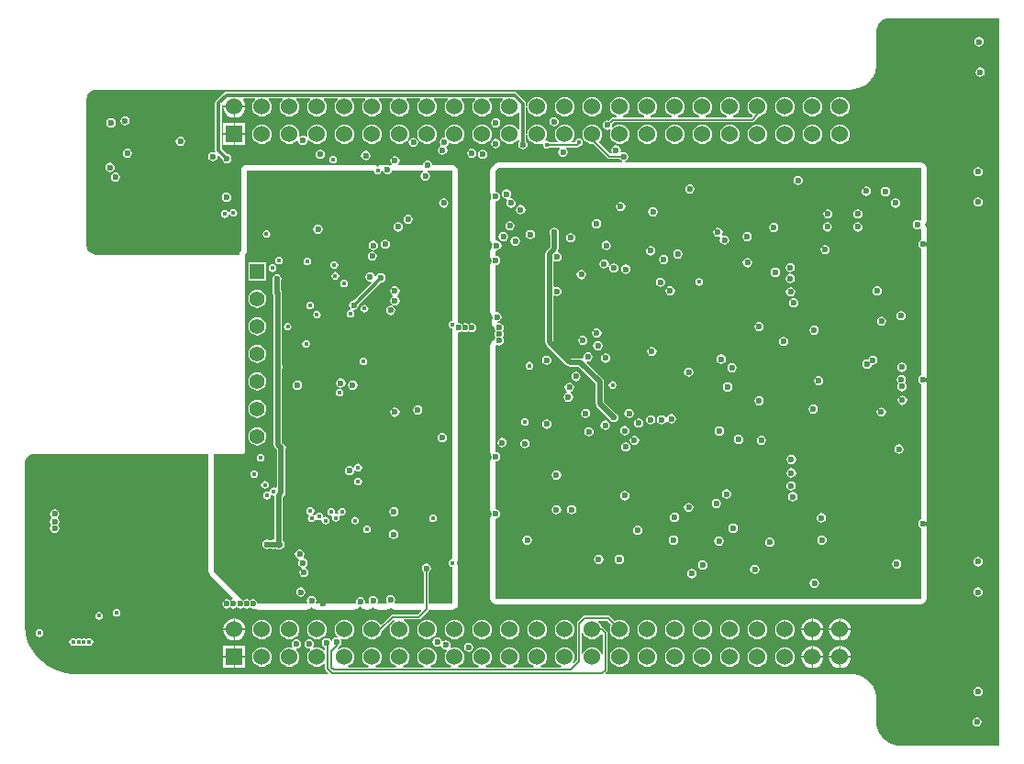
<source format=gbr>
G04 Layer_Physical_Order=4*
G04 Layer_Color=6736896*
%FSLAX45Y45*%
%MOMM*%
%TF.FileFunction,Copper,L4,Inr,Signal*%
%TF.Part,Single*%
G01*
G75*
%TA.AperFunction,Conductor*%
%ADD60C,0.20000*%
%ADD63C,0.35000*%
%ADD64C,0.50000*%
%TA.AperFunction,ComponentPad*%
%ADD73C,1.40000*%
%ADD74R,1.40000X1.40000*%
%ADD75C,1.52400*%
%ADD76R,1.52400X1.52400*%
%TA.AperFunction,ViaPad*%
%ADD77C,0.45000*%
%ADD78C,0.60000*%
G36*
X12813020Y8019767D02*
X12827238Y8001239D01*
X12845767Y7987021D01*
X12867345Y7978083D01*
X12890500Y7975035D01*
X12913655Y7978083D01*
X12935233Y7987021D01*
X12953761Y8001239D01*
X12966359Y8017656D01*
X12976997Y8020023D01*
X12981142Y8020140D01*
X12987059Y8015053D01*
Y7842357D01*
X12974359Y7839831D01*
X12967979Y7855233D01*
X12953761Y7873761D01*
X12935233Y7887979D01*
X12913655Y7896917D01*
X12890500Y7899965D01*
X12867345Y7896917D01*
X12845767Y7887979D01*
X12827238Y7873761D01*
X12813020Y7855233D01*
X12805641Y7837416D01*
X12792941Y7839943D01*
Y8035057D01*
X12805641Y8037584D01*
X12813020Y8019767D01*
D02*
G37*
G36*
X11600000Y10915686D02*
X11586344Y10912969D01*
X11574766Y10905234D01*
X11567031Y10893656D01*
X11564314Y10880000D01*
X11567031Y10866344D01*
X11574766Y10854766D01*
X11586344Y10847031D01*
X11600000Y10844314D01*
Y8715686D01*
X11586344Y8712969D01*
X11574766Y8705234D01*
X11567031Y8693656D01*
X11564314Y8680000D01*
X11567031Y8666344D01*
X11574766Y8654767D01*
X11586344Y8647031D01*
X11600000Y8644314D01*
Y8300000D01*
X11382941D01*
Y8594214D01*
X11390641Y8599359D01*
X11400034Y8613417D01*
X11403333Y8630000D01*
X11400034Y8646583D01*
X11390641Y8660641D01*
X11376583Y8670034D01*
X11360000Y8673333D01*
X11343417Y8670034D01*
X11329359Y8660641D01*
X11319966Y8646583D01*
X11316667Y8630000D01*
X11319966Y8613417D01*
X11329359Y8599359D01*
X11337059Y8594214D01*
Y8300000D01*
X11067753D01*
X11062873Y8312700D01*
X11070034Y8323417D01*
X11073333Y8340000D01*
X11070034Y8356583D01*
X11060641Y8370641D01*
X11046583Y8380034D01*
X11030000Y8383333D01*
X11013417Y8380034D01*
X10999359Y8370641D01*
X10989966Y8356583D01*
X10986667Y8340000D01*
X10989966Y8323417D01*
X10997127Y8312700D01*
X10992247Y8300000D01*
X10914540D01*
X10908553Y8311201D01*
X10910034Y8313417D01*
X10913333Y8330000D01*
X10910034Y8346583D01*
X10900641Y8360641D01*
X10886583Y8370034D01*
X10870000Y8373333D01*
X10853417Y8370034D01*
X10839359Y8360641D01*
X10829966Y8346583D01*
X10826667Y8330000D01*
X10829966Y8313417D01*
X10831447Y8311201D01*
X10825460Y8300000D01*
X10801862D01*
X10791881Y8312700D01*
X10793333Y8320000D01*
X10790034Y8336583D01*
X10780641Y8350641D01*
X10766583Y8360034D01*
X10750000Y8363333D01*
X10733417Y8360034D01*
X10719359Y8350641D01*
X10709966Y8336583D01*
X10706667Y8320000D01*
X10708120Y8312700D01*
X10698138Y8300000D01*
X10344540D01*
X10338553Y8311201D01*
X10340034Y8313417D01*
X10343333Y8330000D01*
X10340034Y8346583D01*
X10330641Y8360641D01*
X10316583Y8370034D01*
X10300000Y8373333D01*
X10283417Y8370034D01*
X10269359Y8360641D01*
X10259966Y8346583D01*
X10256667Y8330000D01*
X10259966Y8313417D01*
X10261447Y8311201D01*
X10255460Y8300000D01*
X9803333D01*
X9800034Y8316583D01*
X9790641Y8330641D01*
X9776583Y8340034D01*
X9760000Y8343333D01*
X9743417Y8340034D01*
X9730000Y8331069D01*
X9716583Y8340034D01*
X9700000Y8343333D01*
X9683417Y8340034D01*
X9670000Y8331069D01*
X9666778Y8333222D01*
X9400000Y8600000D01*
X9400000Y9684914D01*
X9647783D01*
X9647900Y9684848D01*
X9654045Y9683397D01*
X9660352Y9683681D01*
X9663416Y9684471D01*
X9663416Y9684471D01*
X9664999Y9685000D01*
X9668402Y9686357D01*
X9674624Y9690203D01*
X9679796Y9695375D01*
X9683641Y9701597D01*
X9684999Y9704999D01*
X9684999Y9704999D01*
X9685527Y9706584D01*
X9686318Y9709648D01*
X9686602Y9715954D01*
X9685152Y9722099D01*
X9682586Y9726699D01*
Y11492705D01*
X9683672Y11493826D01*
X9686172Y11496326D01*
X9688713Y11498784D01*
X9689998Y11499998D01*
X9689615Y11505840D01*
X9684782Y11516503D01*
X9685225Y11528726D01*
X9700000Y11541500D01*
Y12300000D01*
X10874314D01*
X10877031Y12286344D01*
X10884766Y12274766D01*
X10896344Y12267031D01*
X10910000Y12264314D01*
X10923656Y12267031D01*
X10935234Y12274766D01*
X10942969Y12286344D01*
X10945686Y12300000D01*
X10958657D01*
X10959966Y12293417D01*
X10969359Y12279359D01*
X10983417Y12269966D01*
X11000000Y12266667D01*
X11016583Y12269966D01*
X11030641Y12279359D01*
X11040034Y12293417D01*
X11041344Y12300000D01*
X11325487D01*
X11329339Y12287300D01*
X11319337Y12280616D01*
X11309943Y12266558D01*
X11306645Y12249975D01*
X11309943Y12233393D01*
X11319337Y12219335D01*
X11333395Y12209941D01*
X11349977Y12206643D01*
X11366560Y12209941D01*
X11380618Y12219335D01*
X11390012Y12233393D01*
X11393310Y12249975D01*
X11390012Y12266558D01*
X11380618Y12280616D01*
X11370615Y12287300D01*
X11374468Y12300000D01*
X11600000D01*
Y10915686D01*
D02*
G37*
G36*
X16649413Y6990586D02*
X15739999Y6990587D01*
X15717403Y6990586D01*
X15673080Y6999403D01*
X15631331Y7016696D01*
X15593756Y7041803D01*
X15561803Y7073757D01*
X15536696Y7111331D01*
X15519402Y7153082D01*
X15510587Y7197403D01*
X15510587Y7219999D01*
X15510587Y7419999D01*
X15510439Y7420747D01*
X15510550Y7421503D01*
X15509586Y7441104D01*
X15509035Y7443303D01*
Y7445569D01*
X15501385Y7484022D01*
X15500233Y7486805D01*
X15499646Y7489760D01*
X15484642Y7525983D01*
X15482970Y7528488D01*
X15481816Y7531271D01*
X15460034Y7563871D01*
X15457903Y7566001D01*
X15456230Y7568506D01*
X15428506Y7596229D01*
X15426003Y7597902D01*
X15423872Y7600033D01*
X15391272Y7621815D01*
X15388489Y7622968D01*
X15385983Y7624642D01*
X15349762Y7639646D01*
X15346808Y7640233D01*
X15344025Y7641386D01*
X15305571Y7649036D01*
X15303304D01*
X15301105Y7649586D01*
X15281500Y7650549D01*
X15280746Y7650438D01*
X15280000Y7650586D01*
X13019623Y7650586D01*
X13014763Y7662320D01*
X13026221Y7673778D01*
X13031194Y7681221D01*
X13032941Y7690000D01*
Y8030000D01*
X13031194Y8038779D01*
X13026221Y8046222D01*
X12991722Y8080721D01*
X12984279Y8085695D01*
X12976984Y8087146D01*
X12976917Y8087655D01*
X12967979Y8109233D01*
X12953761Y8127761D01*
X12945164Y8134359D01*
X12949475Y8147059D01*
X13029498D01*
X13067152Y8109404D01*
X13067021Y8109233D01*
X13058083Y8087655D01*
X13055035Y8064500D01*
X13058083Y8041345D01*
X13067021Y8019767D01*
X13081239Y8001239D01*
X13099767Y7987021D01*
X13121346Y7978083D01*
X13144501Y7975035D01*
X13167654Y7978083D01*
X13189233Y7987021D01*
X13207761Y8001239D01*
X13221979Y8019767D01*
X13230917Y8041345D01*
X13233965Y8064500D01*
X13230917Y8087655D01*
X13221979Y8109233D01*
X13207761Y8127761D01*
X13189233Y8141979D01*
X13167654Y8150917D01*
X13144501Y8153965D01*
X13121346Y8150917D01*
X13099767Y8141979D01*
X13099596Y8141848D01*
X13055222Y8186221D01*
X13047778Y8191194D01*
X13039000Y8192941D01*
X12820000D01*
X12811221Y8191194D01*
X12803780Y8186222D01*
X12753779Y8136221D01*
X12748806Y8128779D01*
X12747059Y8120000D01*
Y7779503D01*
X12718983Y7751426D01*
X12709414Y7759818D01*
X12713979Y7765767D01*
X12722917Y7787345D01*
X12725965Y7810500D01*
X12722917Y7833655D01*
X12713979Y7855233D01*
X12699761Y7873761D01*
X12681233Y7887979D01*
X12659655Y7896917D01*
X12636500Y7899965D01*
X12613345Y7896917D01*
X12591767Y7887979D01*
X12573239Y7873761D01*
X12559021Y7855233D01*
X12550083Y7833655D01*
X12547035Y7810500D01*
X12550083Y7787345D01*
X12559021Y7765767D01*
X12573239Y7747239D01*
X12591767Y7733021D01*
X12603551Y7728140D01*
X12601025Y7715440D01*
X12417975D01*
X12415449Y7728140D01*
X12427233Y7733021D01*
X12445761Y7747239D01*
X12459979Y7765767D01*
X12468917Y7787345D01*
X12471965Y7810500D01*
X12468917Y7833655D01*
X12459979Y7855233D01*
X12445761Y7873761D01*
X12427233Y7887979D01*
X12405655Y7896917D01*
X12382500Y7899965D01*
X12359345Y7896917D01*
X12337767Y7887979D01*
X12319239Y7873761D01*
X12305021Y7855233D01*
X12296083Y7833655D01*
X12293035Y7810500D01*
X12296083Y7787345D01*
X12305021Y7765767D01*
X12319239Y7747239D01*
X12337767Y7733021D01*
X12349551Y7728140D01*
X12347025Y7715440D01*
X12163975D01*
X12161449Y7728140D01*
X12173233Y7733021D01*
X12191761Y7747239D01*
X12205979Y7765767D01*
X12214917Y7787345D01*
X12217965Y7810500D01*
X12214917Y7833655D01*
X12205979Y7855233D01*
X12191761Y7873761D01*
X12173233Y7887979D01*
X12151655Y7896917D01*
X12128500Y7899965D01*
X12105345Y7896917D01*
X12083767Y7887979D01*
X12065239Y7873761D01*
X12051021Y7855233D01*
X12042083Y7833655D01*
X12039035Y7810500D01*
X12042083Y7787345D01*
X12051021Y7765767D01*
X12065239Y7747239D01*
X12083767Y7733021D01*
X12095551Y7728140D01*
X12093025Y7715440D01*
X11909975D01*
X11907449Y7728140D01*
X11919233Y7733021D01*
X11937761Y7747239D01*
X11951979Y7765767D01*
X11960917Y7787345D01*
X11963965Y7810500D01*
X11960917Y7833655D01*
X11951979Y7855233D01*
X11937761Y7873761D01*
X11919233Y7887979D01*
X11897655Y7896917D01*
X11874500Y7899965D01*
X11851345Y7896917D01*
X11829767Y7887979D01*
X11811239Y7873761D01*
X11797021Y7855233D01*
X11788083Y7833655D01*
X11785035Y7810500D01*
X11788083Y7787345D01*
X11797021Y7765767D01*
X11811239Y7747239D01*
X11829767Y7733021D01*
X11841551Y7728140D01*
X11839025Y7715440D01*
X11655975D01*
X11653449Y7728140D01*
X11665233Y7733021D01*
X11683761Y7747239D01*
X11697979Y7765767D01*
X11706917Y7787345D01*
X11709965Y7810500D01*
X11706917Y7833655D01*
X11697979Y7855233D01*
X11683761Y7873761D01*
X11665233Y7887979D01*
X11643655Y7896917D01*
X11620500Y7899965D01*
X11597345Y7896917D01*
X11588506Y7893256D01*
X11580011Y7903402D01*
X11583310Y7919984D01*
X11580011Y7936567D01*
X11570618Y7950625D01*
X11556560Y7960018D01*
X11539977Y7963317D01*
X11523394Y7960018D01*
X11515357Y7954648D01*
X11501377Y7959832D01*
X11500034Y7966583D01*
X11490641Y7980641D01*
X11476583Y7990034D01*
X11460000Y7993333D01*
X11443417Y7990034D01*
X11429359Y7980641D01*
X11419966Y7966583D01*
X11416667Y7950000D01*
X11419966Y7933417D01*
X11429359Y7919359D01*
X11443417Y7909966D01*
X11460000Y7906667D01*
X11476583Y7909966D01*
X11484620Y7915336D01*
X11498600Y7910152D01*
X11499943Y7903402D01*
X11509336Y7889343D01*
X11523394Y7879950D01*
X11539977Y7876652D01*
X11544073Y7877466D01*
X11551239Y7865943D01*
X11543021Y7855233D01*
X11534083Y7833655D01*
X11531035Y7810500D01*
X11534083Y7787345D01*
X11543021Y7765767D01*
X11557239Y7747239D01*
X11575767Y7733021D01*
X11587551Y7728140D01*
X11585025Y7715440D01*
X11401975D01*
X11399449Y7728140D01*
X11411233Y7733021D01*
X11429761Y7747239D01*
X11443979Y7765767D01*
X11452917Y7787345D01*
X11455965Y7810500D01*
X11452917Y7833655D01*
X11443979Y7855233D01*
X11429761Y7873761D01*
X11411233Y7887979D01*
X11389655Y7896917D01*
X11366500Y7899965D01*
X11343345Y7896917D01*
X11321767Y7887979D01*
X11303239Y7873761D01*
X11289021Y7855233D01*
X11280083Y7833655D01*
X11277035Y7810500D01*
X11280083Y7787345D01*
X11289021Y7765767D01*
X11303239Y7747239D01*
X11321767Y7733021D01*
X11333551Y7728140D01*
X11331025Y7715440D01*
X11147975D01*
X11145449Y7728140D01*
X11157233Y7733021D01*
X11175761Y7747239D01*
X11189979Y7765767D01*
X11198917Y7787345D01*
X11201965Y7810500D01*
X11198917Y7833655D01*
X11189979Y7855233D01*
X11175761Y7873761D01*
X11157233Y7887979D01*
X11135655Y7896917D01*
X11112500Y7899965D01*
X11089345Y7896917D01*
X11067767Y7887979D01*
X11049239Y7873761D01*
X11035021Y7855233D01*
X11026083Y7833655D01*
X11023035Y7810500D01*
X11026083Y7787345D01*
X11035021Y7765767D01*
X11049239Y7747239D01*
X11067767Y7733021D01*
X11079551Y7728140D01*
X11077025Y7715440D01*
X10893975D01*
X10891449Y7728140D01*
X10903233Y7733021D01*
X10921761Y7747239D01*
X10935979Y7765767D01*
X10944917Y7787345D01*
X10947965Y7810500D01*
X10944917Y7833655D01*
X10935979Y7855233D01*
X10921761Y7873761D01*
X10903233Y7887979D01*
X10881655Y7896917D01*
X10858500Y7899965D01*
X10835345Y7896917D01*
X10813767Y7887979D01*
X10795239Y7873761D01*
X10781021Y7855233D01*
X10772083Y7833655D01*
X10769035Y7810500D01*
X10772083Y7787345D01*
X10781021Y7765767D01*
X10795239Y7747239D01*
X10813767Y7733021D01*
X10825551Y7728140D01*
X10823025Y7715440D01*
X10639975D01*
X10637449Y7728140D01*
X10649233Y7733021D01*
X10667761Y7747239D01*
X10681979Y7765767D01*
X10690917Y7787345D01*
X10693965Y7810500D01*
X10690917Y7833655D01*
X10681979Y7855233D01*
X10667761Y7873761D01*
X10649233Y7887979D01*
X10627655Y7896917D01*
X10604500Y7899965D01*
X10581345Y7896917D01*
X10559767Y7887979D01*
X10553818Y7883415D01*
X10545426Y7892983D01*
X10548145Y7895702D01*
X10553118Y7903144D01*
X10554864Y7911923D01*
Y7912291D01*
X10562564Y7917436D01*
X10571958Y7931494D01*
X10575256Y7948077D01*
X10571958Y7964659D01*
X10568664Y7969589D01*
X10577083Y7979848D01*
X10581345Y7978083D01*
X10604500Y7975035D01*
X10627655Y7978083D01*
X10649233Y7987021D01*
X10667761Y8001239D01*
X10681979Y8019767D01*
X10690917Y8041345D01*
X10693965Y8064500D01*
X10690917Y8087655D01*
X10681979Y8109233D01*
X10667761Y8127761D01*
X10649233Y8141979D01*
X10627655Y8150917D01*
X10604500Y8153965D01*
X10581345Y8150917D01*
X10559767Y8141979D01*
X10541239Y8127761D01*
X10527021Y8109233D01*
X10518083Y8087655D01*
X10515035Y8064500D01*
X10518083Y8041345D01*
X10527021Y8019767D01*
X10540091Y8002734D01*
X10538487Y7997562D01*
X10533628Y7991070D01*
X10531924Y7991409D01*
X10515341Y7988111D01*
X10501283Y7978717D01*
X10491889Y7964659D01*
X10491169Y7961038D01*
X10490708Y7960853D01*
X10477953Y7959697D01*
X10470641Y7970641D01*
X10456583Y7980034D01*
X10440000Y7983333D01*
X10423417Y7980034D01*
X10409359Y7970641D01*
X10399966Y7956583D01*
X10396667Y7940000D01*
X10399966Y7923417D01*
X10409359Y7909359D01*
X10423417Y7899966D01*
X10426259Y7899401D01*
Y7877229D01*
X10418352Y7874545D01*
X10413559Y7873917D01*
X10395233Y7887979D01*
X10373655Y7896917D01*
X10350500Y7899965D01*
X10327345Y7896917D01*
X10323112Y7895164D01*
X10314692Y7905423D01*
X10320034Y7913417D01*
X10323333Y7930000D01*
X10320034Y7946583D01*
X10310641Y7960641D01*
X10296583Y7970034D01*
X10280000Y7973333D01*
X10263417Y7970034D01*
X10249359Y7960641D01*
X10239966Y7946583D01*
X10236667Y7930000D01*
X10239966Y7913417D01*
X10249359Y7899359D01*
X10263417Y7889966D01*
X10280000Y7886667D01*
X10284313Y7887525D01*
X10289695Y7875647D01*
X10287239Y7873761D01*
X10273021Y7855233D01*
X10264083Y7833655D01*
X10261035Y7810500D01*
X10264083Y7787345D01*
X10273021Y7765767D01*
X10287239Y7747239D01*
X10305767Y7733021D01*
X10327345Y7724083D01*
X10350500Y7721035D01*
X10373655Y7724083D01*
X10395233Y7733021D01*
X10413559Y7747083D01*
X10418352Y7746455D01*
X10426259Y7743771D01*
Y7700800D01*
X10428006Y7692021D01*
X10432979Y7684578D01*
X10455237Y7662320D01*
X10450377Y7650586D01*
X8127943Y7650587D01*
X8096653Y7650586D01*
X8034607Y7658755D01*
X7974162Y7674952D01*
X7916345Y7698903D01*
X7862152Y7730194D01*
X7812505Y7768292D01*
X7768258Y7812545D01*
X7730164Y7862196D01*
X7698878Y7916394D01*
X7674936Y7974211D01*
X7658744Y8034662D01*
X7650583Y8096705D01*
X7650586Y8127996D01*
X7650586Y8127998D01*
X7650586Y8128000D01*
X7650587Y9588500D01*
X7650584Y9588512D01*
X7650587Y9588524D01*
X7650579Y9598019D01*
X7654273Y9616648D01*
X7661534Y9634197D01*
X7672081Y9649989D01*
X7685511Y9663419D01*
X7701303Y9673966D01*
X7718851Y9681227D01*
X7737480Y9684921D01*
X7746976Y9684913D01*
X7746988Y9684915D01*
X7747000Y9684913D01*
X9349020Y9684914D01*
X9349021Y8600000D01*
X9352901Y8580491D01*
X9363952Y8563952D01*
X9573012Y8354892D01*
X9568832Y8341111D01*
X9563417Y8340034D01*
X9550000Y8331069D01*
X9536583Y8340034D01*
X9520000Y8343333D01*
X9503417Y8340034D01*
X9489359Y8330641D01*
X9479966Y8316583D01*
X9476667Y8300000D01*
X9479966Y8283417D01*
X9489359Y8269359D01*
X9503417Y8259966D01*
X9520000Y8256667D01*
X9536583Y8259966D01*
X9550000Y8268931D01*
X9563417Y8259966D01*
X9580000Y8256667D01*
X9596583Y8259966D01*
X9610000Y8268931D01*
X9623417Y8259966D01*
X9640000Y8256667D01*
X9656583Y8259966D01*
X9670000Y8268931D01*
X9683417Y8259966D01*
X9700000Y8256667D01*
X9716583Y8259966D01*
X9730000Y8268931D01*
X9743417Y8259966D01*
X9760000Y8256667D01*
X9773308Y8259314D01*
X9775010Y8257612D01*
X9779648Y8255691D01*
X9783824Y8252901D01*
X9788749Y8251921D01*
X9793387Y8250000D01*
X9798408D01*
X9803333Y8249020D01*
X10255460D01*
X10262806Y8250482D01*
X10270259Y8251216D01*
X10272489Y8252408D01*
X10274969Y8252901D01*
X10281196Y8257062D01*
X10287802Y8260592D01*
X10289406Y8262547D01*
X10291508Y8263952D01*
X10292183Y8264962D01*
X10295467Y8266372D01*
X10304533D01*
X10307817Y8264962D01*
X10308492Y8263952D01*
X10310594Y8262547D01*
X10312198Y8260592D01*
X10318804Y8257062D01*
X10325031Y8252901D01*
X10327511Y8252408D01*
X10329741Y8251216D01*
X10337193Y8250482D01*
X10344540Y8249020D01*
X10698138D01*
X10701147Y8249619D01*
X10704205Y8249383D01*
X10710820Y8251543D01*
X10717647Y8252901D01*
X10720197Y8254605D01*
X10723113Y8255557D01*
X10728399Y8260086D01*
X10734186Y8263952D01*
X10735890Y8266502D01*
X10738220Y8268498D01*
X10743216Y8274855D01*
X10756784Y8274855D01*
X10761781Y8268498D01*
X10764111Y8266502D01*
X10765814Y8263952D01*
X10771601Y8260086D01*
X10776887Y8255557D01*
X10779803Y8254605D01*
X10782353Y8252901D01*
X10789180Y8251543D01*
X10795796Y8249383D01*
X10798853Y8249619D01*
X10801862Y8249020D01*
X10825460D01*
X10832806Y8250482D01*
X10840259Y8251216D01*
X10842489Y8252408D01*
X10844969Y8252901D01*
X10851196Y8257062D01*
X10857802Y8260592D01*
X10859406Y8262547D01*
X10861508Y8263952D01*
X10862183Y8264962D01*
X10865467Y8266372D01*
X10874533D01*
X10877817Y8264962D01*
X10878492Y8263952D01*
X10880594Y8262547D01*
X10882198Y8260592D01*
X10888804Y8257062D01*
X10895031Y8252901D01*
X10897511Y8252408D01*
X10899741Y8251216D01*
X10907193Y8250482D01*
X10914540Y8249020D01*
X10992247D01*
X10992904Y8249151D01*
X10993564Y8249037D01*
X11002631Y8251086D01*
X11011756Y8252901D01*
X11012313Y8253273D01*
X11012966Y8253421D01*
X11019913Y8258327D01*
X11021030Y8259001D01*
X11030000Y8263161D01*
X11038964Y8259005D01*
X11040087Y8258327D01*
X11047034Y8253421D01*
X11047687Y8253273D01*
X11048244Y8252901D01*
X11057367Y8251086D01*
X11066436Y8249037D01*
X11067096Y8249151D01*
X11067753Y8249020D01*
X11309984D01*
X11314844Y8237287D01*
X11280498Y8202941D01*
X11050000D01*
X11041221Y8201194D01*
X11033779Y8196222D01*
X10947844Y8110287D01*
X10932875Y8113278D01*
X10921761Y8127761D01*
X10903233Y8141979D01*
X10881655Y8150917D01*
X10858500Y8153965D01*
X10835345Y8150917D01*
X10813767Y8141979D01*
X10795239Y8127761D01*
X10781021Y8109233D01*
X10772083Y8087655D01*
X10769035Y8064500D01*
X10772083Y8041345D01*
X10781021Y8019767D01*
X10795239Y8001239D01*
X10813767Y7987021D01*
X10835345Y7978083D01*
X10858500Y7975035D01*
X10881655Y7978083D01*
X10903233Y7987021D01*
X10921761Y8001239D01*
X10935979Y8019767D01*
X10944917Y8041345D01*
X10945358Y8044695D01*
X10950722Y8048279D01*
X11058904Y8156461D01*
X11067293Y8155529D01*
X11069136Y8142547D01*
X11067767Y8141979D01*
X11049239Y8127761D01*
X11035021Y8109233D01*
X11026083Y8087655D01*
X11023035Y8064500D01*
X11026083Y8041345D01*
X11035021Y8019767D01*
X11049239Y8001239D01*
X11067767Y7987021D01*
X11089345Y7978083D01*
X11112500Y7975035D01*
X11135655Y7978083D01*
X11157233Y7987021D01*
X11175761Y8001239D01*
X11189979Y8019767D01*
X11198917Y8041345D01*
X11201965Y8064500D01*
X11198917Y8087655D01*
X11189979Y8109233D01*
X11175761Y8127761D01*
X11157233Y8141979D01*
X11151488Y8144359D01*
X11154014Y8157059D01*
X11290000D01*
X11298779Y8158805D01*
X11306221Y8163778D01*
X11376222Y8233779D01*
X11381195Y8241221D01*
X11382753Y8249058D01*
X11382941Y8249020D01*
X11600000D01*
X11619509Y8252901D01*
X11636048Y8263952D01*
X11647099Y8280491D01*
X11650979Y8300000D01*
Y8644314D01*
X11650000Y8649239D01*
Y8654260D01*
X11648079Y8658898D01*
X11647099Y8663823D01*
X11644309Y8667999D01*
X11642388Y8672637D01*
X11638838Y8676187D01*
X11636290Y8680000D01*
X11638838Y8683813D01*
X11642388Y8687364D01*
X11644309Y8692002D01*
X11647099Y8696177D01*
X11648079Y8701102D01*
X11650000Y8705741D01*
Y8710762D01*
X11650979Y8715686D01*
Y10799264D01*
X11660000Y10806667D01*
X11676583Y10809966D01*
X11690000Y10818931D01*
X11703417Y10809966D01*
X11720000Y10806667D01*
X11736583Y10809966D01*
X11750000Y10818931D01*
X11763417Y10809966D01*
X11780000Y10806667D01*
X11796583Y10809966D01*
X11810641Y10819359D01*
X11820034Y10833417D01*
X11823333Y10850000D01*
X11820034Y10866583D01*
X11810641Y10880641D01*
X11796583Y10890034D01*
X11780000Y10893333D01*
X11763417Y10890034D01*
X11750000Y10881069D01*
X11736583Y10890034D01*
X11720000Y10893333D01*
X11703417Y10890034D01*
X11690000Y10881069D01*
X11676583Y10890034D01*
X11660000Y10893333D01*
X11659204Y10893174D01*
X11653325Y10897364D01*
X11649346Y10904162D01*
X11650000Y10905741D01*
Y10910762D01*
X11650979Y10915686D01*
Y12300000D01*
X11647099Y12319509D01*
X11636048Y12336048D01*
X11619509Y12347099D01*
X11600000Y12350980D01*
X11413138D01*
X11410034Y12366583D01*
X11400641Y12380641D01*
X11386583Y12390034D01*
X11370000Y12393333D01*
X11353417Y12390034D01*
X11339359Y12380641D01*
X11329966Y12366583D01*
X11326810Y12350716D01*
X11325487Y12350980D01*
X11109219D01*
X11103527Y12363680D01*
X11110034Y12373417D01*
X11113333Y12390000D01*
X11110034Y12406583D01*
X11100641Y12420641D01*
X11086583Y12430034D01*
X11070000Y12433333D01*
X11053417Y12430034D01*
X11039359Y12420641D01*
X11029966Y12406583D01*
X11026667Y12390000D01*
X11029966Y12373417D01*
X11036897Y12363044D01*
X11036819Y12360915D01*
X11032989Y12351772D01*
X11031501Y12350000D01*
X11031398D01*
X11026758Y12348078D01*
X11021835Y12347099D01*
X11021405Y12346812D01*
X11016583Y12350034D01*
X11000000Y12353333D01*
X10983417Y12350034D01*
X10978595Y12346812D01*
X10978165Y12347099D01*
X10973240Y12348079D01*
X10968602Y12350000D01*
X10963582D01*
X10958657Y12350980D01*
X10945686D01*
X10940761Y12350000D01*
X10935741D01*
X10931102Y12348079D01*
X10926177Y12347099D01*
X10922002Y12344309D01*
X10917363Y12342388D01*
X10913813Y12338838D01*
X10910000Y12336290D01*
X10906187Y12338838D01*
X10902637Y12342388D01*
X10897998Y12344309D01*
X10893823Y12347099D01*
X10888898Y12348079D01*
X10884259Y12350000D01*
X10879239D01*
X10874314Y12350980D01*
X9700000D01*
X9680491Y12347099D01*
X9663952Y12336048D01*
X9652901Y12319509D01*
X9649020Y12300000D01*
Y11563997D01*
X9645217Y11558729D01*
X9639663Y11551596D01*
X9639414Y11550690D01*
X9638864Y11549929D01*
X9636781Y11541132D01*
X9634380Y11532419D01*
X9625206Y11524086D01*
X8318499Y11524086D01*
X8318496Y11524086D01*
X8318494Y11524086D01*
X8308999Y11524085D01*
X8290371Y11527788D01*
X8272825Y11535054D01*
X8257035Y11545604D01*
X8243605Y11559034D01*
X8233054Y11574825D01*
X8225788Y11592372D01*
X8222085Y11610999D01*
X8222086Y11620494D01*
X8222086Y11620497D01*
X8222086Y11620499D01*
X8222085Y12953877D01*
X8222154Y12963271D01*
X8225999Y12981870D01*
X8233400Y12999359D01*
X8244074Y13015070D01*
X8257608Y13028392D01*
X8273484Y13038817D01*
X8291089Y13045943D01*
X8309746Y13049493D01*
X8319242Y13049416D01*
X8319370Y13049438D01*
X8319498Y13049414D01*
X15280000Y13049414D01*
X15280746Y13049562D01*
X15281500Y13049451D01*
X15301103Y13050414D01*
X15303302Y13050964D01*
X15305569D01*
X15344023Y13058612D01*
X15346806Y13059766D01*
X15349762Y13060353D01*
X15385983Y13075356D01*
X15388487Y13077029D01*
X15391273Y13078181D01*
X15423872Y13099965D01*
X15426003Y13102095D01*
X15428508Y13103769D01*
X15456232Y13131493D01*
X15457906Y13133997D01*
X15460036Y13136127D01*
X15481818Y13168727D01*
X15482970Y13171510D01*
X15484644Y13174014D01*
X15499648Y13210239D01*
X15500235Y13213193D01*
X15501389Y13215976D01*
X15509036Y13254430D01*
Y13256697D01*
X15509587Y13258897D01*
X15510548Y13278500D01*
X15510439Y13279253D01*
X15510587Y13280000D01*
X15510587Y13580000D01*
X15510587Y13592746D01*
X15515559Y13617749D01*
X15525314Y13641301D01*
X15539478Y13662497D01*
X15557503Y13680522D01*
X15578699Y13694685D01*
X15602251Y13704440D01*
X15627252Y13709413D01*
X15639998Y13709413D01*
X16649413Y13709415D01*
Y6990586D01*
D02*
G37*
%LPC*%
G36*
X11070000Y11233333D02*
X11053417Y11230034D01*
X11039359Y11220641D01*
X11029966Y11206583D01*
X11026667Y11190000D01*
X11029966Y11173417D01*
X11039359Y11159359D01*
X11050290Y11152056D01*
X11051074Y11149039D01*
Y11140961D01*
X11050290Y11137944D01*
X11039359Y11130641D01*
X11029966Y11116583D01*
X11026667Y11100000D01*
X11029966Y11083417D01*
X11039359Y11069359D01*
X11052041Y11060885D01*
X11046560Y11050013D01*
X11029978Y11053311D01*
X11013395Y11050012D01*
X10999337Y11040619D01*
X10989944Y11026561D01*
X10986645Y11009978D01*
X10989944Y10993395D01*
X10999337Y10979337D01*
X11013395Y10969944D01*
X11029978Y10966645D01*
X11046561Y10969944D01*
X11060619Y10979337D01*
X11070012Y10993395D01*
X11073311Y11009978D01*
X11070012Y11026561D01*
X11060619Y11040619D01*
X11047937Y11049093D01*
X11053418Y11059965D01*
X11070000Y11056667D01*
X11086583Y11059966D01*
X11100641Y11069359D01*
X11110034Y11083417D01*
X11113333Y11100000D01*
X11110034Y11116583D01*
X11100641Y11130641D01*
X11089710Y11137944D01*
X11088925Y11140961D01*
Y11149039D01*
X11089710Y11152056D01*
X11100641Y11159359D01*
X11110034Y11173417D01*
X11113333Y11190000D01*
X11110034Y11206583D01*
X11100641Y11220641D01*
X11086583Y11230034D01*
X11070000Y11233333D01*
D02*
G37*
G36*
X10284999Y11090687D02*
X10271343Y11087970D01*
X10259765Y11080235D01*
X10252030Y11068657D01*
X10249313Y11055001D01*
X10252030Y11041345D01*
X10259765Y11029767D01*
X10271343Y11022032D01*
X10284999Y11019315D01*
X10298655Y11022032D01*
X10310233Y11029767D01*
X10317968Y11041345D01*
X10320685Y11055001D01*
X10317968Y11068657D01*
X10310233Y11080235D01*
X10298655Y11087970D01*
X10284999Y11090687D01*
D02*
G37*
G36*
X9800000Y11199212D02*
X9778463Y11196377D01*
X9758394Y11188064D01*
X9741160Y11174840D01*
X9727936Y11157606D01*
X9719623Y11137537D01*
X9716788Y11116000D01*
X9719623Y11094463D01*
X9727936Y11074394D01*
X9741160Y11057161D01*
X9758394Y11043937D01*
X9778463Y11035624D01*
X9800000Y11032788D01*
X9821537Y11035624D01*
X9841606Y11043937D01*
X9858840Y11057161D01*
X9872064Y11074394D01*
X9880376Y11094463D01*
X9883212Y11116000D01*
X9880376Y11137537D01*
X9872064Y11157606D01*
X9858840Y11174840D01*
X9841606Y11188064D01*
X9821537Y11196377D01*
X9800000Y11199212D01*
D02*
G37*
G36*
X10600000Y11295686D02*
X10586344Y11292969D01*
X10574766Y11285234D01*
X10567031Y11273656D01*
X10564314Y11260000D01*
X10567031Y11246344D01*
X10574766Y11234766D01*
X10586344Y11227031D01*
X10600000Y11224314D01*
X10613656Y11227031D01*
X10625234Y11234766D01*
X10632969Y11246344D01*
X10635686Y11260000D01*
X10632969Y11273656D01*
X10625234Y11285234D01*
X10613656Y11292969D01*
X10600000Y11295686D01*
D02*
G37*
G36*
X10790000Y11062046D02*
X10776344Y11059329D01*
X10764766Y11051594D01*
X10757031Y11040017D01*
X10754314Y11026360D01*
X10757031Y11012704D01*
X10764766Y11001127D01*
X10776344Y10993391D01*
X10790000Y10990674D01*
X10803656Y10993391D01*
X10815234Y11001127D01*
X10822969Y11012704D01*
X10825686Y11026360D01*
X10822969Y11040017D01*
X10815234Y11051594D01*
X10803656Y11059329D01*
X10790000Y11062046D01*
D02*
G37*
G36*
X9800000Y10945212D02*
X9778463Y10942377D01*
X9758394Y10934064D01*
X9741160Y10920840D01*
X9727936Y10903606D01*
X9719623Y10883537D01*
X9716788Y10862000D01*
X9719623Y10840463D01*
X9727936Y10820394D01*
X9741160Y10803161D01*
X9758394Y10789937D01*
X9778463Y10781624D01*
X9800000Y10778788D01*
X9821537Y10781624D01*
X9841606Y10789937D01*
X9858840Y10803161D01*
X9872064Y10820394D01*
X9880376Y10840463D01*
X9883212Y10862000D01*
X9880376Y10883537D01*
X9872064Y10903606D01*
X9858840Y10920840D01*
X9841606Y10934064D01*
X9821537Y10942377D01*
X9800000Y10945212D01*
D02*
G37*
G36*
X10350000Y11005686D02*
X10336344Y11002969D01*
X10324766Y10995234D01*
X10317031Y10983656D01*
X10314314Y10970000D01*
X10317031Y10956344D01*
X10324766Y10944766D01*
X10336344Y10937031D01*
X10350000Y10934314D01*
X10363656Y10937031D01*
X10375234Y10944766D01*
X10382969Y10956344D01*
X10385686Y10970000D01*
X10382969Y10983656D01*
X10375234Y10995234D01*
X10363656Y11002969D01*
X10350000Y11005686D01*
D02*
G37*
G36*
X10080000Y10895686D02*
X10066344Y10892969D01*
X10054766Y10885234D01*
X10047031Y10873656D01*
X10044314Y10860000D01*
X10047031Y10846344D01*
X10054766Y10834766D01*
X10066344Y10827031D01*
X10080000Y10824314D01*
X10093656Y10827031D01*
X10105234Y10834766D01*
X10112969Y10846344D01*
X10115686Y10860000D01*
X10112969Y10873656D01*
X10105234Y10885234D01*
X10093656Y10892969D01*
X10080000Y10895686D01*
D02*
G37*
G36*
X10260000Y11495686D02*
X10246344Y11492969D01*
X10234766Y11485234D01*
X10227031Y11473656D01*
X10224314Y11460000D01*
X10227031Y11446344D01*
X10234766Y11434766D01*
X10246344Y11427031D01*
X10260000Y11424314D01*
X10273656Y11427031D01*
X10285234Y11434766D01*
X10292969Y11446344D01*
X10295686Y11460000D01*
X10292969Y11473656D01*
X10285234Y11485234D01*
X10273656Y11492969D01*
X10260000Y11495686D01*
D02*
G37*
G36*
X10000000Y11505686D02*
X9986344Y11502969D01*
X9974766Y11495234D01*
X9967031Y11483656D01*
X9964314Y11470000D01*
X9967031Y11456344D01*
X9974766Y11444766D01*
X9986344Y11437031D01*
X10000000Y11434314D01*
X10013656Y11437031D01*
X10025234Y11444766D01*
X10032969Y11456344D01*
X10035686Y11470000D01*
X10032969Y11483656D01*
X10025234Y11495234D01*
X10013656Y11502969D01*
X10000000Y11505686D01*
D02*
G37*
G36*
X9940000Y11435686D02*
X9926344Y11432969D01*
X9914766Y11425234D01*
X9907031Y11413656D01*
X9904314Y11400000D01*
X9907031Y11386344D01*
X9914766Y11374766D01*
X9926344Y11367031D01*
X9940000Y11364314D01*
X9953656Y11367031D01*
X9965234Y11374766D01*
X9972969Y11386344D01*
X9975686Y11400000D01*
X9972969Y11413656D01*
X9965234Y11425234D01*
X9953656Y11432969D01*
X9940000Y11435686D01*
D02*
G37*
G36*
X10510000Y11465686D02*
X10496344Y11462969D01*
X10484766Y11455234D01*
X10477031Y11443656D01*
X10474314Y11430000D01*
X10477031Y11416344D01*
X10484766Y11404766D01*
X10496344Y11397031D01*
X10510000Y11394314D01*
X10523656Y11397031D01*
X10535234Y11404766D01*
X10542969Y11416344D01*
X10545686Y11430000D01*
X10542969Y11443656D01*
X10535234Y11455234D01*
X10523656Y11462969D01*
X10510000Y11465686D01*
D02*
G37*
G36*
X10860000Y11554332D02*
X10843417Y11551034D01*
X10829359Y11541641D01*
X10819966Y11527582D01*
X10816667Y11511000D01*
X10819966Y11494417D01*
X10829359Y11480359D01*
X10843417Y11470966D01*
X10860000Y11467667D01*
X10876583Y11470966D01*
X10890641Y11480359D01*
X10900034Y11494417D01*
X10903333Y11511000D01*
X10900034Y11527582D01*
X10890641Y11541641D01*
X10876583Y11551034D01*
X10860000Y11554332D01*
D02*
G37*
G36*
X9882500Y11452500D02*
X9717500D01*
Y11287500D01*
X9882500D01*
Y11452500D01*
D02*
G37*
G36*
X10520000Y11365686D02*
X10506344Y11362969D01*
X10494766Y11355234D01*
X10487031Y11343656D01*
X10484314Y11330000D01*
X10487031Y11316344D01*
X10494766Y11304766D01*
X10506344Y11297031D01*
X10520000Y11294314D01*
X10533656Y11297031D01*
X10545234Y11304766D01*
X10552969Y11316344D01*
X10555686Y11330000D01*
X10552969Y11343656D01*
X10545234Y11355234D01*
X10533656Y11362969D01*
X10520000Y11365686D01*
D02*
G37*
G36*
X10840000Y11363333D02*
X10823417Y11360034D01*
X10809359Y11350641D01*
X10799966Y11336583D01*
X10796667Y11320000D01*
X10799966Y11303417D01*
X10809359Y11289359D01*
X10823417Y11279966D01*
X10840000Y11276667D01*
X10846802Y11278020D01*
X10853058Y11266316D01*
X10690062Y11103320D01*
X10690000Y11103333D01*
X10673417Y11100034D01*
X10659359Y11090641D01*
X10649966Y11076583D01*
X10646667Y11060000D01*
X10649966Y11043417D01*
X10659359Y11029359D01*
X10661499Y11027929D01*
X10660828Y11022517D01*
X10657680Y11015207D01*
X10646322Y11012947D01*
X10634745Y11005212D01*
X10627009Y10993634D01*
X10624293Y10979978D01*
X10627009Y10966322D01*
X10634745Y10954744D01*
X10646322Y10947009D01*
X10659979Y10944292D01*
X10673635Y10947009D01*
X10685212Y10954744D01*
X10692948Y10966322D01*
X10695664Y10979978D01*
X10692948Y10993634D01*
X10685629Y11004588D01*
X10686756Y11008906D01*
X10688453Y11012964D01*
X10690714Y11016810D01*
X10706583Y11019966D01*
X10720641Y11029359D01*
X10730034Y11043417D01*
X10733333Y11060000D01*
X10733320Y11060062D01*
X10939937Y11266680D01*
X10940000Y11266667D01*
X10956583Y11269966D01*
X10970641Y11279359D01*
X10980034Y11293417D01*
X10983333Y11310000D01*
X10980034Y11326583D01*
X10970641Y11340641D01*
X10956583Y11350034D01*
X10940000Y11353333D01*
X10923417Y11350034D01*
X10909359Y11340641D01*
X10899966Y11326583D01*
X10898420Y11318811D01*
X10895787Y11317530D01*
X10893064Y11318070D01*
X10882318Y11325100D01*
X10880034Y11336583D01*
X10870641Y11350641D01*
X10856583Y11360034D01*
X10840000Y11363333D01*
D02*
G37*
G36*
X10809978Y9025668D02*
X10796322Y9022951D01*
X10784745Y9015216D01*
X10777009Y9003638D01*
X10774293Y8989982D01*
X10777009Y8976326D01*
X10784745Y8964748D01*
X10796322Y8957013D01*
X10809978Y8954296D01*
X10823635Y8957013D01*
X10835212Y8964748D01*
X10842948Y8976326D01*
X10845664Y8989982D01*
X10842948Y9003638D01*
X10835212Y9015216D01*
X10823635Y9022951D01*
X10809978Y9025668D01*
D02*
G37*
G36*
X10290000Y9195686D02*
X10276344Y9192969D01*
X10264766Y9185234D01*
X10257031Y9173656D01*
X10254314Y9160000D01*
X10257031Y9146344D01*
X10264766Y9134766D01*
X10272953Y9129296D01*
X10274857Y9115909D01*
X10274766Y9115233D01*
X10267031Y9103656D01*
X10264314Y9090000D01*
X10267031Y9076344D01*
X10274766Y9064766D01*
X10286344Y9057031D01*
X10300000Y9054314D01*
X10313656Y9057031D01*
X10325234Y9064766D01*
X10332969Y9076344D01*
X10333463Y9078824D01*
X10337617Y9081008D01*
X10347262Y9083099D01*
X10356344Y9077031D01*
X10370000Y9074314D01*
X10383656Y9077031D01*
X10394314Y9070000D01*
X10397031Y9056344D01*
X10404766Y9044766D01*
X10416344Y9037031D01*
X10430000Y9034314D01*
X10443656Y9037031D01*
X10455234Y9044766D01*
X10462969Y9056344D01*
X10465686Y9070000D01*
X10462969Y9083656D01*
X10455234Y9095234D01*
X10443656Y9102969D01*
X10430000Y9105686D01*
X10416344Y9102969D01*
X10405686Y9110000D01*
X10402969Y9123656D01*
X10395234Y9135234D01*
X10383656Y9142969D01*
X10370000Y9145686D01*
X10356344Y9142969D01*
X10344766Y9135234D01*
X10337990Y9125092D01*
X10327485Y9121468D01*
X10324646Y9120817D01*
X10316202Y9126647D01*
X10315143Y9134091D01*
X10315234Y9134767D01*
X10322969Y9146344D01*
X10325686Y9160000D01*
X10322969Y9173656D01*
X10315234Y9185234D01*
X10303656Y9192969D01*
X10290000Y9195686D01*
D02*
G37*
G36*
X10700000Y9105686D02*
X10686344Y9102969D01*
X10674766Y9095234D01*
X10667031Y9083656D01*
X10664314Y9070000D01*
X10667031Y9056344D01*
X10674766Y9044766D01*
X10686344Y9037031D01*
X10700000Y9034314D01*
X10713656Y9037031D01*
X10725234Y9044766D01*
X10732969Y9056344D01*
X10735686Y9070000D01*
X10732969Y9083656D01*
X10725234Y9095234D01*
X10713656Y9102969D01*
X10700000Y9105686D01*
D02*
G37*
G36*
X11507500Y9878333D02*
X11490917Y9875034D01*
X11476859Y9865641D01*
X11467466Y9851583D01*
X11464167Y9835000D01*
X11467466Y9818417D01*
X11476859Y9804359D01*
X11490917Y9794966D01*
X11507500Y9791667D01*
X11524083Y9794966D01*
X11538141Y9804359D01*
X11547534Y9818417D01*
X11550833Y9835000D01*
X11547534Y9851583D01*
X11538141Y9865641D01*
X11524083Y9875034D01*
X11507500Y9878333D01*
D02*
G37*
G36*
X11280000Y10133333D02*
X11263417Y10130034D01*
X11249359Y10120641D01*
X11239966Y10106583D01*
X11236667Y10090000D01*
X11239966Y10073417D01*
X11249359Y10059359D01*
X11263417Y10049966D01*
X11280000Y10046667D01*
X11296583Y10049966D01*
X11310641Y10059359D01*
X11320034Y10073417D01*
X11323333Y10090000D01*
X11320034Y10106583D01*
X11310641Y10120641D01*
X11296583Y10130034D01*
X11280000Y10133333D01*
D02*
G37*
G36*
X11069999Y10113333D02*
X11053416Y10110034D01*
X11039358Y10100641D01*
X11029964Y10086583D01*
X11026666Y10070000D01*
X11029964Y10053417D01*
X11039358Y10039359D01*
X11053416Y10029966D01*
X11069999Y10026667D01*
X11086581Y10029966D01*
X11100639Y10039359D01*
X11110033Y10053417D01*
X11113331Y10070000D01*
X11110033Y10086583D01*
X11100639Y10100641D01*
X11086581Y10110034D01*
X11069999Y10113333D01*
D02*
G37*
G36*
X11057500Y8985833D02*
X11040917Y8982534D01*
X11026859Y8973141D01*
X11017466Y8959083D01*
X11014167Y8942500D01*
X11017466Y8925917D01*
X11026859Y8911859D01*
X11040917Y8902466D01*
X11057500Y8899167D01*
X11074083Y8902466D01*
X11088141Y8911859D01*
X11097534Y8925917D01*
X11100833Y8942500D01*
X11097534Y8959083D01*
X11088141Y8973141D01*
X11074083Y8982534D01*
X11057500Y8985833D01*
D02*
G37*
G36*
X9800000Y10183212D02*
X9778463Y10180377D01*
X9758394Y10172064D01*
X9741160Y10158840D01*
X9727936Y10141606D01*
X9719623Y10121537D01*
X9716788Y10100000D01*
X9719623Y10078463D01*
X9727936Y10058394D01*
X9741160Y10041161D01*
X9758394Y10027937D01*
X9778463Y10019624D01*
X9800000Y10016788D01*
X9821537Y10019624D01*
X9841606Y10027937D01*
X9858840Y10041161D01*
X9872064Y10058394D01*
X9880376Y10078463D01*
X9883212Y10100000D01*
X9880376Y10121537D01*
X9872064Y10141606D01*
X9858840Y10158840D01*
X9841606Y10172064D01*
X9821537Y10180377D01*
X9800000Y10183212D01*
D02*
G37*
G36*
X9770000Y9535686D02*
X9756344Y9532969D01*
X9744766Y9525234D01*
X9737031Y9513656D01*
X9734314Y9500000D01*
X9737031Y9486344D01*
X9744766Y9474766D01*
X9756344Y9467031D01*
X9770000Y9464314D01*
X9783656Y9467031D01*
X9795234Y9474766D01*
X9802969Y9486344D01*
X9805686Y9500000D01*
X9802969Y9513656D01*
X9795234Y9525234D01*
X9783656Y9532969D01*
X9770000Y9535686D01*
D02*
G37*
G36*
X10730000Y9595686D02*
X10716344Y9592969D01*
X10704766Y9585234D01*
X10697031Y9573656D01*
X10694772Y9562301D01*
X10687452Y9559151D01*
X10682049Y9558482D01*
X10680619Y9560622D01*
X10666561Y9570015D01*
X10649979Y9573314D01*
X10633396Y9570015D01*
X10619338Y9560622D01*
X10609944Y9546564D01*
X10606646Y9529981D01*
X10609944Y9513398D01*
X10619338Y9499340D01*
X10633396Y9489947D01*
X10649979Y9486648D01*
X10666561Y9489947D01*
X10680619Y9499340D01*
X10690013Y9513398D01*
X10693169Y9529264D01*
X10697031Y9531535D01*
X10701056Y9533216D01*
X10705392Y9534348D01*
X10716344Y9527031D01*
X10730000Y9524314D01*
X10743656Y9527031D01*
X10755234Y9534766D01*
X10762969Y9546344D01*
X10765686Y9560000D01*
X10762969Y9573656D01*
X10755234Y9585234D01*
X10743656Y9592969D01*
X10730000Y9595686D01*
D02*
G37*
G36*
X10730000Y9465686D02*
X10716343Y9462969D01*
X10704766Y9455234D01*
X10697030Y9443657D01*
X10694314Y9430000D01*
X10697030Y9416344D01*
X10704766Y9404767D01*
X10716343Y9397031D01*
X10730000Y9394314D01*
X10743656Y9397031D01*
X10755233Y9404767D01*
X10762969Y9416344D01*
X10765685Y9430000D01*
X10762969Y9443657D01*
X10755233Y9455234D01*
X10743656Y9462969D01*
X10730000Y9465686D01*
D02*
G37*
G36*
X9869980Y9435667D02*
X9856324Y9432950D01*
X9844747Y9425215D01*
X9837011Y9413638D01*
X9834295Y9399981D01*
X9837011Y9386325D01*
X9844747Y9374748D01*
X9856324Y9367012D01*
X9869980Y9364295D01*
X9883637Y9367012D01*
X9895214Y9374748D01*
X9902949Y9386325D01*
X9905666Y9399981D01*
X9902949Y9413638D01*
X9895214Y9425215D01*
X9883637Y9432950D01*
X9869980Y9435667D01*
D02*
G37*
G36*
X9979980Y11343310D02*
X9963397Y11340012D01*
X9949339Y11330618D01*
X9939946Y11316560D01*
X9936647Y11299977D01*
X9939946Y11283395D01*
X9941765Y11280671D01*
Y11199276D01*
X9939966Y11196583D01*
X9936667Y11180000D01*
X9939966Y11163417D01*
X9949359Y11149359D01*
X9951745Y11147765D01*
Y10509255D01*
X9949946Y10506562D01*
X9946647Y10489979D01*
X9949946Y10473396D01*
X9951745Y10470703D01*
Y9769980D01*
X9954656Y9755348D01*
X9962944Y9742944D01*
X9963065Y9742863D01*
X9979334Y9726594D01*
X9979966Y9723417D01*
X9981765Y9720724D01*
Y9376144D01*
X9969065Y9369355D01*
X9963656Y9372969D01*
X9950000Y9375686D01*
X9936344Y9372969D01*
X9924766Y9365234D01*
X9917031Y9353656D01*
X9914314Y9340000D01*
X9903656Y9332969D01*
X9890000Y9335686D01*
X9876344Y9332969D01*
X9864766Y9325234D01*
X9857031Y9313656D01*
X9854314Y9300000D01*
X9857031Y9286344D01*
X9864766Y9274766D01*
X9876344Y9267031D01*
X9890000Y9264314D01*
X9903656Y9267031D01*
X9915234Y9274766D01*
X9922969Y9286344D01*
X9925686Y9300000D01*
X9936344Y9307031D01*
X9950000Y9304314D01*
X9960766Y9293507D01*
Y8901201D01*
X9950948Y8893144D01*
X9950000Y8893333D01*
X9933417Y8890034D01*
X9930724Y8888235D01*
X9909276D01*
X9906583Y8890034D01*
X9890000Y8893333D01*
X9873417Y8890034D01*
X9859359Y8880641D01*
X9849966Y8866583D01*
X9846667Y8850000D01*
X9849966Y8833417D01*
X9859359Y8819359D01*
X9873417Y8809966D01*
X9890000Y8806667D01*
X9906583Y8809966D01*
X9909276Y8811765D01*
X9930724D01*
X9933417Y8809966D01*
X9950000Y8806667D01*
X9966583Y8809966D01*
X9967031Y8810265D01*
X9976003D01*
X9984368Y8804676D01*
X9999000Y8801765D01*
X10013632Y8804676D01*
X10017279Y8807112D01*
X10024083Y8808466D01*
X10038141Y8817859D01*
X10047534Y8831917D01*
X10050833Y8848500D01*
X10047534Y8865083D01*
X10038141Y8879141D01*
X10037235Y8879746D01*
Y9288311D01*
X10047035Y9298111D01*
X10047036Y9298111D01*
X10055324Y9310516D01*
X10058235Y9325147D01*
X10058235Y9325149D01*
Y9720724D01*
X10060034Y9723417D01*
X10063333Y9740000D01*
X10060034Y9756583D01*
X10050641Y9770641D01*
X10036583Y9780034D01*
X10033406Y9780666D01*
X10028215Y9785857D01*
Y10470703D01*
X10030014Y10473396D01*
X10033313Y10489979D01*
X10030014Y10506562D01*
X10028215Y10509255D01*
Y11170020D01*
X10025304Y11184652D01*
X10021180Y11190825D01*
X10020034Y11196583D01*
X10018235Y11199276D01*
Y11280732D01*
X10020014Y11283395D01*
X10023313Y11299977D01*
X10020014Y11316560D01*
X10010621Y11330618D01*
X9996563Y11340012D01*
X9979980Y11343310D01*
D02*
G37*
G36*
X9800000Y9929212D02*
X9778463Y9926377D01*
X9758394Y9918064D01*
X9741160Y9904840D01*
X9727936Y9887606D01*
X9719623Y9867537D01*
X9716788Y9846000D01*
X9719623Y9824463D01*
X9727936Y9804394D01*
X9741160Y9787161D01*
X9758394Y9773937D01*
X9778463Y9765624D01*
X9800000Y9762788D01*
X9821537Y9765624D01*
X9841606Y9773937D01*
X9858840Y9787161D01*
X9872064Y9804394D01*
X9880376Y9824463D01*
X9883212Y9846000D01*
X9880376Y9867537D01*
X9872064Y9887606D01*
X9858840Y9904840D01*
X9841606Y9918064D01*
X9821537Y9926377D01*
X9800000Y9929212D01*
D02*
G37*
G36*
X11419977Y9125668D02*
X11406321Y9122951D01*
X11394744Y9115215D01*
X11387008Y9103638D01*
X11384291Y9089982D01*
X11387008Y9076326D01*
X11394744Y9064748D01*
X11406321Y9057013D01*
X11419977Y9054296D01*
X11433633Y9057013D01*
X11445211Y9064748D01*
X11452946Y9076326D01*
X11455663Y9089982D01*
X11452946Y9103638D01*
X11445211Y9115215D01*
X11433633Y9122951D01*
X11419977Y9125668D01*
D02*
G37*
G36*
X11060000Y9193333D02*
X11043417Y9190034D01*
X11029359Y9180641D01*
X11019966Y9166583D01*
X11016667Y9150000D01*
X11019966Y9133417D01*
X11029359Y9119359D01*
X11043417Y9109966D01*
X11060000Y9106667D01*
X11076583Y9109966D01*
X11090641Y9119359D01*
X11100034Y9133417D01*
X11103333Y9150000D01*
X11100034Y9166583D01*
X11090641Y9180641D01*
X11076583Y9190034D01*
X11060000Y9193333D01*
D02*
G37*
G36*
X9830000Y9685686D02*
X9816344Y9682969D01*
X9804766Y9675234D01*
X9797031Y9663656D01*
X9794314Y9650000D01*
X9797031Y9636344D01*
X9804766Y9624766D01*
X9816344Y9617031D01*
X9830000Y9614314D01*
X9843656Y9617031D01*
X9855234Y9624766D01*
X9862969Y9636344D01*
X9865686Y9650000D01*
X9862969Y9663656D01*
X9855234Y9675234D01*
X9843656Y9682969D01*
X9830000Y9685686D01*
D02*
G37*
G36*
X10480000Y9185685D02*
X10466344Y9182969D01*
X10454766Y9175233D01*
X10447031Y9163656D01*
X10444314Y9150000D01*
X10447031Y9136343D01*
X10454766Y9124766D01*
X10466344Y9117031D01*
X10480000Y9114314D01*
X10481242Y9114561D01*
X10482745Y9113739D01*
X10491017Y9103556D01*
X10489315Y9095000D01*
X10492031Y9081344D01*
X10499767Y9069766D01*
X10511344Y9062031D01*
X10525000Y9059314D01*
X10538657Y9062031D01*
X10550234Y9069766D01*
X10557969Y9081344D01*
X10560686Y9095000D01*
X10558276Y9107115D01*
X10562574Y9112402D01*
X10567865Y9116706D01*
X10579979Y9114296D01*
X10593635Y9117012D01*
X10605212Y9124748D01*
X10612948Y9136325D01*
X10615665Y9149982D01*
X10612948Y9163638D01*
X10605212Y9175215D01*
X10593635Y9182951D01*
X10579979Y9185667D01*
X10566323Y9182951D01*
X10554745Y9175215D01*
X10547010Y9163638D01*
X10544293Y9149982D01*
X10546703Y9137867D01*
X10542405Y9132580D01*
X10537114Y9128276D01*
X10525000Y9130686D01*
X10523758Y9130438D01*
X10522256Y9131261D01*
X10513984Y9141443D01*
X10515686Y9150000D01*
X10512969Y9163656D01*
X10505234Y9175233D01*
X10493656Y9182969D01*
X10480000Y9185685D01*
D02*
G37*
G36*
X10560000Y10285686D02*
X10546344Y10282969D01*
X10534766Y10275234D01*
X10527031Y10263656D01*
X10524314Y10250000D01*
X10527031Y10236344D01*
X10534766Y10224766D01*
X10546344Y10217031D01*
X10560000Y10214314D01*
X10573656Y10217031D01*
X10585234Y10224766D01*
X10592969Y10236344D01*
X10595686Y10250000D01*
X10592969Y10263656D01*
X10585234Y10275234D01*
X10573656Y10282969D01*
X10560000Y10285686D01*
D02*
G37*
G36*
X9800000Y10691212D02*
X9778463Y10688377D01*
X9758394Y10680064D01*
X9741160Y10666840D01*
X9727936Y10649606D01*
X9719623Y10629537D01*
X9716788Y10608000D01*
X9719623Y10586463D01*
X9727936Y10566394D01*
X9741160Y10549161D01*
X9758394Y10535937D01*
X9778463Y10527624D01*
X9800000Y10524788D01*
X9821537Y10527624D01*
X9841606Y10535937D01*
X9858840Y10549161D01*
X9872064Y10566394D01*
X9880376Y10586463D01*
X9883212Y10608000D01*
X9880376Y10629537D01*
X9872064Y10649606D01*
X9858840Y10666840D01*
X9841606Y10680064D01*
X9821537Y10688377D01*
X9800000Y10691212D01*
D02*
G37*
G36*
X10780000Y10575686D02*
X10766344Y10572969D01*
X10754766Y10565234D01*
X10747031Y10553656D01*
X10744314Y10540000D01*
X10747031Y10526344D01*
X10754766Y10514766D01*
X10766344Y10507031D01*
X10780000Y10504314D01*
X10793656Y10507031D01*
X10805234Y10514766D01*
X10812969Y10526344D01*
X10815686Y10540000D01*
X10812969Y10553656D01*
X10805234Y10565234D01*
X10793656Y10572969D01*
X10780000Y10575686D01*
D02*
G37*
G36*
X10249979Y10735664D02*
X10236323Y10732948D01*
X10224746Y10725212D01*
X10217010Y10713635D01*
X10214294Y10699979D01*
X10217010Y10686322D01*
X10224746Y10674745D01*
X10236323Y10667009D01*
X10249979Y10664293D01*
X10263636Y10667009D01*
X10275213Y10674745D01*
X10282949Y10686322D01*
X10285665Y10699979D01*
X10282949Y10713635D01*
X10275213Y10725212D01*
X10263636Y10732948D01*
X10249979Y10735664D01*
D02*
G37*
G36*
X10680000Y10363333D02*
X10663417Y10360034D01*
X10649359Y10350641D01*
X10639966Y10336583D01*
X10636667Y10320000D01*
X10639966Y10303417D01*
X10649359Y10289359D01*
X10663417Y10279966D01*
X10680000Y10276667D01*
X10696583Y10279966D01*
X10710641Y10289359D01*
X10720034Y10303417D01*
X10723333Y10320000D01*
X10720034Y10336583D01*
X10710641Y10350641D01*
X10696583Y10360034D01*
X10680000Y10363333D01*
D02*
G37*
G36*
X10570000Y10383333D02*
X10553417Y10380034D01*
X10539359Y10370641D01*
X10529966Y10356583D01*
X10526667Y10340000D01*
X10529966Y10323417D01*
X10539359Y10309359D01*
X10553417Y10299966D01*
X10570000Y10296667D01*
X10586583Y10299966D01*
X10600641Y10309359D01*
X10610034Y10323417D01*
X10613333Y10340000D01*
X10610034Y10356583D01*
X10600641Y10370641D01*
X10586583Y10380034D01*
X10570000Y10383333D01*
D02*
G37*
G36*
X10170000Y10363333D02*
X10153417Y10360034D01*
X10139359Y10350641D01*
X10129966Y10336583D01*
X10126667Y10320000D01*
X10129966Y10303417D01*
X10139359Y10289359D01*
X10153417Y10279966D01*
X10170000Y10276667D01*
X10186583Y10279966D01*
X10200641Y10289359D01*
X10210034Y10303417D01*
X10213333Y10320000D01*
X10210034Y10336583D01*
X10200641Y10350641D01*
X10186583Y10360034D01*
X10170000Y10363333D01*
D02*
G37*
G36*
X10190000Y8803333D02*
X10173417Y8800034D01*
X10159359Y8790641D01*
X10149966Y8776583D01*
X10146667Y8760000D01*
X10149966Y8743417D01*
X10159359Y8729359D01*
X10173417Y8719966D01*
X10180182Y8718620D01*
X10185351Y8704643D01*
X10179966Y8696583D01*
X10176667Y8680000D01*
X10179966Y8663417D01*
X10189359Y8649359D01*
X10203417Y8639966D01*
X10204962Y8639659D01*
X10207643Y8626176D01*
X10199359Y8620641D01*
X10189966Y8606583D01*
X10186667Y8590000D01*
X10189966Y8573417D01*
X10199359Y8559359D01*
X10213417Y8549966D01*
X10230000Y8546667D01*
X10246583Y8549966D01*
X10260641Y8559359D01*
X10270034Y8573417D01*
X10273333Y8590000D01*
X10270034Y8606583D01*
X10260641Y8620641D01*
X10246583Y8630034D01*
X10245038Y8630341D01*
X10242357Y8643824D01*
X10250641Y8649359D01*
X10260034Y8663417D01*
X10263333Y8680000D01*
X10260034Y8696583D01*
X10250641Y8710641D01*
X10236583Y8720034D01*
X10229818Y8721380D01*
X10224648Y8735357D01*
X10230034Y8743417D01*
X10233333Y8760000D01*
X10230034Y8776583D01*
X10220641Y8790641D01*
X10206583Y8800034D01*
X10190000Y8803333D01*
D02*
G37*
G36*
X9800000Y10437212D02*
X9778463Y10434377D01*
X9758394Y10426064D01*
X9741160Y10412840D01*
X9727936Y10395606D01*
X9719623Y10375537D01*
X9716788Y10354000D01*
X9719623Y10332463D01*
X9727936Y10312394D01*
X9741160Y10295161D01*
X9758394Y10281937D01*
X9778463Y10273624D01*
X9800000Y10270788D01*
X9821537Y10273624D01*
X9841606Y10281937D01*
X9858840Y10295161D01*
X9872064Y10312394D01*
X9880376Y10332463D01*
X9883212Y10354000D01*
X9880376Y10375537D01*
X9872064Y10395606D01*
X9858840Y10412840D01*
X9841606Y10426064D01*
X9821537Y10434377D01*
X9800000Y10437212D01*
D02*
G37*
G36*
X10200000Y8453333D02*
X10183417Y8450034D01*
X10169359Y8440641D01*
X10159966Y8426583D01*
X10156667Y8410000D01*
X10159966Y8393417D01*
X10169359Y8379359D01*
X10183417Y8369966D01*
X10200000Y8366667D01*
X10216583Y8369966D01*
X10230641Y8379359D01*
X10240034Y8393417D01*
X10243333Y8410000D01*
X10240034Y8426583D01*
X10230641Y8440641D01*
X10216583Y8450034D01*
X10200000Y8453333D01*
D02*
G37*
G36*
X11190000Y11893333D02*
X11173417Y11890034D01*
X11159359Y11880641D01*
X11149966Y11866583D01*
X11146667Y11850000D01*
X11149966Y11833417D01*
X11159359Y11819359D01*
X11173417Y11809966D01*
X11190000Y11806667D01*
X11206583Y11809966D01*
X11220641Y11819359D01*
X11230034Y11833417D01*
X11233333Y11850000D01*
X11230034Y11866583D01*
X11220641Y11880641D01*
X11206583Y11890034D01*
X11190000Y11893333D01*
D02*
G37*
G36*
X10869978Y11653309D02*
X10853396Y11650011D01*
X10839337Y11640618D01*
X10829944Y11626559D01*
X10826646Y11609977D01*
X10829944Y11593394D01*
X10839337Y11579336D01*
X10853396Y11569943D01*
X10869978Y11566644D01*
X10886561Y11569943D01*
X10900619Y11579336D01*
X10910012Y11593394D01*
X10913311Y11609977D01*
X10910012Y11626559D01*
X10900619Y11640618D01*
X10886561Y11650011D01*
X10869978Y11653309D01*
D02*
G37*
G36*
X10979978Y11663309D02*
X10963395Y11660011D01*
X10949337Y11650618D01*
X10939944Y11636559D01*
X10936645Y11619977D01*
X10939944Y11603394D01*
X10949337Y11589336D01*
X10963395Y11579943D01*
X10979978Y11576644D01*
X10996561Y11579943D01*
X11010619Y11589336D01*
X11020012Y11603394D01*
X11023311Y11619977D01*
X11020012Y11636559D01*
X11010619Y11650618D01*
X10996561Y11660011D01*
X10979978Y11663309D01*
D02*
G37*
G36*
X11100000Y11823333D02*
X11083417Y11820034D01*
X11069359Y11810641D01*
X11059966Y11796583D01*
X11056667Y11780000D01*
X11059966Y11763417D01*
X11069359Y11749359D01*
X11083417Y11739966D01*
X11100000Y11736667D01*
X11116583Y11739966D01*
X11130641Y11749359D01*
X11140034Y11763417D01*
X11143333Y11780000D01*
X11140034Y11796583D01*
X11130641Y11810641D01*
X11116583Y11820034D01*
X11100000Y11823333D01*
D02*
G37*
G36*
X9885000Y11750686D02*
X9871343Y11747969D01*
X9859766Y11740234D01*
X9852031Y11728657D01*
X9849314Y11715000D01*
X9852031Y11701344D01*
X9859766Y11689767D01*
X9871343Y11682031D01*
X9885000Y11679314D01*
X9898656Y11682031D01*
X9910233Y11689767D01*
X9917969Y11701344D01*
X9920686Y11715000D01*
X9917969Y11728657D01*
X9910233Y11740234D01*
X9898656Y11747969D01*
X9885000Y11750686D01*
D02*
G37*
G36*
X10360000Y11803333D02*
X10343417Y11800034D01*
X10329359Y11790641D01*
X10319966Y11776583D01*
X10316667Y11760000D01*
X10319966Y11743417D01*
X10329359Y11729359D01*
X10343417Y11719966D01*
X10360000Y11716667D01*
X10376583Y11719966D01*
X10390641Y11729359D01*
X10400034Y11743417D01*
X10403333Y11760000D01*
X10400034Y11776583D01*
X10390641Y11790641D01*
X10376583Y11800034D01*
X10360000Y11803333D01*
D02*
G37*
G36*
X11520000Y12043333D02*
X11503417Y12040034D01*
X11489359Y12030641D01*
X11479966Y12016583D01*
X11476667Y12000000D01*
X11479966Y11983417D01*
X11489359Y11969359D01*
X11503417Y11959966D01*
X11520000Y11956667D01*
X11536583Y11959966D01*
X11550641Y11969359D01*
X11560034Y11983417D01*
X11563333Y12000000D01*
X11560034Y12016583D01*
X11550641Y12030641D01*
X11536583Y12040034D01*
X11520000Y12043333D01*
D02*
G37*
G36*
X13398500Y8153965D02*
X13375345Y8150917D01*
X13353767Y8141979D01*
X13335239Y8127761D01*
X13321021Y8109233D01*
X13312083Y8087655D01*
X13309035Y8064500D01*
X13312083Y8041345D01*
X13321021Y8019767D01*
X13335239Y8001239D01*
X13353767Y7987021D01*
X13375345Y7978083D01*
X13398500Y7975035D01*
X13421655Y7978083D01*
X13443233Y7987021D01*
X13461761Y8001239D01*
X13475980Y8019767D01*
X13484917Y8041345D01*
X13487965Y8064500D01*
X13484917Y8087655D01*
X13475980Y8109233D01*
X13461761Y8127761D01*
X13443233Y8141979D01*
X13421655Y8150917D01*
X13398500Y8153965D01*
D02*
G37*
G36*
X11874500D02*
X11851345Y8150917D01*
X11829767Y8141979D01*
X11811239Y8127761D01*
X11797021Y8109233D01*
X11788083Y8087655D01*
X11785035Y8064500D01*
X11788083Y8041345D01*
X11797021Y8019767D01*
X11811239Y8001239D01*
X11829767Y7987021D01*
X11851345Y7978083D01*
X11874500Y7975035D01*
X11897655Y7978083D01*
X11919233Y7987021D01*
X11937761Y8001239D01*
X11951979Y8019767D01*
X11960917Y8041345D01*
X11963965Y8064500D01*
X11960917Y8087655D01*
X11951979Y8109233D01*
X11937761Y8127761D01*
X11919233Y8141979D01*
X11897655Y8150917D01*
X11874500Y8153965D01*
D02*
G37*
G36*
X12128500D02*
X12105345Y8150917D01*
X12083767Y8141979D01*
X12065239Y8127761D01*
X12051021Y8109233D01*
X12042083Y8087655D01*
X12039035Y8064500D01*
X12042083Y8041345D01*
X12051021Y8019767D01*
X12065239Y8001239D01*
X12083767Y7987021D01*
X12105345Y7978083D01*
X12128500Y7975035D01*
X12151655Y7978083D01*
X12173233Y7987021D01*
X12191761Y8001239D01*
X12205979Y8019767D01*
X12214917Y8041345D01*
X12217965Y8064500D01*
X12214917Y8087655D01*
X12205979Y8109233D01*
X12191761Y8127761D01*
X12173233Y8141979D01*
X12151655Y8150917D01*
X12128500Y8153965D01*
D02*
G37*
G36*
X12636500D02*
X12613345Y8150917D01*
X12591767Y8141979D01*
X12573239Y8127761D01*
X12559021Y8109233D01*
X12550083Y8087655D01*
X12547035Y8064500D01*
X12550083Y8041345D01*
X12559021Y8019767D01*
X12573239Y8001239D01*
X12591767Y7987021D01*
X12613345Y7978083D01*
X12636500Y7975035D01*
X12659655Y7978083D01*
X12681233Y7987021D01*
X12699761Y8001239D01*
X12713979Y8019767D01*
X12722917Y8041345D01*
X12725965Y8064500D01*
X12722917Y8087655D01*
X12713979Y8109233D01*
X12699761Y8127761D01*
X12681233Y8141979D01*
X12659655Y8150917D01*
X12636500Y8153965D01*
D02*
G37*
G36*
X12382500D02*
X12359345Y8150917D01*
X12337767Y8141979D01*
X12319239Y8127761D01*
X12305021Y8109233D01*
X12296083Y8087655D01*
X12293035Y8064500D01*
X12296083Y8041345D01*
X12305021Y8019767D01*
X12319239Y8001239D01*
X12337767Y7987021D01*
X12359345Y7978083D01*
X12382500Y7975035D01*
X12405655Y7978083D01*
X12427233Y7987021D01*
X12445761Y8001239D01*
X12459979Y8019767D01*
X12468917Y8041345D01*
X12471965Y8064500D01*
X12468917Y8087655D01*
X12459979Y8109233D01*
X12445761Y8127761D01*
X12427233Y8141979D01*
X12405655Y8150917D01*
X12382500Y8153965D01*
D02*
G37*
G36*
X14414500D02*
X14391345Y8150917D01*
X14369768Y8141979D01*
X14351239Y8127761D01*
X14337021Y8109233D01*
X14328082Y8087655D01*
X14325035Y8064500D01*
X14328082Y8041345D01*
X14337021Y8019767D01*
X14351239Y8001239D01*
X14369768Y7987021D01*
X14391345Y7978083D01*
X14414500Y7975035D01*
X14437656Y7978083D01*
X14459233Y7987021D01*
X14477760Y8001239D01*
X14491978Y8019767D01*
X14500917Y8041345D01*
X14503966Y8064500D01*
X14500917Y8087655D01*
X14491978Y8109233D01*
X14477760Y8127761D01*
X14459233Y8141979D01*
X14437656Y8150917D01*
X14414500Y8153965D01*
D02*
G37*
G36*
X8250000Y7985686D02*
X8236344Y7982969D01*
X8225000Y7975390D01*
X8213656Y7982969D01*
X8200000Y7985686D01*
X8186344Y7982969D01*
X8175000Y7975390D01*
X8163656Y7982969D01*
X8150000Y7985686D01*
X8136344Y7982969D01*
X8125000Y7975390D01*
X8113656Y7982969D01*
X8100000Y7985686D01*
X8086344Y7982969D01*
X8074766Y7975234D01*
X8067031Y7963656D01*
X8064314Y7950000D01*
X8067031Y7936344D01*
X8074766Y7924766D01*
X8086344Y7917031D01*
X8100000Y7914314D01*
X8113656Y7917031D01*
X8125000Y7924610D01*
X8136344Y7917031D01*
X8150000Y7914314D01*
X8163656Y7917031D01*
X8175000Y7924611D01*
X8186344Y7917031D01*
X8200000Y7914314D01*
X8213656Y7917031D01*
X8225000Y7924610D01*
X8236344Y7917031D01*
X8250000Y7914314D01*
X8263656Y7917031D01*
X8275234Y7924766D01*
X8282969Y7936344D01*
X8285686Y7950000D01*
X8282969Y7963656D01*
X8275234Y7975234D01*
X8263656Y7982969D01*
X8250000Y7985686D01*
D02*
G37*
G36*
X14668500Y8153965D02*
X14645345Y8150917D01*
X14623767Y8141979D01*
X14605238Y8127761D01*
X14591022Y8109233D01*
X14582083Y8087655D01*
X14579034Y8064500D01*
X14582083Y8041345D01*
X14591022Y8019767D01*
X14605238Y8001239D01*
X14623767Y7987021D01*
X14645345Y7978083D01*
X14668500Y7975035D01*
X14691655Y7978083D01*
X14713232Y7987021D01*
X14731761Y8001239D01*
X14745979Y8019767D01*
X14754916Y8041345D01*
X14757965Y8064500D01*
X14754916Y8087655D01*
X14745979Y8109233D01*
X14731761Y8127761D01*
X14713232Y8141979D01*
X14691655Y8150917D01*
X14668500Y8153965D01*
D02*
G37*
G36*
X14160500D02*
X14137344Y8150917D01*
X14115767Y8141979D01*
X14097240Y8127761D01*
X14083022Y8109233D01*
X14074083Y8087655D01*
X14071034Y8064500D01*
X14074083Y8041345D01*
X14083022Y8019767D01*
X14097240Y8001239D01*
X14115767Y7987021D01*
X14137344Y7978083D01*
X14160500Y7975035D01*
X14183655Y7978083D01*
X14205232Y7987021D01*
X14223761Y8001239D01*
X14237979Y8019767D01*
X14246918Y8041345D01*
X14249965Y8064500D01*
X14246918Y8087655D01*
X14237979Y8109233D01*
X14223761Y8127761D01*
X14205232Y8141979D01*
X14183655Y8150917D01*
X14160500Y8153965D01*
D02*
G37*
G36*
X13652499D02*
X13629346Y8150917D01*
X13607767Y8141979D01*
X13589240Y8127761D01*
X13575021Y8109233D01*
X13566083Y8087655D01*
X13563036Y8064500D01*
X13566083Y8041345D01*
X13575021Y8019767D01*
X13589240Y8001239D01*
X13607767Y7987021D01*
X13629346Y7978083D01*
X13652499Y7975035D01*
X13675655Y7978083D01*
X13697234Y7987021D01*
X13715761Y8001239D01*
X13729979Y8019767D01*
X13738918Y8041345D01*
X13741965Y8064500D01*
X13738918Y8087655D01*
X13729979Y8109233D01*
X13715761Y8127761D01*
X13697234Y8141979D01*
X13675655Y8150917D01*
X13652499Y8153965D01*
D02*
G37*
G36*
X13906500D02*
X13883345Y8150917D01*
X13861768Y8141979D01*
X13843239Y8127761D01*
X13829021Y8109233D01*
X13820084Y8087655D01*
X13817035Y8064500D01*
X13820084Y8041345D01*
X13829021Y8019767D01*
X13843239Y8001239D01*
X13861768Y7987021D01*
X13883345Y7978083D01*
X13906500Y7975035D01*
X13929655Y7978083D01*
X13951233Y7987021D01*
X13969762Y8001239D01*
X13983978Y8019767D01*
X13992917Y8041345D01*
X13995966Y8064500D01*
X13992917Y8087655D01*
X13983978Y8109233D01*
X13969762Y8127761D01*
X13951233Y8141979D01*
X13929655Y8150917D01*
X13906500Y8153965D01*
D02*
G37*
G36*
X9689990Y8057000D02*
X9596000D01*
Y7963010D01*
X9615023Y7965515D01*
X9639738Y7975752D01*
X9660962Y7992038D01*
X9677248Y8013262D01*
X9687485Y8037977D01*
X9689990Y8057000D01*
D02*
G37*
G36*
X9581000D02*
X9487010D01*
X9489515Y8037977D01*
X9499752Y8013262D01*
X9516038Y7992038D01*
X9537262Y7975752D01*
X9561977Y7965515D01*
X9581000Y7963010D01*
Y8057000D01*
D02*
G37*
G36*
X10160000Y7973333D02*
X10143417Y7970034D01*
X10129359Y7960641D01*
X10119966Y7946583D01*
X10116667Y7930000D01*
X10119966Y7913417D01*
X10123151Y7908650D01*
X10122838Y7907600D01*
X10115337Y7897485D01*
X10096500Y7899965D01*
X10073345Y7896917D01*
X10051767Y7887979D01*
X10033239Y7873761D01*
X10019021Y7855233D01*
X10010083Y7833655D01*
X10007035Y7810500D01*
X10010083Y7787345D01*
X10019021Y7765767D01*
X10033239Y7747239D01*
X10051767Y7733021D01*
X10073345Y7724083D01*
X10096500Y7721035D01*
X10119655Y7724083D01*
X10141233Y7733021D01*
X10159761Y7747239D01*
X10173979Y7765767D01*
X10182917Y7787345D01*
X10185965Y7810500D01*
X10182917Y7833655D01*
X10173979Y7855233D01*
X10159761Y7873761D01*
X10158835Y7874472D01*
X10159160Y7877872D01*
X10163022Y7887268D01*
X10176583Y7889966D01*
X10190641Y7899359D01*
X10200034Y7913417D01*
X10203333Y7930000D01*
X10200034Y7946583D01*
X10190641Y7960641D01*
X10176583Y7970034D01*
X10160000Y7973333D01*
D02*
G37*
G36*
X15169000Y8057000D02*
X15075011D01*
X15077515Y8037977D01*
X15087752Y8013262D01*
X15104037Y7992038D01*
X15125262Y7975752D01*
X15149977Y7965515D01*
X15169000Y7963010D01*
Y8057000D01*
D02*
G37*
G36*
X14914999D02*
X14821010D01*
X14823515Y8037977D01*
X14833752Y8013262D01*
X14850038Y7992038D01*
X14871262Y7975752D01*
X14895976Y7965515D01*
X14914999Y7963010D01*
Y8057000D01*
D02*
G37*
G36*
X11620500Y8153965D02*
X11597345Y8150917D01*
X11575767Y8141979D01*
X11557239Y8127761D01*
X11543021Y8109233D01*
X11534083Y8087655D01*
X11531035Y8064500D01*
X11534083Y8041345D01*
X11543021Y8019767D01*
X11557239Y8001239D01*
X11575767Y7987021D01*
X11597345Y7978083D01*
X11620500Y7975035D01*
X11643655Y7978083D01*
X11665233Y7987021D01*
X11683761Y8001239D01*
X11697979Y8019767D01*
X11706917Y8041345D01*
X11709965Y8064500D01*
X11706917Y8087655D01*
X11697979Y8109233D01*
X11683761Y8127761D01*
X11665233Y8141979D01*
X11643655Y8150917D01*
X11620500Y8153965D01*
D02*
G37*
G36*
X11366500D02*
X11343345Y8150917D01*
X11321767Y8141979D01*
X11303239Y8127761D01*
X11289021Y8109233D01*
X11280083Y8087655D01*
X11277035Y8064500D01*
X11280083Y8041345D01*
X11289021Y8019767D01*
X11303239Y8001239D01*
X11321767Y7987021D01*
X11343345Y7978083D01*
X11366500Y7975035D01*
X11389655Y7978083D01*
X11411233Y7987021D01*
X11429761Y8001239D01*
X11443979Y8019767D01*
X11452917Y8041345D01*
X11455965Y8064500D01*
X11452917Y8087655D01*
X11443979Y8109233D01*
X11429761Y8127761D01*
X11411233Y8141979D01*
X11389655Y8150917D01*
X11366500Y8153965D01*
D02*
G37*
G36*
X15277991Y8057000D02*
X15184000D01*
Y7963010D01*
X15203023Y7965515D01*
X15227737Y7975752D01*
X15248962Y7992038D01*
X15265248Y8013262D01*
X15275485Y8037977D01*
X15277991Y8057000D01*
D02*
G37*
G36*
X15023990D02*
X14930000D01*
Y7963010D01*
X14949023Y7965515D01*
X14973738Y7975752D01*
X14994962Y7992038D01*
X15011247Y8013262D01*
X15021484Y8037977D01*
X15023990Y8057000D01*
D02*
G37*
G36*
X9842500Y8153965D02*
X9819345Y8150917D01*
X9797767Y8141979D01*
X9779239Y8127761D01*
X9765021Y8109233D01*
X9756083Y8087655D01*
X9753035Y8064500D01*
X9756083Y8041345D01*
X9765021Y8019767D01*
X9779239Y8001239D01*
X9797767Y7987021D01*
X9819345Y7978083D01*
X9842500Y7975035D01*
X9865655Y7978083D01*
X9887233Y7987021D01*
X9905761Y8001239D01*
X9919979Y8019767D01*
X9928917Y8041345D01*
X9931965Y8064500D01*
X9928917Y8087655D01*
X9919979Y8109233D01*
X9905761Y8127761D01*
X9887233Y8141979D01*
X9865655Y8150917D01*
X9842500Y8153965D01*
D02*
G37*
G36*
X10350500D02*
X10327345Y8150917D01*
X10305767Y8141979D01*
X10287239Y8127761D01*
X10273021Y8109233D01*
X10264083Y8087655D01*
X10261035Y8064500D01*
X10264083Y8041345D01*
X10273021Y8019767D01*
X10287239Y8001239D01*
X10305767Y7987021D01*
X10327345Y7978083D01*
X10350500Y7975035D01*
X10373655Y7978083D01*
X10395233Y7987021D01*
X10413761Y8001239D01*
X10427979Y8019767D01*
X10436917Y8041345D01*
X10439965Y8064500D01*
X10436917Y8087655D01*
X10427979Y8109233D01*
X10413761Y8127761D01*
X10395233Y8141979D01*
X10373655Y8150917D01*
X10350500Y8153965D01*
D02*
G37*
G36*
X10096500D02*
X10073345Y8150917D01*
X10051767Y8141979D01*
X10033239Y8127761D01*
X10019021Y8109233D01*
X10010083Y8087655D01*
X10007035Y8064500D01*
X10010083Y8041345D01*
X10019021Y8019767D01*
X10033239Y8001239D01*
X10051767Y7987021D01*
X10073345Y7978083D01*
X10096500Y7975035D01*
X10119655Y7978083D01*
X10141233Y7987021D01*
X10159761Y8001239D01*
X10173979Y8019767D01*
X10182917Y8041345D01*
X10185965Y8064500D01*
X10182917Y8087655D01*
X10173979Y8109233D01*
X10159761Y8127761D01*
X10141233Y8141979D01*
X10119655Y8150917D01*
X10096500Y8153965D01*
D02*
G37*
G36*
X7930000Y9173333D02*
X7913417Y9170034D01*
X7899359Y9160641D01*
X7889966Y9146583D01*
X7886667Y9130000D01*
X7889966Y9113417D01*
X7899359Y9099359D01*
Y9090640D01*
X7889966Y9076583D01*
X7886667Y9060000D01*
X7889966Y9043417D01*
X7898931Y9030000D01*
X7889966Y9016583D01*
X7886667Y9000000D01*
X7889966Y8983417D01*
X7899359Y8969359D01*
X7913417Y8959966D01*
X7930000Y8956667D01*
X7946583Y8959966D01*
X7960641Y8969359D01*
X7970034Y8983417D01*
X7973333Y9000000D01*
X7970034Y9016583D01*
X7961069Y9030000D01*
X7970034Y9043417D01*
X7973333Y9060000D01*
X7970034Y9076583D01*
X7960641Y9090640D01*
Y9099359D01*
X7970034Y9113417D01*
X7973333Y9130000D01*
X7970034Y9146583D01*
X7960641Y9160641D01*
X7946583Y9170034D01*
X7930000Y9173333D01*
D02*
G37*
G36*
X16450000Y8733333D02*
X16433417Y8730034D01*
X16419359Y8720641D01*
X16409966Y8706583D01*
X16406667Y8690000D01*
X16409966Y8673417D01*
X16419359Y8659359D01*
X16433417Y8649966D01*
X16450000Y8646667D01*
X16466583Y8649966D01*
X16480641Y8659359D01*
X16490034Y8673417D01*
X16493333Y8690000D01*
X16490034Y8706583D01*
X16480641Y8720641D01*
X16466583Y8730034D01*
X16450000Y8733333D01*
D02*
G37*
G36*
X9596000Y8165990D02*
Y8072000D01*
X9689990D01*
X9687485Y8091023D01*
X9677248Y8115738D01*
X9660962Y8136962D01*
X9639738Y8153248D01*
X9615023Y8163485D01*
X9596000Y8165990D01*
D02*
G37*
G36*
X14930000D02*
Y8072000D01*
X15023990D01*
X15021484Y8091023D01*
X15011247Y8115738D01*
X14994962Y8136962D01*
X14973738Y8153248D01*
X14949023Y8163485D01*
X14930000Y8165990D01*
D02*
G37*
G36*
X15184000D02*
Y8072000D01*
X15277991D01*
X15275485Y8091023D01*
X15265248Y8115738D01*
X15248962Y8136962D01*
X15227737Y8153248D01*
X15203023Y8163485D01*
X15184000Y8165990D01*
D02*
G37*
G36*
X7790000Y8065686D02*
X7776344Y8062969D01*
X7764766Y8055234D01*
X7757031Y8043656D01*
X7754314Y8030000D01*
X7757031Y8016344D01*
X7764766Y8004766D01*
X7776344Y7997031D01*
X7790000Y7994314D01*
X7803656Y7997031D01*
X7815234Y8004766D01*
X7822969Y8016344D01*
X7825686Y8030000D01*
X7822969Y8043656D01*
X7815234Y8055234D01*
X7803656Y8062969D01*
X7790000Y8065686D01*
D02*
G37*
G36*
X9581000Y8165990D02*
X9561977Y8163485D01*
X9537262Y8153248D01*
X9516038Y8136962D01*
X9499752Y8115738D01*
X9489515Y8091023D01*
X9487010Y8072000D01*
X9581000D01*
Y8165990D01*
D02*
G37*
G36*
X15169000D02*
X15149977Y8163485D01*
X15125262Y8153248D01*
X15104037Y8136962D01*
X15087752Y8115738D01*
X15077515Y8091023D01*
X15075011Y8072000D01*
X15169000D01*
Y8165990D01*
D02*
G37*
G36*
X14914999D02*
X14895976Y8163485D01*
X14871262Y8153248D01*
X14850038Y8136962D01*
X14833752Y8115738D01*
X14823515Y8091023D01*
X14821010Y8072000D01*
X14914999D01*
Y8165990D01*
D02*
G37*
G36*
X8499983Y8255669D02*
X8486327Y8252953D01*
X8474749Y8245217D01*
X8467014Y8233640D01*
X8464297Y8219984D01*
X8467014Y8206327D01*
X8474749Y8194750D01*
X8486327Y8187014D01*
X8499983Y8184298D01*
X8513639Y8187014D01*
X8525217Y8194750D01*
X8532952Y8206327D01*
X8535669Y8219984D01*
X8532952Y8233640D01*
X8525217Y8245217D01*
X8513639Y8252953D01*
X8499983Y8255669D01*
D02*
G37*
G36*
X8340000Y8225686D02*
X8326344Y8222969D01*
X8314766Y8215234D01*
X8307031Y8203656D01*
X8304314Y8190000D01*
X8307031Y8176344D01*
X8314766Y8164766D01*
X8326344Y8157031D01*
X8340000Y8154314D01*
X8353656Y8157031D01*
X8365234Y8164766D01*
X8372969Y8176344D01*
X8375686Y8190000D01*
X8372969Y8203656D01*
X8365234Y8215234D01*
X8353656Y8222969D01*
X8340000Y8225686D01*
D02*
G37*
G36*
X12890500Y12725965D02*
X12867345Y12722917D01*
X12845767Y12713979D01*
X12827238Y12699761D01*
X12813020Y12681233D01*
X12804083Y12659655D01*
X12801035Y12636500D01*
X12804083Y12613345D01*
X12813020Y12591767D01*
X12827238Y12573239D01*
X12845767Y12559021D01*
X12867345Y12550083D01*
X12890500Y12547035D01*
X12899356Y12548201D01*
X13033778Y12413778D01*
X13041222Y12408806D01*
X13050000Y12407059D01*
X13144214D01*
X13149359Y12399359D01*
X13163417Y12389966D01*
X13169884Y12388680D01*
X13168633Y12375980D01*
X12025000D01*
X12005491Y12372099D01*
X11988952Y12361048D01*
X11963952Y12336048D01*
X11952901Y12319509D01*
X11949020Y12300000D01*
Y12103304D01*
X11950000Y12098379D01*
Y12093358D01*
X11951921Y12088719D01*
X11952901Y12083795D01*
X11955691Y12079619D01*
X11957612Y12074981D01*
X11959293Y12073300D01*
X11956643Y12059976D01*
X11959293Y12046652D01*
X11957612Y12044971D01*
X11955691Y12040332D01*
X11952901Y12036157D01*
X11951921Y12031232D01*
X11950000Y12026594D01*
Y12021573D01*
X11949020Y12016648D01*
Y11661353D01*
X11949514Y11658873D01*
X11949266Y11656356D01*
X11951440Y11649190D01*
X11952901Y11641844D01*
X11954306Y11639742D01*
X11955040Y11637321D01*
X11959792Y11631531D01*
X11963952Y11625305D01*
X11966055Y11623900D01*
X11967659Y11621946D01*
X11968849Y11620969D01*
X11966667Y11610000D01*
X11968849Y11599031D01*
X11967659Y11598055D01*
X11966054Y11596099D01*
X11963952Y11594695D01*
X11959791Y11588468D01*
X11955040Y11582678D01*
X11954306Y11580259D01*
X11952901Y11578156D01*
X11951440Y11570809D01*
X11949266Y11563644D01*
X11949514Y11561127D01*
X11949020Y11558647D01*
Y11513305D01*
X11950000Y11508380D01*
Y11503359D01*
X11951921Y11498720D01*
X11952901Y11493796D01*
X11955690Y11489621D01*
X11957612Y11484982D01*
X11961163Y11481431D01*
X11963952Y11477257D01*
X11964687Y11475184D01*
Y11464770D01*
X11963952Y11462697D01*
X11961163Y11458523D01*
X11957612Y11454972D01*
X11955690Y11450333D01*
X11952901Y11446158D01*
X11951921Y11441234D01*
X11950000Y11436595D01*
Y11431574D01*
X11949020Y11426649D01*
Y11000856D01*
X11949514Y10998375D01*
X11949266Y10995859D01*
X11951440Y10988692D01*
X11952901Y10981347D01*
X11954306Y10979244D01*
X11955040Y10976824D01*
X11959792Y10971034D01*
X11963952Y10964808D01*
X11966055Y10963403D01*
X11967659Y10961448D01*
X11973674Y10956512D01*
X11975101Y10953633D01*
X11975631Y10944697D01*
X11975019Y10941814D01*
X11974489Y10940638D01*
X11972659Y10937537D01*
X11970113Y10934990D01*
X11967651Y10929047D01*
X11964382Y10923505D01*
X11961689Y10915810D01*
X11961116Y10911750D01*
X11959621Y10907931D01*
X11959738Y10901993D01*
X11958908Y10896114D01*
X11959932Y10892144D01*
X11960013Y10888043D01*
X11962393Y10882603D01*
X11963876Y10876854D01*
X11966342Y10873577D01*
X11967986Y10869820D01*
X11972267Y10865704D01*
X11975837Y10860960D01*
X11979369Y10858876D01*
X11982325Y10856034D01*
X11987242Y10852887D01*
X11986667Y10850000D01*
X11989966Y10833417D01*
X11998931Y10820000D01*
X11989966Y10806583D01*
X11986667Y10790000D01*
X11989966Y10773417D01*
X11998931Y10760000D01*
X11989966Y10746583D01*
X11987992Y10736656D01*
X11987169Y10736407D01*
X11975968Y10730420D01*
X11970178Y10725669D01*
X11963952Y10721508D01*
X11962547Y10719406D01*
X11960592Y10717802D01*
X11957062Y10711196D01*
X11952901Y10704969D01*
X11952408Y10702489D01*
X11951216Y10700259D01*
X11950482Y10692807D01*
X11949020Y10685460D01*
Y9703333D01*
X11950000Y9698408D01*
Y9693387D01*
X11951921Y9688749D01*
X11952901Y9683824D01*
X11955691Y9679648D01*
X11957612Y9675010D01*
X11961162Y9671460D01*
X11963952Y9667285D01*
X11964698Y9665179D01*
Y9654821D01*
X11963952Y9652715D01*
X11961162Y9648540D01*
X11957612Y9644990D01*
X11955691Y9640352D01*
X11952901Y9636176D01*
X11951921Y9631251D01*
X11950000Y9626613D01*
Y9621592D01*
X11949020Y9616667D01*
Y9173333D01*
X11950000Y9168408D01*
Y9163387D01*
X11951921Y9158749D01*
X11952901Y9153824D01*
X11955691Y9149648D01*
X11957612Y9145010D01*
X11961162Y9141460D01*
X11963952Y9137285D01*
X11964698Y9135179D01*
Y9124821D01*
X11963952Y9122715D01*
X11961162Y9118540D01*
X11957612Y9114990D01*
X11955691Y9110352D01*
X11952901Y9106176D01*
X11951921Y9101251D01*
X11950000Y9096613D01*
Y9091592D01*
X11949020Y9086667D01*
Y8350000D01*
X11952901Y8330491D01*
X11963952Y8313952D01*
X11980491Y8302901D01*
X12000000Y8299020D01*
X15925000D01*
X15944508Y8302901D01*
X15961047Y8313952D01*
X15972099Y8330491D01*
X15975980Y8350000D01*
Y8999651D01*
X15975000Y9004577D01*
X15974998Y9009600D01*
X15973077Y9014237D01*
X15972099Y9019160D01*
X15969308Y9023336D01*
X15967386Y9027977D01*
X15964342Y9031020D01*
X15962962Y9032834D01*
X15961047Y9035699D01*
Y9044301D01*
X15962962Y9047166D01*
X15964342Y9048980D01*
X15967386Y9052023D01*
X15969308Y9056664D01*
X15972099Y9060840D01*
X15973077Y9065763D01*
X15974998Y9070400D01*
X15975000Y9075423D01*
X15975980Y9080349D01*
Y10329651D01*
X15975000Y10334577D01*
X15974998Y10339600D01*
X15973077Y10344237D01*
X15972099Y10349160D01*
X15969308Y10353336D01*
X15967386Y10357976D01*
X15964342Y10361020D01*
X15962962Y10362833D01*
X15961047Y10365699D01*
X15963788Y10378251D01*
X15964342Y10378979D01*
X15967386Y10382023D01*
X15969308Y10386664D01*
X15972099Y10390840D01*
X15973077Y10395763D01*
X15974998Y10400400D01*
X15975000Y10405423D01*
X15975980Y10410349D01*
Y11579651D01*
X15975000Y11584577D01*
X15974998Y11589600D01*
X15973077Y11594237D01*
X15972099Y11599160D01*
X15969308Y11603336D01*
X15967386Y11607977D01*
X15964342Y11611020D01*
X15962962Y11612834D01*
X15961047Y11615699D01*
X15963788Y11628251D01*
X15964342Y11628980D01*
X15967386Y11632023D01*
X15969308Y11636664D01*
X15972099Y11640840D01*
X15973077Y11645763D01*
X15974998Y11650400D01*
X15975000Y11655423D01*
X15975980Y11660349D01*
Y11756998D01*
X15974518Y11764342D01*
X15973784Y11771796D01*
X15972592Y11774026D01*
X15972099Y11776507D01*
X15967940Y11782732D01*
X15964407Y11789338D01*
X15962453Y11790943D01*
X15961624Y11792184D01*
X15961047Y11793646D01*
Y11806354D01*
X15961623Y11807816D01*
X15962453Y11809057D01*
X15964407Y11810662D01*
X15967938Y11817266D01*
X15972099Y11823493D01*
X15972592Y11825974D01*
X15973784Y11828204D01*
X15974518Y11835657D01*
X15975980Y11843002D01*
Y12325000D01*
X15972099Y12344509D01*
X15961047Y12361048D01*
X15944508Y12372099D01*
X15925000Y12375980D01*
X13191367D01*
X13190115Y12388680D01*
X13196584Y12389966D01*
X13210641Y12399359D01*
X13220033Y12413417D01*
X13223334Y12430000D01*
X13220033Y12446583D01*
X13210641Y12460641D01*
X13196584Y12470034D01*
X13180000Y12473333D01*
X13163417Y12470034D01*
X13161005Y12468421D01*
X13159686Y12469022D01*
X13150711Y12476818D01*
X13153333Y12490000D01*
X13150034Y12506583D01*
X13140640Y12520641D01*
X13126582Y12530034D01*
X13110001Y12533333D01*
X13093417Y12530034D01*
X13079359Y12520641D01*
X13069966Y12506583D01*
X13066667Y12490000D01*
X13069966Y12473417D01*
X13073326Y12468389D01*
X13067470Y12456669D01*
X13056845Y12455598D01*
X12952335Y12560108D01*
X12953165Y12572781D01*
X12953761Y12573239D01*
X12967979Y12591767D01*
X12976917Y12613345D01*
X12979965Y12636500D01*
X12976917Y12659655D01*
X12967979Y12681233D01*
X12953761Y12699761D01*
X12935233Y12713979D01*
X12913655Y12722917D01*
X12890500Y12725965D01*
D02*
G37*
G36*
X16450000Y8453333D02*
X16433417Y8450034D01*
X16419359Y8440641D01*
X16409966Y8426583D01*
X16406667Y8410000D01*
X16409966Y8393417D01*
X16419359Y8379359D01*
X16433417Y8369966D01*
X16450000Y8366667D01*
X16466583Y8369966D01*
X16480641Y8379359D01*
X16490034Y8393417D01*
X16493333Y8410000D01*
X16490034Y8426583D01*
X16480641Y8440641D01*
X16466583Y8450034D01*
X16450000Y8453333D01*
D02*
G37*
G36*
X11750000Y7943333D02*
X11733417Y7940034D01*
X11719359Y7930641D01*
X11709966Y7916583D01*
X11706667Y7900000D01*
X11709966Y7883417D01*
X11719359Y7869359D01*
X11733417Y7859966D01*
X11750000Y7856667D01*
X11766583Y7859966D01*
X11780641Y7869359D01*
X11790034Y7883417D01*
X11793333Y7900000D01*
X11790034Y7916583D01*
X11780641Y7930641D01*
X11766583Y7940034D01*
X11750000Y7943333D01*
D02*
G37*
G36*
X11874500Y12725965D02*
X11851345Y12722917D01*
X11829767Y12713979D01*
X11811239Y12699761D01*
X11797021Y12681233D01*
X11788083Y12659655D01*
X11785035Y12636500D01*
X11788083Y12613345D01*
X11797021Y12591767D01*
X11811239Y12573239D01*
X11829767Y12559021D01*
X11851345Y12550083D01*
X11874500Y12547035D01*
X11897655Y12550083D01*
X11919233Y12559021D01*
X11937761Y12573239D01*
X11951979Y12591767D01*
X11960917Y12613345D01*
X11963965Y12636500D01*
X11960917Y12659655D01*
X11951979Y12681233D01*
X11937761Y12699761D01*
X11919233Y12713979D01*
X11897655Y12722917D01*
X11874500Y12725965D01*
D02*
G37*
G36*
X13398500D02*
X13375345Y12722917D01*
X13353767Y12713979D01*
X13335239Y12699761D01*
X13321021Y12681233D01*
X13312083Y12659655D01*
X13309035Y12636500D01*
X13312083Y12613345D01*
X13321021Y12591767D01*
X13335239Y12573239D01*
X13353767Y12559021D01*
X13375345Y12550083D01*
X13398500Y12547035D01*
X13421655Y12550083D01*
X13443233Y12559021D01*
X13461761Y12573239D01*
X13475980Y12591767D01*
X13484917Y12613345D01*
X13487965Y12636500D01*
X13484917Y12659655D01*
X13475980Y12681233D01*
X13461761Y12699761D01*
X13443233Y12713979D01*
X13421655Y12722917D01*
X13398500Y12725965D01*
D02*
G37*
G36*
X11620500D02*
X11597345Y12722917D01*
X11575767Y12713979D01*
X11557239Y12699761D01*
X11543021Y12681233D01*
X11534083Y12659655D01*
X11531035Y12636500D01*
X11533551Y12617385D01*
X11528582Y12609039D01*
X11523702Y12605219D01*
X11510076Y12602509D01*
X11496018Y12593116D01*
X11486624Y12579057D01*
X11483326Y12562475D01*
X11486624Y12545892D01*
X11489532Y12541540D01*
X11493380Y12530052D01*
X11486295Y12525266D01*
X11479336Y12520616D01*
X11469943Y12506558D01*
X11466644Y12489975D01*
X11469943Y12473392D01*
X11479336Y12459334D01*
X11493394Y12449941D01*
X11509977Y12446642D01*
X11526560Y12449941D01*
X11540618Y12459334D01*
X11550011Y12473392D01*
X11553310Y12489975D01*
X11550011Y12506558D01*
X11547103Y12510910D01*
X11543256Y12522398D01*
X11550340Y12527184D01*
X11557299Y12531834D01*
X11566693Y12545892D01*
X11567397Y12549435D01*
X11568837Y12551083D01*
X11581759Y12556539D01*
X11597345Y12550083D01*
X11620500Y12547035D01*
X11643655Y12550083D01*
X11665233Y12559021D01*
X11683761Y12573239D01*
X11697979Y12591767D01*
X11706917Y12613345D01*
X11709965Y12636500D01*
X11706917Y12659655D01*
X11697979Y12681233D01*
X11683761Y12699761D01*
X11665233Y12713979D01*
X11643655Y12722917D01*
X11620500Y12725965D01*
D02*
G37*
G36*
X11112500D02*
X11089345Y12722917D01*
X11067767Y12713979D01*
X11049239Y12699761D01*
X11035021Y12681233D01*
X11026083Y12659655D01*
X11023035Y12636500D01*
X11026083Y12613345D01*
X11035021Y12591767D01*
X11049239Y12573239D01*
X11067767Y12559021D01*
X11089345Y12550083D01*
X11112500Y12547035D01*
X11135655Y12550083D01*
X11157233Y12559021D01*
X11175761Y12573239D01*
X11189979Y12591767D01*
X11198917Y12613345D01*
X11201965Y12636500D01*
X11198917Y12659655D01*
X11189979Y12681233D01*
X11175761Y12699761D01*
X11157233Y12713979D01*
X11135655Y12722917D01*
X11112500Y12725965D01*
D02*
G37*
G36*
X11366500D02*
X11343345Y12722917D01*
X11321767Y12713979D01*
X11303239Y12699761D01*
X11289021Y12681233D01*
X11280083Y12659655D01*
X11277035Y12636500D01*
X11280083Y12613345D01*
X11289021Y12591767D01*
X11303239Y12573239D01*
X11321767Y12559021D01*
X11343345Y12550083D01*
X11366500Y12547035D01*
X11389655Y12550083D01*
X11411233Y12559021D01*
X11429761Y12573239D01*
X11443979Y12591767D01*
X11452917Y12613345D01*
X11455965Y12636500D01*
X11452917Y12659655D01*
X11443979Y12681233D01*
X11429761Y12699761D01*
X11411233Y12713979D01*
X11389655Y12722917D01*
X11366500Y12725965D01*
D02*
G37*
G36*
X14414500D02*
X14391345Y12722917D01*
X14369768Y12713979D01*
X14351239Y12699761D01*
X14337021Y12681233D01*
X14328082Y12659655D01*
X14325035Y12636500D01*
X14328082Y12613345D01*
X14337021Y12591767D01*
X14351239Y12573239D01*
X14369768Y12559021D01*
X14391345Y12550083D01*
X14414500Y12547035D01*
X14437656Y12550083D01*
X14459233Y12559021D01*
X14477760Y12573239D01*
X14491978Y12591767D01*
X14500917Y12613345D01*
X14503966Y12636500D01*
X14500917Y12659655D01*
X14491978Y12681233D01*
X14477760Y12699761D01*
X14459233Y12713979D01*
X14437656Y12722917D01*
X14414500Y12725965D01*
D02*
G37*
G36*
X14668500D02*
X14645345Y12722917D01*
X14623767Y12713979D01*
X14605238Y12699761D01*
X14591022Y12681233D01*
X14582083Y12659655D01*
X14579034Y12636500D01*
X14582083Y12613345D01*
X14591022Y12591767D01*
X14605238Y12573239D01*
X14623767Y12559021D01*
X14645345Y12550083D01*
X14668500Y12547035D01*
X14691655Y12550083D01*
X14713232Y12559021D01*
X14731761Y12573239D01*
X14745979Y12591767D01*
X14754916Y12613345D01*
X14757965Y12636500D01*
X14754916Y12659655D01*
X14745979Y12681233D01*
X14731761Y12699761D01*
X14713232Y12713979D01*
X14691655Y12722917D01*
X14668500Y12725965D01*
D02*
G37*
G36*
X14160500D02*
X14137344Y12722917D01*
X14115767Y12713979D01*
X14097240Y12699761D01*
X14083022Y12681233D01*
X14074083Y12659655D01*
X14071034Y12636500D01*
X14074083Y12613345D01*
X14083022Y12591767D01*
X14097240Y12573239D01*
X14115767Y12559021D01*
X14137344Y12550083D01*
X14160500Y12547035D01*
X14183655Y12550083D01*
X14205232Y12559021D01*
X14223761Y12573239D01*
X14237979Y12591767D01*
X14246918Y12613345D01*
X14249965Y12636500D01*
X14246918Y12659655D01*
X14237979Y12681233D01*
X14223761Y12699761D01*
X14205232Y12713979D01*
X14183655Y12722917D01*
X14160500Y12725965D01*
D02*
G37*
G36*
X13652499D02*
X13629346Y12722917D01*
X13607767Y12713979D01*
X13589240Y12699761D01*
X13575021Y12681233D01*
X13566083Y12659655D01*
X13563036Y12636500D01*
X13566083Y12613345D01*
X13575021Y12591767D01*
X13589240Y12573239D01*
X13607767Y12559021D01*
X13629346Y12550083D01*
X13652499Y12547035D01*
X13675655Y12550083D01*
X13697234Y12559021D01*
X13715761Y12573239D01*
X13729979Y12591767D01*
X13738918Y12613345D01*
X13741965Y12636500D01*
X13738918Y12659655D01*
X13729979Y12681233D01*
X13715761Y12699761D01*
X13697234Y12713979D01*
X13675655Y12722917D01*
X13652499Y12725965D01*
D02*
G37*
G36*
X13906500D02*
X13883345Y12722917D01*
X13861768Y12713979D01*
X13843239Y12699761D01*
X13829021Y12681233D01*
X13820084Y12659655D01*
X13817035Y12636500D01*
X13820084Y12613345D01*
X13829021Y12591767D01*
X13843239Y12573239D01*
X13861768Y12559021D01*
X13883345Y12550083D01*
X13906500Y12547035D01*
X13929655Y12550083D01*
X13951233Y12559021D01*
X13969762Y12573239D01*
X13983978Y12591767D01*
X13992917Y12613345D01*
X13995966Y12636500D01*
X13992917Y12659655D01*
X13983978Y12681233D01*
X13969762Y12699761D01*
X13951233Y12713979D01*
X13929655Y12722917D01*
X13906500Y12725965D01*
D02*
G37*
G36*
X11240000Y12603333D02*
X11223417Y12600034D01*
X11209359Y12590641D01*
X11199966Y12576583D01*
X11196667Y12560000D01*
X11199966Y12543417D01*
X11209359Y12529359D01*
X11223417Y12519966D01*
X11240000Y12516667D01*
X11256583Y12519966D01*
X11270641Y12529359D01*
X11280034Y12543417D01*
X11283333Y12560000D01*
X11280034Y12576583D01*
X11270641Y12590641D01*
X11256583Y12600034D01*
X11240000Y12603333D01*
D02*
G37*
G36*
X9090000Y12613333D02*
X9073417Y12610034D01*
X9059359Y12600641D01*
X9049966Y12586583D01*
X9046667Y12570000D01*
X9049966Y12553417D01*
X9059359Y12539359D01*
X9073417Y12529966D01*
X9090000Y12526667D01*
X9106583Y12529966D01*
X9120641Y12539359D01*
X9130034Y12553417D01*
X9133333Y12570000D01*
X9130034Y12586583D01*
X9120641Y12600641D01*
X9106583Y12610034D01*
X9090000Y12613333D01*
D02*
G37*
G36*
X12000000Y12593333D02*
X11983417Y12590034D01*
X11969359Y12580641D01*
X11959966Y12566583D01*
X11956667Y12550000D01*
X11959966Y12533417D01*
X11969359Y12519359D01*
X11983417Y12509966D01*
X12000000Y12506667D01*
X12016583Y12509966D01*
X12030641Y12519359D01*
X12040034Y12533417D01*
X12043333Y12550000D01*
X12040034Y12566583D01*
X12030641Y12580641D01*
X12016583Y12590034D01*
X12000000Y12593333D01*
D02*
G37*
G36*
X8600000Y12503333D02*
X8583417Y12500034D01*
X8569359Y12490641D01*
X8559966Y12476583D01*
X8556667Y12460000D01*
X8559966Y12443417D01*
X8569359Y12429359D01*
X8583417Y12419966D01*
X8600000Y12416667D01*
X8616583Y12419966D01*
X8630641Y12429359D01*
X8640034Y12443417D01*
X8643333Y12460000D01*
X8640034Y12476583D01*
X8630641Y12490641D01*
X8616583Y12500034D01*
X8600000Y12503333D01*
D02*
G37*
G36*
X11780000D02*
X11763417Y12500034D01*
X11749359Y12490641D01*
X11739966Y12476583D01*
X11736667Y12460000D01*
X11739966Y12443417D01*
X11749359Y12429359D01*
X11763417Y12419966D01*
X11780000Y12416667D01*
X11796583Y12419966D01*
X11810641Y12429359D01*
X11820034Y12443417D01*
X11823333Y12460000D01*
X11820034Y12476583D01*
X11810641Y12490641D01*
X11796583Y12500034D01*
X11780000Y12503333D01*
D02*
G37*
G36*
X10604500Y12725965D02*
X10581345Y12722917D01*
X10559767Y12713979D01*
X10541239Y12699761D01*
X10527021Y12681233D01*
X10518083Y12659655D01*
X10515035Y12636500D01*
X10518083Y12613345D01*
X10527021Y12591767D01*
X10541239Y12573239D01*
X10559767Y12559021D01*
X10581345Y12550083D01*
X10604500Y12547035D01*
X10627655Y12550083D01*
X10649233Y12559021D01*
X10667761Y12573239D01*
X10681979Y12591767D01*
X10690917Y12613345D01*
X10693965Y12636500D01*
X10690917Y12659655D01*
X10681979Y12681233D01*
X10667761Y12699761D01*
X10649233Y12713979D01*
X10627655Y12722917D01*
X10604500Y12725965D01*
D02*
G37*
G36*
X10858500D02*
X10835345Y12722917D01*
X10813767Y12713979D01*
X10795239Y12699761D01*
X10781021Y12681233D01*
X10772083Y12659655D01*
X10769035Y12636500D01*
X10772083Y12613345D01*
X10781021Y12591767D01*
X10795239Y12573239D01*
X10813767Y12559021D01*
X10835345Y12550083D01*
X10858500Y12547035D01*
X10881655Y12550083D01*
X10903233Y12559021D01*
X10921761Y12573239D01*
X10935979Y12591767D01*
X10944917Y12613345D01*
X10947965Y12636500D01*
X10944917Y12659655D01*
X10935979Y12681233D01*
X10921761Y12699761D01*
X10903233Y12713979D01*
X10881655Y12722917D01*
X10858500Y12725965D01*
D02*
G37*
G36*
X9842500D02*
X9819345Y12722917D01*
X9797767Y12713979D01*
X9779239Y12699761D01*
X9765021Y12681233D01*
X9756083Y12659655D01*
X9753035Y12636500D01*
X9756083Y12613345D01*
X9765021Y12591767D01*
X9779239Y12573239D01*
X9797767Y12559021D01*
X9819345Y12550083D01*
X9842500Y12547035D01*
X9865655Y12550083D01*
X9887233Y12559021D01*
X9905761Y12573239D01*
X9919979Y12591767D01*
X9928917Y12613345D01*
X9931965Y12636500D01*
X9928917Y12659655D01*
X9919979Y12681233D01*
X9905761Y12699761D01*
X9887233Y12713979D01*
X9865655Y12722917D01*
X9842500Y12725965D01*
D02*
G37*
G36*
X9581000Y12629000D02*
X9486900D01*
Y12534900D01*
X9581000D01*
Y12629000D01*
D02*
G37*
G36*
X9690100D02*
X9596000D01*
Y12534900D01*
X9690100D01*
Y12629000D01*
D02*
G37*
G36*
X12890500Y12979965D02*
X12867345Y12976917D01*
X12845767Y12967979D01*
X12827238Y12953761D01*
X12813020Y12935233D01*
X12804083Y12913655D01*
X12801035Y12890500D01*
X12804083Y12867345D01*
X12813020Y12845767D01*
X12827238Y12827238D01*
X12845767Y12813020D01*
X12867345Y12804083D01*
X12890500Y12801035D01*
X12913655Y12804083D01*
X12935233Y12813020D01*
X12953761Y12827238D01*
X12967979Y12845767D01*
X12976917Y12867345D01*
X12979965Y12890500D01*
X12976917Y12913655D01*
X12967979Y12935233D01*
X12953761Y12953761D01*
X12935233Y12967979D01*
X12913655Y12976917D01*
X12890500Y12979965D01*
D02*
G37*
G36*
X14668500D02*
X14645345Y12976917D01*
X14623767Y12967979D01*
X14605238Y12953761D01*
X14591022Y12935233D01*
X14582083Y12913655D01*
X14579034Y12890500D01*
X14582083Y12867345D01*
X14591022Y12845767D01*
X14605238Y12827238D01*
X14623767Y12813020D01*
X14645345Y12804083D01*
X14668500Y12801035D01*
X14691655Y12804083D01*
X14713232Y12813020D01*
X14731761Y12827238D01*
X14745979Y12845767D01*
X14754916Y12867345D01*
X14757965Y12890500D01*
X14754916Y12913655D01*
X14745979Y12935233D01*
X14731761Y12953761D01*
X14713232Y12967979D01*
X14691655Y12976917D01*
X14668500Y12979965D01*
D02*
G37*
G36*
X12636500D02*
X12613345Y12976917D01*
X12591767Y12967979D01*
X12573239Y12953761D01*
X12559021Y12935233D01*
X12550083Y12913655D01*
X12547035Y12890500D01*
X12550083Y12867345D01*
X12559021Y12845767D01*
X12573239Y12827238D01*
X12591767Y12813020D01*
X12613345Y12804083D01*
X12636500Y12801035D01*
X12659655Y12804083D01*
X12681233Y12813020D01*
X12699761Y12827238D01*
X12713979Y12845767D01*
X12722917Y12867345D01*
X12725965Y12890500D01*
X12722917Y12913655D01*
X12713979Y12935233D01*
X12699761Y12953761D01*
X12681233Y12967979D01*
X12659655Y12976917D01*
X12636500Y12979965D01*
D02*
G37*
G36*
X9689990Y12883000D02*
X9596000D01*
Y12789010D01*
X9615023Y12791515D01*
X9639738Y12801752D01*
X9660962Y12818037D01*
X9677248Y12839262D01*
X9687485Y12863977D01*
X9689990Y12883000D01*
D02*
G37*
G36*
X14414500Y12979965D02*
X14391345Y12976917D01*
X14369768Y12967979D01*
X14351239Y12953761D01*
X14337021Y12935233D01*
X14328082Y12913655D01*
X14325035Y12890500D01*
X14328082Y12867345D01*
X14337021Y12845767D01*
X14351239Y12827238D01*
X14365721Y12816125D01*
X14368477Y12802336D01*
X14360092Y12792941D01*
X14189941D01*
X14187416Y12805641D01*
X14205232Y12813020D01*
X14223761Y12827238D01*
X14237979Y12845767D01*
X14246918Y12867345D01*
X14249965Y12890500D01*
X14246918Y12913655D01*
X14237979Y12935233D01*
X14223761Y12953761D01*
X14205232Y12967979D01*
X14183655Y12976917D01*
X14160500Y12979965D01*
X14137344Y12976917D01*
X14115767Y12967979D01*
X14097240Y12953761D01*
X14083022Y12935233D01*
X14074083Y12913655D01*
X14071034Y12890500D01*
X14074083Y12867345D01*
X14083022Y12845767D01*
X14097240Y12827238D01*
X14115767Y12813020D01*
X14133585Y12805641D01*
X14131058Y12792941D01*
X13935942D01*
X13933417Y12805641D01*
X13951233Y12813020D01*
X13969762Y12827238D01*
X13983978Y12845767D01*
X13992917Y12867345D01*
X13995966Y12890500D01*
X13992917Y12913655D01*
X13983978Y12935233D01*
X13969762Y12953761D01*
X13951233Y12967979D01*
X13929655Y12976917D01*
X13906500Y12979965D01*
X13883345Y12976917D01*
X13861768Y12967979D01*
X13843239Y12953761D01*
X13829021Y12935233D01*
X13820084Y12913655D01*
X13817035Y12890500D01*
X13820084Y12867345D01*
X13829021Y12845767D01*
X13843239Y12827238D01*
X13861768Y12813020D01*
X13879584Y12805641D01*
X13877058Y12792941D01*
X13681943D01*
X13679416Y12805641D01*
X13697234Y12813020D01*
X13715761Y12827238D01*
X13729979Y12845767D01*
X13738918Y12867345D01*
X13741965Y12890500D01*
X13738918Y12913655D01*
X13729979Y12935233D01*
X13715761Y12953761D01*
X13697234Y12967979D01*
X13675655Y12976917D01*
X13652499Y12979965D01*
X13629346Y12976917D01*
X13607767Y12967979D01*
X13589240Y12953761D01*
X13575021Y12935233D01*
X13566083Y12913655D01*
X13563036Y12890500D01*
X13566083Y12867345D01*
X13575021Y12845767D01*
X13589240Y12827238D01*
X13607767Y12813020D01*
X13625584Y12805641D01*
X13623058Y12792941D01*
X13427942D01*
X13425417Y12805641D01*
X13443233Y12813020D01*
X13461761Y12827238D01*
X13475980Y12845767D01*
X13484917Y12867345D01*
X13487965Y12890500D01*
X13484917Y12913655D01*
X13475980Y12935233D01*
X13461761Y12953761D01*
X13443233Y12967979D01*
X13421655Y12976917D01*
X13398500Y12979965D01*
X13375345Y12976917D01*
X13353767Y12967979D01*
X13335239Y12953761D01*
X13321021Y12935233D01*
X13312083Y12913655D01*
X13309035Y12890500D01*
X13312083Y12867345D01*
X13321021Y12845767D01*
X13335239Y12827238D01*
X13353767Y12813020D01*
X13371584Y12805641D01*
X13369058Y12792941D01*
X13173943D01*
X13171416Y12805641D01*
X13189233Y12813020D01*
X13207761Y12827238D01*
X13221979Y12845767D01*
X13230917Y12867345D01*
X13233965Y12890500D01*
X13230917Y12913655D01*
X13221979Y12935233D01*
X13207761Y12953761D01*
X13189233Y12967979D01*
X13167654Y12976917D01*
X13144501Y12979965D01*
X13121346Y12976917D01*
X13099767Y12967979D01*
X13081239Y12953761D01*
X13067021Y12935233D01*
X13058083Y12913655D01*
X13055035Y12890500D01*
X13058083Y12867345D01*
X13067021Y12845767D01*
X13081239Y12827238D01*
X13099767Y12813020D01*
X13117584Y12805641D01*
X13115057Y12792941D01*
X13080000D01*
X13071220Y12791194D01*
X13063779Y12786222D01*
X13039082Y12761526D01*
X13030000Y12763333D01*
X13013417Y12760034D01*
X12999359Y12750641D01*
X12989966Y12736583D01*
X12986667Y12720000D01*
X12989966Y12703417D01*
X12999359Y12689359D01*
X13013417Y12679966D01*
X13030000Y12676667D01*
X13046584Y12679966D01*
X13055109Y12685663D01*
X13065369Y12677244D01*
X13058083Y12659655D01*
X13055035Y12636500D01*
X13058083Y12613345D01*
X13067021Y12591767D01*
X13081239Y12573239D01*
X13099767Y12559021D01*
X13121346Y12550083D01*
X13144501Y12547035D01*
X13167654Y12550083D01*
X13189233Y12559021D01*
X13207761Y12573239D01*
X13221979Y12591767D01*
X13230917Y12613345D01*
X13233965Y12636500D01*
X13230917Y12659655D01*
X13221979Y12681233D01*
X13207761Y12699761D01*
X13189233Y12713979D01*
X13167654Y12722917D01*
X13144501Y12725965D01*
X13121346Y12722917D01*
X13099767Y12713979D01*
X13082191Y12700493D01*
X13078633Y12701540D01*
X13070734Y12706933D01*
X13073334Y12720000D01*
X13071526Y12729083D01*
X13089502Y12747059D01*
X14370000D01*
X14378780Y12748805D01*
X14386221Y12753778D01*
X14430721Y12798278D01*
X14434305Y12803642D01*
X14437656Y12804083D01*
X14459233Y12813020D01*
X14477760Y12827238D01*
X14491978Y12845767D01*
X14500917Y12867345D01*
X14503966Y12890500D01*
X14500917Y12913655D01*
X14491978Y12935233D01*
X14477760Y12953761D01*
X14459233Y12967979D01*
X14437656Y12976917D01*
X14414500Y12979965D01*
D02*
G37*
G36*
X16470000Y13253333D02*
X16453416Y13250034D01*
X16439359Y13240640D01*
X16429967Y13226582D01*
X16426666Y13210001D01*
X16429967Y13193417D01*
X16439359Y13179359D01*
X16453416Y13169966D01*
X16470000Y13166667D01*
X16486583Y13169966D01*
X16500641Y13179359D01*
X16510034Y13193417D01*
X16513333Y13210001D01*
X16510034Y13226582D01*
X16500641Y13240640D01*
X16486583Y13250034D01*
X16470000Y13253333D01*
D02*
G37*
G36*
X16460001Y13533333D02*
X16443417Y13530034D01*
X16429359Y13520641D01*
X16419966Y13506583D01*
X16416667Y13489999D01*
X16419966Y13473418D01*
X16429359Y13459360D01*
X16443417Y13449966D01*
X16460001Y13446667D01*
X16476582Y13449966D01*
X16490640Y13459360D01*
X16500034Y13473418D01*
X16503333Y13489999D01*
X16500034Y13506583D01*
X16490640Y13520641D01*
X16476582Y13530034D01*
X16460001Y13533333D01*
D02*
G37*
G36*
X12172489Y13027287D02*
X12172488Y13027287D01*
X9513301D01*
X9513300Y13027287D01*
X9501594Y13024959D01*
X9491671Y13018329D01*
X9491670Y13018327D01*
X9418371Y12945029D01*
X9411741Y12935106D01*
X9409412Y12923399D01*
X9409412Y12923399D01*
Y12490001D01*
X9409412Y12490000D01*
X9411186Y12481082D01*
X9411172Y12481048D01*
X9404970Y12473630D01*
X9401281Y12471089D01*
X9390000Y12473333D01*
X9373417Y12470034D01*
X9359359Y12460641D01*
X9349966Y12446583D01*
X9346667Y12430000D01*
X9349966Y12413417D01*
X9359359Y12399359D01*
X9373417Y12389966D01*
X9390000Y12386667D01*
X9406583Y12389966D01*
X9420641Y12399359D01*
X9430034Y12413417D01*
X9433333Y12430000D01*
X9431980Y12436802D01*
X9443684Y12443058D01*
X9476680Y12410063D01*
X9476667Y12410000D01*
X9479966Y12393417D01*
X9489359Y12379359D01*
X9503417Y12369966D01*
X9520000Y12366667D01*
X9536583Y12369966D01*
X9550641Y12379359D01*
X9560034Y12393417D01*
X9563333Y12410000D01*
X9560034Y12426583D01*
X9550641Y12440641D01*
X9536583Y12450034D01*
X9520000Y12453333D01*
X9519938Y12453320D01*
X9470588Y12502670D01*
Y12905972D01*
X9475754Y12909801D01*
X9487643Y12902802D01*
X9487010Y12898000D01*
X9588500D01*
X9689990D01*
X9687485Y12917023D01*
X9677248Y12941737D01*
X9668290Y12953412D01*
X9674553Y12966112D01*
X9775580D01*
X9778307Y12958076D01*
X9778971Y12953412D01*
X9765021Y12935233D01*
X9756083Y12913655D01*
X9753035Y12890500D01*
X9756083Y12867345D01*
X9765021Y12845767D01*
X9779239Y12827238D01*
X9797767Y12813020D01*
X9819345Y12804083D01*
X9842500Y12801035D01*
X9865655Y12804083D01*
X9887233Y12813020D01*
X9905761Y12827238D01*
X9919979Y12845767D01*
X9928917Y12867345D01*
X9931965Y12890500D01*
X9928917Y12913655D01*
X9919979Y12935233D01*
X9906029Y12953412D01*
X9906693Y12958076D01*
X9909420Y12966112D01*
X10029580D01*
X10032307Y12958076D01*
X10032971Y12953412D01*
X10019021Y12935233D01*
X10010083Y12913655D01*
X10007035Y12890500D01*
X10010083Y12867345D01*
X10019021Y12845767D01*
X10033239Y12827238D01*
X10051767Y12813020D01*
X10073345Y12804083D01*
X10096500Y12801035D01*
X10119655Y12804083D01*
X10141233Y12813020D01*
X10159761Y12827238D01*
X10173979Y12845767D01*
X10182917Y12867345D01*
X10185965Y12890500D01*
X10182917Y12913655D01*
X10173979Y12935233D01*
X10160029Y12953412D01*
X10160693Y12958076D01*
X10163420Y12966112D01*
X10283580D01*
X10286307Y12958076D01*
X10286971Y12953412D01*
X10273021Y12935233D01*
X10264083Y12913655D01*
X10261035Y12890500D01*
X10264083Y12867345D01*
X10273021Y12845767D01*
X10287239Y12827238D01*
X10305767Y12813020D01*
X10327345Y12804083D01*
X10350500Y12801035D01*
X10373655Y12804083D01*
X10395233Y12813020D01*
X10413761Y12827238D01*
X10427979Y12845767D01*
X10436917Y12867345D01*
X10439965Y12890500D01*
X10436917Y12913655D01*
X10427979Y12935233D01*
X10414029Y12953412D01*
X10414693Y12958076D01*
X10417420Y12966112D01*
X10537580D01*
X10540307Y12958076D01*
X10540971Y12953412D01*
X10527021Y12935233D01*
X10518083Y12913655D01*
X10515035Y12890500D01*
X10518083Y12867345D01*
X10527021Y12845767D01*
X10541239Y12827238D01*
X10559767Y12813020D01*
X10581345Y12804083D01*
X10604500Y12801035D01*
X10627655Y12804083D01*
X10649233Y12813020D01*
X10667761Y12827238D01*
X10681979Y12845767D01*
X10690917Y12867345D01*
X10693965Y12890500D01*
X10690917Y12913655D01*
X10681979Y12935233D01*
X10668029Y12953412D01*
X10668693Y12958076D01*
X10671420Y12966112D01*
X10791580D01*
X10794307Y12958076D01*
X10794971Y12953412D01*
X10781021Y12935233D01*
X10772083Y12913655D01*
X10769035Y12890500D01*
X10772083Y12867345D01*
X10781021Y12845767D01*
X10795239Y12827238D01*
X10813767Y12813020D01*
X10835345Y12804083D01*
X10858500Y12801035D01*
X10881655Y12804083D01*
X10903233Y12813020D01*
X10921761Y12827238D01*
X10935979Y12845767D01*
X10944917Y12867345D01*
X10947965Y12890500D01*
X10944917Y12913655D01*
X10935979Y12935233D01*
X10922029Y12953412D01*
X10922693Y12958076D01*
X10925420Y12966112D01*
X11045580D01*
X11048307Y12958076D01*
X11048971Y12953412D01*
X11035021Y12935233D01*
X11026083Y12913655D01*
X11023035Y12890500D01*
X11026083Y12867345D01*
X11035021Y12845767D01*
X11049239Y12827238D01*
X11067767Y12813020D01*
X11089345Y12804083D01*
X11112500Y12801035D01*
X11135655Y12804083D01*
X11157233Y12813020D01*
X11175761Y12827238D01*
X11189979Y12845767D01*
X11198917Y12867345D01*
X11201965Y12890500D01*
X11198917Y12913655D01*
X11189979Y12935233D01*
X11176029Y12953412D01*
X11176693Y12958076D01*
X11179420Y12966112D01*
X11299580D01*
X11302307Y12958076D01*
X11302971Y12953412D01*
X11289021Y12935233D01*
X11280083Y12913655D01*
X11277035Y12890500D01*
X11280083Y12867345D01*
X11289021Y12845767D01*
X11303239Y12827238D01*
X11321767Y12813020D01*
X11343345Y12804083D01*
X11366500Y12801035D01*
X11389655Y12804083D01*
X11411233Y12813020D01*
X11429761Y12827238D01*
X11443979Y12845767D01*
X11452917Y12867345D01*
X11455965Y12890500D01*
X11452917Y12913655D01*
X11443979Y12935233D01*
X11430029Y12953412D01*
X11430693Y12958076D01*
X11433420Y12966112D01*
X11553580D01*
X11556307Y12958076D01*
X11556971Y12953412D01*
X11543021Y12935233D01*
X11534083Y12913655D01*
X11531035Y12890500D01*
X11534083Y12867345D01*
X11543021Y12845767D01*
X11557239Y12827238D01*
X11575767Y12813020D01*
X11597345Y12804083D01*
X11620500Y12801035D01*
X11643655Y12804083D01*
X11665233Y12813020D01*
X11683761Y12827238D01*
X11697979Y12845767D01*
X11706917Y12867345D01*
X11709965Y12890500D01*
X11706917Y12913655D01*
X11697979Y12935233D01*
X11684029Y12953412D01*
X11684693Y12958076D01*
X11687420Y12966112D01*
X11807580D01*
X11810307Y12958076D01*
X11810971Y12953412D01*
X11797021Y12935233D01*
X11788083Y12913655D01*
X11785035Y12890500D01*
X11788083Y12867345D01*
X11797021Y12845767D01*
X11811239Y12827238D01*
X11829767Y12813020D01*
X11851345Y12804083D01*
X11874500Y12801035D01*
X11897655Y12804083D01*
X11919233Y12813020D01*
X11937761Y12827238D01*
X11951979Y12845767D01*
X11960917Y12867345D01*
X11963965Y12890500D01*
X11960917Y12913655D01*
X11951979Y12935233D01*
X11938029Y12953412D01*
X11938693Y12958076D01*
X11941420Y12966112D01*
X12061580D01*
X12064307Y12958076D01*
X12064971Y12953412D01*
X12051021Y12935233D01*
X12042083Y12913655D01*
X12039035Y12890500D01*
X12042083Y12867345D01*
X12051021Y12845767D01*
X12065239Y12827238D01*
X12083767Y12813020D01*
X12105345Y12804083D01*
X12128500Y12801035D01*
X12151655Y12804083D01*
X12173233Y12813020D01*
X12191761Y12827238D01*
X12205979Y12845767D01*
X12206688Y12847478D01*
X12219388Y12844951D01*
Y12682049D01*
X12206688Y12679523D01*
X12205979Y12681233D01*
X12191761Y12699761D01*
X12173233Y12713979D01*
X12151655Y12722917D01*
X12128500Y12725965D01*
X12105345Y12722917D01*
X12083767Y12713979D01*
X12065239Y12699761D01*
X12051021Y12681233D01*
X12042083Y12659655D01*
X12039035Y12636500D01*
X12042083Y12613345D01*
X12051021Y12591767D01*
X12065239Y12573239D01*
X12083767Y12559021D01*
X12105345Y12550083D01*
X12128500Y12547035D01*
X12151655Y12550083D01*
X12173233Y12559021D01*
X12191761Y12573239D01*
X12205979Y12591767D01*
X12206688Y12593477D01*
X12219388Y12590951D01*
Y12570651D01*
X12219335Y12570616D01*
X12209941Y12556558D01*
X12206643Y12539975D01*
X12209941Y12523392D01*
X12219335Y12509334D01*
X12233393Y12499941D01*
X12249975Y12496642D01*
X12266558Y12499941D01*
X12280616Y12509334D01*
X12290010Y12523392D01*
X12293308Y12539975D01*
X12290010Y12556558D01*
X12280616Y12570616D01*
X12280563Y12570651D01*
Y12633931D01*
X12293263Y12634763D01*
X12294387Y12626227D01*
X12296083Y12613345D01*
X12305021Y12591767D01*
X12319239Y12573239D01*
X12337767Y12559021D01*
X12359345Y12550083D01*
X12382500Y12547035D01*
X12405655Y12550083D01*
X12426036Y12558525D01*
X12427026Y12558086D01*
X12430243Y12556014D01*
X12436297Y12549968D01*
X12434314Y12540000D01*
X12437031Y12526344D01*
X12444766Y12514766D01*
X12456344Y12507031D01*
X12470000Y12504314D01*
X12483656Y12507031D01*
X12495234Y12514766D01*
X12495296Y12514859D01*
X12587779D01*
X12591631Y12502159D01*
X12589359Y12500641D01*
X12579966Y12486583D01*
X12576667Y12470000D01*
X12579966Y12453417D01*
X12589359Y12439359D01*
X12603417Y12429966D01*
X12620000Y12426667D01*
X12636583Y12429966D01*
X12650641Y12439359D01*
X12660034Y12453417D01*
X12663333Y12470000D01*
X12660034Y12486583D01*
X12650641Y12500641D01*
X12648368Y12502159D01*
X12652221Y12514859D01*
X12747800D01*
X12756579Y12516605D01*
X12764021Y12521578D01*
X12767295Y12524852D01*
X12770000Y12524314D01*
X12783656Y12527031D01*
X12795234Y12534766D01*
X12802969Y12546344D01*
X12805685Y12560000D01*
X12802969Y12573656D01*
X12795234Y12585234D01*
X12783656Y12592969D01*
X12770000Y12595686D01*
X12756344Y12592969D01*
X12744766Y12585234D01*
X12737031Y12573656D01*
X12734462Y12560741D01*
X12703229D01*
X12700545Y12568648D01*
X12699917Y12573441D01*
X12713979Y12591767D01*
X12722917Y12613345D01*
X12725965Y12636500D01*
X12722917Y12659655D01*
X12713979Y12681233D01*
X12699761Y12699761D01*
X12681233Y12713979D01*
X12659655Y12722917D01*
X12636500Y12725965D01*
X12613345Y12722917D01*
X12591767Y12713979D01*
X12573239Y12699761D01*
X12559021Y12681233D01*
X12550083Y12659655D01*
X12547035Y12636500D01*
X12550083Y12613345D01*
X12559021Y12591767D01*
X12573083Y12573441D01*
X12572455Y12568648D01*
X12569771Y12560741D01*
X12498236D01*
X12495234Y12565234D01*
X12483656Y12572969D01*
X12470000Y12575686D01*
X12462503Y12574195D01*
X12455338Y12585718D01*
X12459979Y12591767D01*
X12468917Y12613345D01*
X12471965Y12636500D01*
X12468917Y12659655D01*
X12459979Y12681233D01*
X12445761Y12699761D01*
X12427233Y12713979D01*
X12405655Y12722917D01*
X12382500Y12725965D01*
X12359345Y12722917D01*
X12337767Y12713979D01*
X12319239Y12699761D01*
X12305021Y12681233D01*
X12296083Y12659655D01*
X12294387Y12646773D01*
X12293263Y12638237D01*
X12280563Y12639069D01*
Y12887930D01*
X12293263Y12888763D01*
X12294387Y12880228D01*
X12296083Y12867345D01*
X12305021Y12845767D01*
X12319239Y12827238D01*
X12337767Y12813020D01*
X12359345Y12804083D01*
X12382500Y12801035D01*
X12405655Y12804083D01*
X12427233Y12813020D01*
X12445761Y12827238D01*
X12459979Y12845767D01*
X12468917Y12867345D01*
X12471965Y12890500D01*
X12468917Y12913655D01*
X12459979Y12935233D01*
X12445761Y12953761D01*
X12427233Y12967979D01*
X12405655Y12976917D01*
X12382500Y12979965D01*
X12359345Y12976917D01*
X12337767Y12967979D01*
X12319239Y12953761D01*
X12305021Y12935233D01*
X12296083Y12913655D01*
X12294387Y12900774D01*
X12293263Y12892236D01*
X12280563Y12893069D01*
Y12919214D01*
X12278235Y12930920D01*
X12271604Y12940843D01*
X12271604Y12940845D01*
X12194118Y13018329D01*
X12184195Y13024959D01*
X12172489Y13027287D01*
D02*
G37*
G36*
X14922501Y12979965D02*
X14899345Y12976917D01*
X14877766Y12967979D01*
X14859239Y12953761D01*
X14845021Y12935233D01*
X14836082Y12913655D01*
X14833035Y12890500D01*
X14836082Y12867345D01*
X14845021Y12845767D01*
X14859239Y12827238D01*
X14877766Y12813020D01*
X14899345Y12804083D01*
X14922501Y12801035D01*
X14945654Y12804083D01*
X14967233Y12813020D01*
X14985760Y12827238D01*
X14999979Y12845767D01*
X15008917Y12867345D01*
X15011964Y12890500D01*
X15008917Y12913655D01*
X14999979Y12935233D01*
X14985760Y12953761D01*
X14967233Y12967979D01*
X14945654Y12976917D01*
X14922501Y12979965D01*
D02*
G37*
G36*
X15176500D02*
X15153345Y12976917D01*
X15131767Y12967979D01*
X15113239Y12953761D01*
X15099020Y12935233D01*
X15090083Y12913655D01*
X15087035Y12890500D01*
X15090083Y12867345D01*
X15099020Y12845767D01*
X15113239Y12827238D01*
X15131767Y12813020D01*
X15153345Y12804083D01*
X15176500Y12801035D01*
X15199655Y12804083D01*
X15221233Y12813020D01*
X15239761Y12827238D01*
X15253979Y12845767D01*
X15262917Y12867345D01*
X15265965Y12890500D01*
X15262917Y12913655D01*
X15253979Y12935233D01*
X15239761Y12953761D01*
X15221233Y12967979D01*
X15199655Y12976917D01*
X15176500Y12979965D01*
D02*
G37*
G36*
X9581000Y12738100D02*
X9486900D01*
Y12644000D01*
X9581000D01*
Y12738100D01*
D02*
G37*
G36*
X9690100D02*
X9596000D01*
Y12644000D01*
X9690100D01*
Y12738100D01*
D02*
G37*
G36*
X10350500Y12725965D02*
X10327345Y12722917D01*
X10305767Y12713979D01*
X10287239Y12699761D01*
X10273021Y12681233D01*
X10264083Y12659655D01*
X10261035Y12636500D01*
X10264083Y12613345D01*
X10252787Y12607428D01*
X10250641Y12610641D01*
X10236583Y12620034D01*
X10220000Y12623333D01*
X10203417Y12620034D01*
X10195950Y12615045D01*
X10184110Y12622408D01*
X10185965Y12636500D01*
X10182917Y12659655D01*
X10173979Y12681233D01*
X10159761Y12699761D01*
X10141233Y12713979D01*
X10119655Y12722917D01*
X10096500Y12725965D01*
X10073345Y12722917D01*
X10051767Y12713979D01*
X10033239Y12699761D01*
X10019021Y12681233D01*
X10010083Y12659655D01*
X10007035Y12636500D01*
X10010083Y12613345D01*
X10019021Y12591767D01*
X10033239Y12573239D01*
X10051767Y12559021D01*
X10073345Y12550083D01*
X10096500Y12547035D01*
X10119655Y12550083D01*
X10141233Y12559021D01*
X10159761Y12573239D01*
X10164618Y12579567D01*
X10177551Y12575559D01*
X10179966Y12563417D01*
X10189359Y12549359D01*
X10203417Y12539966D01*
X10220000Y12536667D01*
X10236583Y12539966D01*
X10250641Y12549359D01*
X10260034Y12563417D01*
X10263333Y12580000D01*
X10263311Y12580110D01*
X10264819Y12581594D01*
X10281733Y12580413D01*
X10287239Y12573239D01*
X10305767Y12559021D01*
X10327345Y12550083D01*
X10350500Y12547035D01*
X10373655Y12550083D01*
X10395233Y12559021D01*
X10413761Y12573239D01*
X10427979Y12591767D01*
X10436917Y12613345D01*
X10439965Y12636500D01*
X10436917Y12659655D01*
X10427979Y12681233D01*
X10413761Y12699761D01*
X10395233Y12713979D01*
X10373655Y12722917D01*
X10350500Y12725965D01*
D02*
G37*
G36*
X14922501D02*
X14899345Y12722917D01*
X14877766Y12713979D01*
X14859239Y12699761D01*
X14845021Y12681233D01*
X14836082Y12659655D01*
X14833035Y12636500D01*
X14836082Y12613345D01*
X14845021Y12591767D01*
X14859239Y12573239D01*
X14877766Y12559021D01*
X14899345Y12550083D01*
X14922501Y12547035D01*
X14945654Y12550083D01*
X14967233Y12559021D01*
X14985760Y12573239D01*
X14999979Y12591767D01*
X15008917Y12613345D01*
X15011964Y12636500D01*
X15008917Y12659655D01*
X14999979Y12681233D01*
X14985760Y12699761D01*
X14967233Y12713979D01*
X14945654Y12722917D01*
X14922501Y12725965D01*
D02*
G37*
G36*
X15176500D02*
X15153345Y12722917D01*
X15131767Y12713979D01*
X15113239Y12699761D01*
X15099020Y12681233D01*
X15090083Y12659655D01*
X15087035Y12636500D01*
X15090083Y12613345D01*
X15099020Y12591767D01*
X15113239Y12573239D01*
X15131767Y12559021D01*
X15153345Y12550083D01*
X15176500Y12547035D01*
X15199655Y12550083D01*
X15221233Y12559021D01*
X15239761Y12573239D01*
X15253979Y12591767D01*
X15262917Y12613345D01*
X15265965Y12636500D01*
X15262917Y12659655D01*
X15253979Y12681233D01*
X15239761Y12699761D01*
X15221233Y12713979D01*
X15199655Y12722917D01*
X15176500Y12725965D01*
D02*
G37*
G36*
X8580000Y12803333D02*
X8563417Y12800034D01*
X8549359Y12790641D01*
X8539966Y12776583D01*
X8536667Y12760000D01*
X8539966Y12743417D01*
X8549359Y12729359D01*
X8563417Y12719966D01*
X8580000Y12716667D01*
X8596583Y12719966D01*
X8610641Y12729359D01*
X8620034Y12743417D01*
X8623333Y12760000D01*
X8620034Y12776583D01*
X8610641Y12790641D01*
X8596583Y12800034D01*
X8580000Y12803333D01*
D02*
G37*
G36*
X9581000Y12883000D02*
X9487010D01*
X9489515Y12863977D01*
X9499752Y12839262D01*
X9516038Y12818037D01*
X9537262Y12801752D01*
X9561977Y12791515D01*
X9581000Y12789010D01*
Y12883000D01*
D02*
G37*
G36*
X12537800Y12795533D02*
X12521217Y12792235D01*
X12507159Y12782841D01*
X12497766Y12768783D01*
X12494467Y12752200D01*
X12497766Y12735618D01*
X12507159Y12721560D01*
X12521217Y12712166D01*
X12537800Y12708868D01*
X12554383Y12712166D01*
X12568441Y12721560D01*
X12577834Y12735618D01*
X12581133Y12752200D01*
X12577834Y12768783D01*
X12568441Y12782841D01*
X12554383Y12792235D01*
X12537800Y12795533D01*
D02*
G37*
G36*
X8450000Y12783333D02*
X8433417Y12780034D01*
X8419359Y12770641D01*
X8409966Y12756583D01*
X8406667Y12740000D01*
X8409966Y12723417D01*
X8419359Y12709359D01*
X8433417Y12699966D01*
X8450000Y12696667D01*
X8466583Y12699966D01*
X8480641Y12709359D01*
X8490034Y12723417D01*
X8493333Y12740000D01*
X8490034Y12756583D01*
X8480641Y12770641D01*
X8466583Y12780034D01*
X8450000Y12783333D01*
D02*
G37*
G36*
X12000000D02*
X11983417Y12780034D01*
X11969359Y12770641D01*
X11959966Y12756583D01*
X11956667Y12740000D01*
X11959966Y12723417D01*
X11969359Y12709359D01*
X11983417Y12699966D01*
X12000000Y12696667D01*
X12016583Y12699966D01*
X12030641Y12709359D01*
X12040034Y12723417D01*
X12043333Y12740000D01*
X12040034Y12756583D01*
X12030641Y12770641D01*
X12016583Y12780034D01*
X12000000Y12783333D01*
D02*
G37*
G36*
X14930000Y7911990D02*
Y7818000D01*
X15023990D01*
X15021484Y7837023D01*
X15011247Y7861738D01*
X14994962Y7882962D01*
X14973738Y7899248D01*
X14949023Y7909485D01*
X14930000Y7911990D01*
D02*
G37*
G36*
X13398500Y7899965D02*
X13375345Y7896917D01*
X13353767Y7887979D01*
X13335239Y7873761D01*
X13321021Y7855233D01*
X13312083Y7833655D01*
X13309035Y7810500D01*
X13312083Y7787345D01*
X13321021Y7765767D01*
X13335239Y7747239D01*
X13353767Y7733021D01*
X13375345Y7724083D01*
X13398500Y7721035D01*
X13421655Y7724083D01*
X13443233Y7733021D01*
X13461761Y7747239D01*
X13475980Y7765767D01*
X13484917Y7787345D01*
X13487965Y7810500D01*
X13484917Y7833655D01*
X13475980Y7855233D01*
X13461761Y7873761D01*
X13443233Y7887979D01*
X13421655Y7896917D01*
X13398500Y7899965D01*
D02*
G37*
G36*
X15169000Y7911990D02*
X15149977Y7909485D01*
X15125262Y7899248D01*
X15104037Y7882962D01*
X15087752Y7861738D01*
X15077515Y7837023D01*
X15075011Y7818000D01*
X15169000D01*
Y7911990D01*
D02*
G37*
G36*
X9690100Y7912100D02*
X9596000D01*
Y7818000D01*
X9690100D01*
Y7912100D01*
D02*
G37*
G36*
X9842500Y7899965D02*
X9819345Y7896917D01*
X9797767Y7887979D01*
X9779239Y7873761D01*
X9765021Y7855233D01*
X9756083Y7833655D01*
X9753035Y7810500D01*
X9756083Y7787345D01*
X9765021Y7765767D01*
X9779239Y7747239D01*
X9797767Y7733021D01*
X9819345Y7724083D01*
X9842500Y7721035D01*
X9865655Y7724083D01*
X9887233Y7733021D01*
X9905761Y7747239D01*
X9919979Y7765767D01*
X9928917Y7787345D01*
X9931965Y7810500D01*
X9928917Y7833655D01*
X9919979Y7855233D01*
X9905761Y7873761D01*
X9887233Y7887979D01*
X9865655Y7896917D01*
X9842500Y7899965D01*
D02*
G37*
G36*
X13144501D02*
X13121346Y7896917D01*
X13099767Y7887979D01*
X13081239Y7873761D01*
X13067021Y7855233D01*
X13058083Y7833655D01*
X13055035Y7810500D01*
X13058083Y7787345D01*
X13067021Y7765767D01*
X13081239Y7747239D01*
X13099767Y7733021D01*
X13121346Y7724083D01*
X13144501Y7721035D01*
X13167654Y7724083D01*
X13189233Y7733021D01*
X13207761Y7747239D01*
X13221979Y7765767D01*
X13230917Y7787345D01*
X13233965Y7810500D01*
X13230917Y7833655D01*
X13221979Y7855233D01*
X13207761Y7873761D01*
X13189233Y7887979D01*
X13167654Y7896917D01*
X13144501Y7899965D01*
D02*
G37*
G36*
X15184000Y7911990D02*
Y7818000D01*
X15277991D01*
X15275485Y7837023D01*
X15265248Y7861738D01*
X15248962Y7882962D01*
X15227737Y7899248D01*
X15203023Y7909485D01*
X15184000Y7911990D01*
D02*
G37*
G36*
X14414500Y7899965D02*
X14391345Y7896917D01*
X14369768Y7887979D01*
X14351239Y7873761D01*
X14337021Y7855233D01*
X14328082Y7833655D01*
X14325035Y7810500D01*
X14328082Y7787345D01*
X14337021Y7765767D01*
X14351239Y7747239D01*
X14369768Y7733021D01*
X14391345Y7724083D01*
X14414500Y7721035D01*
X14437656Y7724083D01*
X14459233Y7733021D01*
X14477760Y7747239D01*
X14491978Y7765767D01*
X14500917Y7787345D01*
X14503966Y7810500D01*
X14500917Y7833655D01*
X14491978Y7855233D01*
X14477760Y7873761D01*
X14459233Y7887979D01*
X14437656Y7896917D01*
X14414500Y7899965D01*
D02*
G37*
G36*
X14668500D02*
X14645345Y7896917D01*
X14623767Y7887979D01*
X14605238Y7873761D01*
X14591022Y7855233D01*
X14582083Y7833655D01*
X14579034Y7810500D01*
X14582083Y7787345D01*
X14591022Y7765767D01*
X14605238Y7747239D01*
X14623767Y7733021D01*
X14645345Y7724083D01*
X14668500Y7721035D01*
X14691655Y7724083D01*
X14713232Y7733021D01*
X14731761Y7747239D01*
X14745979Y7765767D01*
X14754916Y7787345D01*
X14757965Y7810500D01*
X14754916Y7833655D01*
X14745979Y7855233D01*
X14731761Y7873761D01*
X14713232Y7887979D01*
X14691655Y7896917D01*
X14668500Y7899965D01*
D02*
G37*
G36*
X14914999Y7911990D02*
X14895976Y7909485D01*
X14871262Y7899248D01*
X14850038Y7882962D01*
X14833752Y7861738D01*
X14823515Y7837023D01*
X14821010Y7818000D01*
X14914999D01*
Y7911990D01*
D02*
G37*
G36*
X13652499Y7899965D02*
X13629346Y7896917D01*
X13607767Y7887979D01*
X13589240Y7873761D01*
X13575021Y7855233D01*
X13566083Y7833655D01*
X13563036Y7810500D01*
X13566083Y7787345D01*
X13575021Y7765767D01*
X13589240Y7747239D01*
X13607767Y7733021D01*
X13629346Y7724083D01*
X13652499Y7721035D01*
X13675655Y7724083D01*
X13697234Y7733021D01*
X13715761Y7747239D01*
X13729979Y7765767D01*
X13738918Y7787345D01*
X13741965Y7810500D01*
X13738918Y7833655D01*
X13729979Y7855233D01*
X13715761Y7873761D01*
X13697234Y7887979D01*
X13675655Y7896917D01*
X13652499Y7899965D01*
D02*
G37*
G36*
X13906500D02*
X13883345Y7896917D01*
X13861768Y7887979D01*
X13843239Y7873761D01*
X13829021Y7855233D01*
X13820084Y7833655D01*
X13817035Y7810500D01*
X13820084Y7787345D01*
X13829021Y7765767D01*
X13843239Y7747239D01*
X13861768Y7733021D01*
X13883345Y7724083D01*
X13906500Y7721035D01*
X13929655Y7724083D01*
X13951233Y7733021D01*
X13969762Y7747239D01*
X13983978Y7765767D01*
X13992917Y7787345D01*
X13995966Y7810500D01*
X13992917Y7833655D01*
X13983978Y7855233D01*
X13969762Y7873761D01*
X13951233Y7887979D01*
X13929655Y7896917D01*
X13906500Y7899965D01*
D02*
G37*
G36*
X9581000Y7912100D02*
X9486900D01*
Y7818000D01*
X9581000D01*
Y7912100D01*
D02*
G37*
G36*
X14160500Y7899965D02*
X14137344Y7896917D01*
X14115767Y7887979D01*
X14097240Y7873761D01*
X14083022Y7855233D01*
X14074083Y7833655D01*
X14071034Y7810500D01*
X14074083Y7787345D01*
X14083022Y7765767D01*
X14097240Y7747239D01*
X14115767Y7733021D01*
X14137344Y7724083D01*
X14160500Y7721035D01*
X14183655Y7724083D01*
X14205232Y7733021D01*
X14223761Y7747239D01*
X14237979Y7765767D01*
X14246918Y7787345D01*
X14249965Y7810500D01*
X14246918Y7833655D01*
X14237979Y7855233D01*
X14223761Y7873761D01*
X14205232Y7887979D01*
X14183655Y7896917D01*
X14160500Y7899965D01*
D02*
G37*
G36*
X15277991Y7803000D02*
X15184000D01*
Y7709010D01*
X15203023Y7711515D01*
X15227737Y7721752D01*
X15248962Y7738038D01*
X15265248Y7759262D01*
X15275485Y7783977D01*
X15277991Y7803000D01*
D02*
G37*
G36*
X9690100D02*
X9596000D01*
Y7708900D01*
X9690100D01*
Y7803000D01*
D02*
G37*
G36*
X8439983Y12373308D02*
X8423400Y12370010D01*
X8409342Y12360616D01*
X8399949Y12346558D01*
X8396650Y12329975D01*
X8399949Y12313393D01*
X8409342Y12299335D01*
X8423400Y12289941D01*
X8439983Y12286643D01*
X8456566Y12289941D01*
X8470624Y12299335D01*
X8480017Y12313393D01*
X8483316Y12329975D01*
X8480017Y12346558D01*
X8470624Y12360616D01*
X8456566Y12370010D01*
X8439983Y12373308D01*
D02*
G37*
G36*
X10500000Y12435686D02*
X10486344Y12432969D01*
X10474766Y12425234D01*
X10467031Y12413656D01*
X10464314Y12400000D01*
X10467031Y12386344D01*
X10474766Y12374766D01*
X10486344Y12367031D01*
X10500000Y12364314D01*
X10513656Y12367031D01*
X10525234Y12374766D01*
X10532969Y12386344D01*
X10535686Y12400000D01*
X10532969Y12413656D01*
X10525234Y12425234D01*
X10513656Y12432969D01*
X10500000Y12435686D01*
D02*
G37*
G36*
X16450000Y12053333D02*
X16433417Y12050034D01*
X16419359Y12040641D01*
X16409966Y12026583D01*
X16406667Y12010000D01*
X16409966Y11993417D01*
X16419359Y11979359D01*
X16433417Y11969966D01*
X16450000Y11966667D01*
X16466583Y11969966D01*
X16480641Y11979359D01*
X16490034Y11993417D01*
X16493333Y12010000D01*
X16490034Y12026583D01*
X16480641Y12040641D01*
X16466583Y12050034D01*
X16450000Y12053333D01*
D02*
G37*
G36*
X9515000Y12098332D02*
X9498418Y12095034D01*
X9484359Y12085641D01*
X9474966Y12071582D01*
X9471668Y12055000D01*
X9474966Y12038417D01*
X9484359Y12024359D01*
X9498418Y12014966D01*
X9515000Y12011667D01*
X9531583Y12014966D01*
X9545641Y12024359D01*
X9555034Y12038417D01*
X9558333Y12055000D01*
X9555034Y12071582D01*
X9545641Y12085641D01*
X9531583Y12095034D01*
X9515000Y12098332D01*
D02*
G37*
G36*
X8490000Y12283333D02*
X8473417Y12280034D01*
X8459359Y12270641D01*
X8449966Y12256583D01*
X8446667Y12240000D01*
X8449966Y12223417D01*
X8459359Y12209359D01*
X8473417Y12199966D01*
X8490000Y12196667D01*
X8506583Y12199966D01*
X8520641Y12209359D01*
X8530034Y12223417D01*
X8533333Y12240000D01*
X8530034Y12256583D01*
X8520641Y12270641D01*
X8506583Y12280034D01*
X8490000Y12283333D01*
D02*
G37*
G36*
X16450000Y12333333D02*
X16433417Y12330034D01*
X16419359Y12320641D01*
X16409966Y12306583D01*
X16406667Y12290000D01*
X16409966Y12273417D01*
X16419359Y12259359D01*
X16433417Y12249966D01*
X16450000Y12246667D01*
X16466583Y12249966D01*
X16480641Y12259359D01*
X16490034Y12273417D01*
X16493333Y12290000D01*
X16490034Y12306583D01*
X16480641Y12320641D01*
X16466583Y12330034D01*
X16450000Y12333333D01*
D02*
G37*
G36*
X16439999Y7253333D02*
X16423418Y7250034D01*
X16409360Y7240641D01*
X16399966Y7226583D01*
X16396667Y7210000D01*
X16399966Y7193417D01*
X16409360Y7179359D01*
X16423418Y7169966D01*
X16439999Y7166667D01*
X16456583Y7169966D01*
X16470641Y7179359D01*
X16480034Y7193417D01*
X16483333Y7210000D01*
X16480034Y7226583D01*
X16470641Y7240641D01*
X16456583Y7250034D01*
X16439999Y7253333D01*
D02*
G37*
G36*
X9581000Y7803000D02*
X9486900D01*
Y7708900D01*
X9581000D01*
Y7803000D01*
D02*
G37*
G36*
X16450000Y7533333D02*
X16433417Y7530034D01*
X16419359Y7520641D01*
X16409966Y7506583D01*
X16406667Y7490000D01*
X16409966Y7473417D01*
X16419359Y7459359D01*
X16433417Y7449966D01*
X16450000Y7446667D01*
X16466583Y7449966D01*
X16480641Y7459359D01*
X16490034Y7473417D01*
X16493333Y7490000D01*
X16490034Y7506583D01*
X16480641Y7520641D01*
X16466583Y7530034D01*
X16450000Y7533333D01*
D02*
G37*
G36*
X11880000Y12493333D02*
X11863417Y12490034D01*
X11849359Y12480641D01*
X11839966Y12466583D01*
X11836667Y12450000D01*
X11839966Y12433417D01*
X11849359Y12419359D01*
X11863417Y12409966D01*
X11880000Y12406667D01*
X11896583Y12409966D01*
X11910641Y12419359D01*
X11920034Y12433417D01*
X11923333Y12450000D01*
X11920034Y12466583D01*
X11910641Y12480641D01*
X11896583Y12490034D01*
X11880000Y12493333D01*
D02*
G37*
G36*
X15169000Y7803000D02*
X15075011D01*
X15077515Y7783977D01*
X15087752Y7759262D01*
X15104037Y7738038D01*
X15125262Y7721752D01*
X15149977Y7711515D01*
X15169000Y7709010D01*
Y7803000D01*
D02*
G37*
G36*
X9580000Y11945686D02*
X9566344Y11942969D01*
X9554766Y11935234D01*
X9547031Y11923656D01*
X9545480Y11915860D01*
X9536367Y11914255D01*
X9532294Y11914668D01*
X9525234Y11925234D01*
X9513656Y11932969D01*
X9500000Y11935686D01*
X9486344Y11932969D01*
X9474766Y11925234D01*
X9467031Y11913656D01*
X9464314Y11900000D01*
X9467031Y11886344D01*
X9474766Y11874766D01*
X9486344Y11867031D01*
X9500000Y11864314D01*
X9513656Y11867031D01*
X9525234Y11874766D01*
X9532969Y11886344D01*
X9534520Y11894140D01*
X9543633Y11895745D01*
X9547706Y11895333D01*
X9554766Y11884766D01*
X9566344Y11877031D01*
X9580000Y11874314D01*
X9593656Y11877031D01*
X9605234Y11884766D01*
X9612969Y11896344D01*
X9615686Y11910000D01*
X9612969Y11923656D01*
X9605234Y11935234D01*
X9593656Y11942969D01*
X9580000Y11945686D01*
D02*
G37*
G36*
X15023990Y7803000D02*
X14930000D01*
Y7709010D01*
X14949023Y7711515D01*
X14973738Y7721752D01*
X14994962Y7738038D01*
X15011247Y7759262D01*
X15021484Y7783977D01*
X15023990Y7803000D01*
D02*
G37*
G36*
X14914999D02*
X14821010D01*
X14823515Y7783977D01*
X14833752Y7759262D01*
X14850038Y7738038D01*
X14871262Y7721752D01*
X14895976Y7711515D01*
X14914999Y7709010D01*
Y7803000D01*
D02*
G37*
G36*
X10800000Y12483333D02*
X10783417Y12480034D01*
X10769359Y12470641D01*
X10759966Y12456583D01*
X10756667Y12440000D01*
X10759966Y12423417D01*
X10769359Y12409359D01*
X10783417Y12399966D01*
X10800000Y12396667D01*
X10816583Y12399966D01*
X10830641Y12409359D01*
X10840034Y12423417D01*
X10843333Y12440000D01*
X10840034Y12456583D01*
X10830641Y12470641D01*
X10816583Y12480034D01*
X10800000Y12483333D01*
D02*
G37*
G36*
X10380000Y12493333D02*
X10363417Y12490034D01*
X10349359Y12480641D01*
X10339966Y12466583D01*
X10336667Y12450000D01*
X10339966Y12433417D01*
X10349359Y12419359D01*
X10363417Y12409966D01*
X10380000Y12406667D01*
X10396583Y12409966D01*
X10410641Y12419359D01*
X10420034Y12433417D01*
X10423333Y12450000D01*
X10420034Y12466583D01*
X10410641Y12480641D01*
X10396583Y12490034D01*
X10380000Y12493333D01*
D02*
G37*
%LPD*%
G36*
X15925000Y11843002D02*
X15912300Y11836214D01*
X15906583Y11840034D01*
X15889999Y11843333D01*
X15873418Y11840034D01*
X15859360Y11830641D01*
X15849966Y11816583D01*
X15846667Y11800000D01*
X15849966Y11783417D01*
X15859360Y11769359D01*
X15873418Y11759966D01*
X15889999Y11756667D01*
X15906583Y11759966D01*
X15912300Y11763786D01*
X15925000Y11756998D01*
Y11660349D01*
X15923418Y11660034D01*
X15909360Y11650641D01*
X15899966Y11636583D01*
X15896667Y11620000D01*
X15899966Y11603417D01*
X15909360Y11589359D01*
X15923418Y11579966D01*
X15925000Y11579651D01*
Y10410349D01*
X15923418Y10410034D01*
X15909360Y10400641D01*
X15899966Y10386582D01*
X15896667Y10370000D01*
X15899966Y10353417D01*
X15909360Y10339359D01*
X15923418Y10329966D01*
X15925000Y10329651D01*
Y9080349D01*
X15923418Y9080034D01*
X15909360Y9070641D01*
X15899966Y9056583D01*
X15896667Y9040000D01*
X15899966Y9023417D01*
X15909360Y9009359D01*
X15923418Y8999966D01*
X15925000Y8999651D01*
Y8350000D01*
X12000000D01*
Y9086667D01*
X12016583Y9089966D01*
X12030641Y9099359D01*
X12040034Y9113417D01*
X12043333Y9130000D01*
X12040034Y9146583D01*
X12030641Y9160641D01*
X12016583Y9170034D01*
X12000000Y9173333D01*
Y9616667D01*
X12016583Y9619966D01*
X12030641Y9629359D01*
X12040034Y9643417D01*
X12043333Y9660000D01*
X12040034Y9676583D01*
X12030641Y9690641D01*
X12016583Y9700034D01*
X12000000Y9703333D01*
Y10685460D01*
X12011201Y10691447D01*
X12013417Y10689966D01*
X12030000Y10686667D01*
X12046583Y10689966D01*
X12060641Y10699359D01*
X12070034Y10713417D01*
X12073333Y10730000D01*
X12070034Y10746583D01*
X12061069Y10760000D01*
X12070034Y10773417D01*
X12073333Y10790000D01*
X12070034Y10806583D01*
X12061069Y10820000D01*
X12070034Y10833417D01*
X12073333Y10850000D01*
X12070034Y10866583D01*
X12060641Y10880641D01*
X12046583Y10890034D01*
X12030000Y10893333D01*
X12021317Y10891605D01*
X12009808Y10898972D01*
X12012500Y10906667D01*
X12029083Y10909966D01*
X12043141Y10919359D01*
X12052534Y10933417D01*
X12055833Y10950000D01*
X12052534Y10966583D01*
X12043141Y10980641D01*
X12029083Y10990034D01*
X12012500Y10993333D01*
X12009817Y10992799D01*
X12000000Y11000856D01*
Y11426649D01*
X12016559Y11429943D01*
X12030617Y11439336D01*
X12040010Y11453394D01*
X12043309Y11469977D01*
X12040010Y11486560D01*
X12030617Y11500618D01*
X12016559Y11510011D01*
X12000000Y11513305D01*
Y11558647D01*
X12009817Y11566704D01*
X12010000Y11566667D01*
X12026582Y11569966D01*
X12040641Y11579359D01*
X12050034Y11593417D01*
X12053333Y11610000D01*
X12050034Y11626583D01*
X12040641Y11640641D01*
X12026582Y11650034D01*
X12010000Y11653333D01*
X12009817Y11653296D01*
X12000000Y11661353D01*
Y12016648D01*
X12016558Y12019942D01*
X12030617Y12029335D01*
X12040010Y12043393D01*
X12043308Y12059976D01*
X12040010Y12076559D01*
X12030617Y12090617D01*
X12016558Y12100010D01*
X12000000Y12103304D01*
Y12300000D01*
X12025000Y12325000D01*
X15925000D01*
Y11843002D01*
D02*
G37*
%LPC*%
G36*
X13650000Y9143333D02*
X13633417Y9140034D01*
X13619359Y9130641D01*
X13609966Y9116583D01*
X13606667Y9100000D01*
X13609966Y9083417D01*
X13619359Y9069359D01*
X13633417Y9059966D01*
X13650000Y9056667D01*
X13666583Y9059966D01*
X13680641Y9069359D01*
X13690034Y9083417D01*
X13693333Y9100000D01*
X13690034Y9116583D01*
X13680641Y9130641D01*
X13666583Y9140034D01*
X13650000Y9143333D01*
D02*
G37*
G36*
X13189999Y9343333D02*
X13173418Y9340034D01*
X13159360Y9330641D01*
X13149966Y9316583D01*
X13146667Y9300000D01*
X13149966Y9283417D01*
X13159360Y9269359D01*
X13173418Y9259966D01*
X13189999Y9256667D01*
X13206583Y9259966D01*
X13220641Y9269359D01*
X13230034Y9283417D01*
X13233333Y9300000D01*
X13230034Y9316583D01*
X13220641Y9330641D01*
X13206583Y9340034D01*
X13189999Y9343333D01*
D02*
G37*
G36*
X14035690Y9271283D02*
X14019109Y9267985D01*
X14005049Y9258591D01*
X13995656Y9244533D01*
X13992358Y9227950D01*
X13995656Y9211368D01*
X14005049Y9197310D01*
X14019109Y9187916D01*
X14035690Y9184618D01*
X14052274Y9187916D01*
X14066331Y9197310D01*
X14075723Y9211368D01*
X14079024Y9227950D01*
X14075723Y9244533D01*
X14066331Y9258591D01*
X14052274Y9267985D01*
X14035690Y9271283D01*
D02*
G37*
G36*
X14739970Y9333314D02*
X14723389Y9330016D01*
X14709331Y9320622D01*
X14699936Y9306564D01*
X14696638Y9289981D01*
X14699936Y9273399D01*
X14709331Y9259341D01*
X14723389Y9249947D01*
X14739970Y9246649D01*
X14756554Y9249947D01*
X14770612Y9259341D01*
X14780005Y9273399D01*
X14783302Y9289981D01*
X14780005Y9306564D01*
X14770612Y9320622D01*
X14756554Y9330016D01*
X14739970Y9333314D01*
D02*
G37*
G36*
X12560000Y9213333D02*
X12543417Y9210034D01*
X12529359Y9200641D01*
X12519966Y9186583D01*
X12516667Y9170000D01*
X12519966Y9153417D01*
X12529359Y9139359D01*
X12543417Y9129966D01*
X12560000Y9126667D01*
X12576583Y9129966D01*
X12590641Y9139359D01*
X12600034Y9153417D01*
X12603333Y9170000D01*
X12600034Y9186583D01*
X12590641Y9200641D01*
X12576583Y9210034D01*
X12560000Y9213333D01*
D02*
G37*
G36*
X12700000D02*
X12683417Y9210034D01*
X12669359Y9200641D01*
X12659966Y9186583D01*
X12656667Y9170000D01*
X12659966Y9153417D01*
X12669359Y9139359D01*
X12683417Y9129966D01*
X12700000Y9126667D01*
X12716583Y9129966D01*
X12730641Y9139359D01*
X12740034Y9153417D01*
X12743333Y9170000D01*
X12740034Y9186583D01*
X12730641Y9200641D01*
X12716583Y9210034D01*
X12700000Y9213333D01*
D02*
G37*
G36*
X13780000Y9233333D02*
X13763417Y9230034D01*
X13749359Y9220641D01*
X13739966Y9206583D01*
X13736667Y9190000D01*
X13739966Y9173417D01*
X13749359Y9159359D01*
X13763417Y9149966D01*
X13780000Y9146667D01*
X13796584Y9149966D01*
X13810641Y9159359D01*
X13820033Y9173417D01*
X13823334Y9190000D01*
X13820033Y9206583D01*
X13810641Y9220641D01*
X13796584Y9230034D01*
X13780000Y9233333D01*
D02*
G37*
G36*
X15700000Y8713333D02*
X15683417Y8710034D01*
X15669359Y8700641D01*
X15659966Y8686583D01*
X15656667Y8670000D01*
X15659966Y8653417D01*
X15669359Y8639359D01*
X15683417Y8629966D01*
X15700000Y8626667D01*
X15716583Y8629966D01*
X15730641Y8639359D01*
X15740034Y8653417D01*
X15743333Y8670000D01*
X15740034Y8686583D01*
X15730641Y8700641D01*
X15716583Y8710034D01*
X15700000Y8713333D01*
D02*
G37*
G36*
X12950000Y8753333D02*
X12933417Y8750034D01*
X12919359Y8740641D01*
X12909966Y8726583D01*
X12906667Y8710000D01*
X12909966Y8693417D01*
X12919359Y8679359D01*
X12933417Y8669966D01*
X12950000Y8666667D01*
X12966583Y8669966D01*
X12980641Y8679359D01*
X12990034Y8693417D01*
X12993333Y8710000D01*
X12990034Y8726583D01*
X12980641Y8740641D01*
X12966583Y8750034D01*
X12950000Y8753333D01*
D02*
G37*
G36*
X13139999D02*
X13123418Y8750034D01*
X13109360Y8740641D01*
X13099966Y8726583D01*
X13096667Y8710000D01*
X13099966Y8693417D01*
X13109360Y8679359D01*
X13123418Y8669966D01*
X13139999Y8666667D01*
X13156583Y8669966D01*
X13170641Y8679359D01*
X13180034Y8693417D01*
X13183333Y8710000D01*
X13180034Y8726583D01*
X13170641Y8740641D01*
X13156583Y8750034D01*
X13139999Y8753333D01*
D02*
G37*
G36*
X13910001Y8703333D02*
X13893417Y8700034D01*
X13879359Y8690641D01*
X13869966Y8676583D01*
X13866667Y8660000D01*
X13869966Y8643417D01*
X13879359Y8629359D01*
X13893417Y8619966D01*
X13910001Y8616667D01*
X13926582Y8619966D01*
X13940640Y8629359D01*
X13950034Y8643417D01*
X13953333Y8660000D01*
X13950034Y8676583D01*
X13940640Y8690641D01*
X13926582Y8700034D01*
X13910001Y8703333D01*
D02*
G37*
G36*
X14939999Y8533333D02*
X14923418Y8530034D01*
X14909360Y8520641D01*
X14899966Y8506583D01*
X14896667Y8490000D01*
X14899966Y8473417D01*
X14909360Y8459359D01*
X14923418Y8449966D01*
X14939999Y8446667D01*
X14956583Y8449966D01*
X14970641Y8459359D01*
X14980034Y8473417D01*
X14983333Y8490000D01*
X14980034Y8506583D01*
X14970641Y8520641D01*
X14956583Y8530034D01*
X14939999Y8533333D01*
D02*
G37*
G36*
X13809972Y8623315D02*
X13793388Y8620017D01*
X13779330Y8610624D01*
X13769939Y8596565D01*
X13766640Y8579983D01*
X13769939Y8563400D01*
X13779330Y8549342D01*
X13793388Y8539949D01*
X13809972Y8536650D01*
X13826555Y8539949D01*
X13840613Y8549342D01*
X13850006Y8563400D01*
X13853305Y8579983D01*
X13850006Y8596565D01*
X13840613Y8610624D01*
X13826555Y8620017D01*
X13809972Y8623315D01*
D02*
G37*
G36*
X14389999Y8663333D02*
X14373418Y8660034D01*
X14359360Y8650641D01*
X14349966Y8636583D01*
X14346667Y8620000D01*
X14349966Y8603417D01*
X14359360Y8589359D01*
X14373418Y8579966D01*
X14389999Y8576667D01*
X14406583Y8579966D01*
X14420641Y8589359D01*
X14430034Y8603417D01*
X14433333Y8620000D01*
X14430034Y8636583D01*
X14420641Y8650641D01*
X14406583Y8660034D01*
X14389999Y8663333D01*
D02*
G37*
G36*
X14530000Y8913333D02*
X14513417Y8910034D01*
X14499359Y8900641D01*
X14489966Y8886583D01*
X14486667Y8870000D01*
X14489966Y8853417D01*
X14499359Y8839359D01*
X14513417Y8829966D01*
X14530000Y8826667D01*
X14546584Y8829966D01*
X14560641Y8839359D01*
X14570033Y8853417D01*
X14573334Y8870000D01*
X14570033Y8886583D01*
X14560641Y8900641D01*
X14546584Y8910034D01*
X14530000Y8913333D01*
D02*
G37*
G36*
X13310001Y9023333D02*
X13293417Y9020034D01*
X13279359Y9010641D01*
X13269966Y8996583D01*
X13266667Y8980000D01*
X13269966Y8963417D01*
X13279359Y8949359D01*
X13293417Y8939966D01*
X13310001Y8936667D01*
X13326582Y8939966D01*
X13340640Y8949359D01*
X13350034Y8963417D01*
X13353333Y8980000D01*
X13350034Y8996583D01*
X13340640Y9010641D01*
X13326582Y9020034D01*
X13310001Y9023333D01*
D02*
G37*
G36*
X14189999Y9043333D02*
X14173418Y9040034D01*
X14159360Y9030641D01*
X14149966Y9016583D01*
X14146667Y9000000D01*
X14149966Y8983417D01*
X14159360Y8969359D01*
X14173418Y8959966D01*
X14189999Y8956667D01*
X14206583Y8959966D01*
X14220641Y8969359D01*
X14230034Y8983417D01*
X14233333Y9000000D01*
X14230034Y9016583D01*
X14220641Y9030641D01*
X14206583Y9040034D01*
X14189999Y9043333D01*
D02*
G37*
G36*
X15005000Y9138332D02*
X14988417Y9135034D01*
X14974359Y9125641D01*
X14964964Y9111582D01*
X14961667Y9095000D01*
X14964964Y9078417D01*
X14974359Y9064359D01*
X14988417Y9054966D01*
X15005000Y9051667D01*
X15021582Y9054966D01*
X15035640Y9064359D01*
X15045033Y9078417D01*
X15048332Y9095000D01*
X15045033Y9111582D01*
X15035640Y9125641D01*
X15021582Y9135034D01*
X15005000Y9138332D01*
D02*
G37*
G36*
X15010001Y8933333D02*
X14993417Y8930034D01*
X14979359Y8920641D01*
X14969966Y8906583D01*
X14966667Y8890000D01*
X14969966Y8873417D01*
X14979359Y8859359D01*
X14993417Y8849966D01*
X15010001Y8846667D01*
X15026582Y8849966D01*
X15040640Y8859359D01*
X15050034Y8873417D01*
X15053333Y8890000D01*
X15050034Y8906583D01*
X15040640Y8920641D01*
X15026582Y8930034D01*
X15010001Y8933333D01*
D02*
G37*
G36*
X14060001Y8923333D02*
X14043417Y8920034D01*
X14029359Y8910641D01*
X14019966Y8896583D01*
X14016667Y8880000D01*
X14019966Y8863417D01*
X14029359Y8849359D01*
X14043417Y8839966D01*
X14060001Y8836667D01*
X14076582Y8839966D01*
X14090640Y8849359D01*
X14100034Y8863417D01*
X14103333Y8880000D01*
X14100034Y8896583D01*
X14090640Y8910641D01*
X14076582Y8920034D01*
X14060001Y8923333D01*
D02*
G37*
G36*
X12290000Y8933333D02*
X12273417Y8930034D01*
X12259359Y8920641D01*
X12249966Y8906583D01*
X12246667Y8890000D01*
X12249966Y8873417D01*
X12259359Y8859359D01*
X12273417Y8849966D01*
X12290000Y8846667D01*
X12306583Y8849966D01*
X12320641Y8859359D01*
X12330034Y8873417D01*
X12333333Y8890000D01*
X12330034Y8906583D01*
X12320641Y8920641D01*
X12306583Y8930034D01*
X12290000Y8933333D01*
D02*
G37*
G36*
X13639999D02*
X13623418Y8930034D01*
X13609360Y8920641D01*
X13599966Y8906583D01*
X13596667Y8890000D01*
X13599966Y8873417D01*
X13609360Y8859359D01*
X13623418Y8849966D01*
X13639999Y8846667D01*
X13656583Y8849966D01*
X13670641Y8859359D01*
X13680034Y8873417D01*
X13683333Y8890000D01*
X13680034Y8906583D01*
X13670641Y8920641D01*
X13656583Y8930034D01*
X13639999Y8933333D01*
D02*
G37*
G36*
X13000000Y11483333D02*
X12983417Y11480034D01*
X12969359Y11470641D01*
X12959966Y11456583D01*
X12956667Y11440000D01*
X12959966Y11423417D01*
X12969359Y11409359D01*
X12983417Y11399966D01*
X13000000Y11396667D01*
X13016583Y11399966D01*
X13030641Y11409359D01*
X13039078Y11421985D01*
X13049965Y11416582D01*
X13046667Y11400000D01*
X13049966Y11383417D01*
X13059360Y11369359D01*
X13073418Y11359966D01*
X13089999Y11356667D01*
X13106583Y11359966D01*
X13120641Y11369359D01*
X13130034Y11383417D01*
X13133333Y11400000D01*
X13130034Y11416583D01*
X13120641Y11430641D01*
X13106583Y11440034D01*
X13089999Y11443333D01*
X13073418Y11440034D01*
X13059360Y11430641D01*
X13050923Y11418015D01*
X13040034Y11423418D01*
X13043333Y11440000D01*
X13040034Y11456583D01*
X13030641Y11470641D01*
X13016583Y11480034D01*
X13000000Y11483333D01*
D02*
G37*
G36*
X14717500Y11448333D02*
X14700917Y11445034D01*
X14686859Y11435641D01*
X14677466Y11421583D01*
X14674167Y11405000D01*
X14677466Y11388417D01*
X14686859Y11374359D01*
X14700917Y11364966D01*
X14717500Y11361667D01*
X14734084Y11364966D01*
X14748141Y11374359D01*
X14757533Y11388417D01*
X14760834Y11405000D01*
X14757533Y11421583D01*
X14748141Y11435641D01*
X14734084Y11445034D01*
X14717500Y11448333D01*
D02*
G37*
G36*
X13200000Y11433333D02*
X13183417Y11430034D01*
X13169359Y11420641D01*
X13159966Y11406583D01*
X13156667Y11390000D01*
X13159966Y11373417D01*
X13169359Y11359359D01*
X13183417Y11349966D01*
X13200000Y11346667D01*
X13216583Y11349966D01*
X13230641Y11359359D01*
X13240034Y11373417D01*
X13243333Y11390000D01*
X13240034Y11406583D01*
X13230641Y11420641D01*
X13216583Y11430034D01*
X13200000Y11433333D01*
D02*
G37*
G36*
X12790000Y11383333D02*
X12773417Y11380034D01*
X12759359Y11370641D01*
X12749966Y11356583D01*
X12746667Y11340000D01*
X12749966Y11323417D01*
X12759359Y11309359D01*
X12773417Y11299966D01*
X12790000Y11296667D01*
X12806583Y11299966D01*
X12820641Y11309359D01*
X12830034Y11323417D01*
X12833333Y11340000D01*
X12830034Y11356583D01*
X12820641Y11370641D01*
X12806583Y11380034D01*
X12790000Y11383333D01*
D02*
G37*
G36*
X14580000Y11403333D02*
X14563417Y11400034D01*
X14549359Y11390641D01*
X14539966Y11376583D01*
X14536667Y11360000D01*
X14539966Y11343417D01*
X14549359Y11329359D01*
X14563417Y11319966D01*
X14580000Y11316667D01*
X14596584Y11319966D01*
X14610641Y11329359D01*
X14620033Y11343417D01*
X14623334Y11360000D01*
X14620033Y11376583D01*
X14610641Y11390641D01*
X14596584Y11400034D01*
X14580000Y11403333D01*
D02*
G37*
G36*
X14322501Y11493333D02*
X14305917Y11490034D01*
X14291859Y11480641D01*
X14282466Y11466583D01*
X14279167Y11450000D01*
X14282466Y11433417D01*
X14291859Y11419359D01*
X14305917Y11409966D01*
X14322501Y11406667D01*
X14339082Y11409966D01*
X14353140Y11419359D01*
X14362534Y11433417D01*
X14365833Y11450000D01*
X14362534Y11466583D01*
X14353140Y11480641D01*
X14339082Y11490034D01*
X14322501Y11493333D01*
D02*
G37*
G36*
X13430000Y11603333D02*
X13413417Y11600034D01*
X13399359Y11590641D01*
X13389966Y11576583D01*
X13386667Y11560000D01*
X13389966Y11543417D01*
X13399359Y11529359D01*
X13413417Y11519966D01*
X13430000Y11516667D01*
X13446584Y11519966D01*
X13460641Y11529359D01*
X13470033Y11543417D01*
X13473334Y11560000D01*
X13470033Y11576583D01*
X13460641Y11590641D01*
X13446584Y11600034D01*
X13430000Y11603333D01*
D02*
G37*
G36*
X15039999Y11613333D02*
X15023418Y11610034D01*
X15009360Y11600641D01*
X14999966Y11586583D01*
X14996667Y11570000D01*
X14999966Y11553417D01*
X15009360Y11539359D01*
X15023418Y11529966D01*
X15039999Y11526667D01*
X15056583Y11529966D01*
X15070641Y11539359D01*
X15080034Y11553417D01*
X15083333Y11570000D01*
X15080034Y11586583D01*
X15070641Y11600641D01*
X15056583Y11610034D01*
X15039999Y11613333D01*
D02*
G37*
G36*
X13680000Y11573333D02*
X13663417Y11570034D01*
X13649359Y11560641D01*
X13639966Y11546583D01*
X13636667Y11530000D01*
X13639966Y11513417D01*
X13649359Y11499359D01*
X13663417Y11489966D01*
X13680000Y11486667D01*
X13696584Y11489966D01*
X13710641Y11499359D01*
X13720033Y11513417D01*
X13723334Y11530000D01*
X13720033Y11546583D01*
X13710641Y11560641D01*
X13696584Y11570034D01*
X13680000Y11573333D01*
D02*
G37*
G36*
X13550000Y11523333D02*
X13533417Y11520034D01*
X13519359Y11510641D01*
X13509966Y11496583D01*
X13506667Y11480000D01*
X13509966Y11463417D01*
X13519359Y11449359D01*
X13533417Y11439966D01*
X13550000Y11436667D01*
X13566583Y11439966D01*
X13580641Y11449359D01*
X13590034Y11463417D01*
X13593333Y11480000D01*
X13590034Y11496583D01*
X13580641Y11510641D01*
X13566583Y11520034D01*
X13550000Y11523333D01*
D02*
G37*
G36*
X12540000Y11773333D02*
X12523417Y11770034D01*
X12509359Y11760641D01*
X12499966Y11746583D01*
X12496667Y11730000D01*
X12499966Y11713417D01*
X12501765Y11710724D01*
Y11592866D01*
X12468895Y11559995D01*
X12460606Y11547591D01*
X12457696Y11532959D01*
Y10714070D01*
X12460606Y10699438D01*
X12468895Y10687033D01*
X12652964Y10502965D01*
X12652964Y10502964D01*
X12665368Y10494676D01*
X12680000Y10491765D01*
X12680001Y10491765D01*
X12764163D01*
X12921765Y10334163D01*
Y10150000D01*
X12924677Y10135368D01*
X12932964Y10122964D01*
X13049335Y10006594D01*
X13049966Y10003417D01*
X13059360Y9989359D01*
X13073418Y9979966D01*
X13089999Y9976667D01*
X13106583Y9979966D01*
X13120641Y9989359D01*
X13130034Y10003417D01*
X13133333Y10020000D01*
X13130034Y10036583D01*
X13120641Y10050641D01*
X13106583Y10060034D01*
X13103406Y10060666D01*
X12998235Y10165837D01*
Y10350000D01*
X12995325Y10364632D01*
X12987036Y10377036D01*
X12837959Y10526114D01*
X12844215Y10537818D01*
X12850000Y10536667D01*
X12866583Y10539966D01*
X12880641Y10549359D01*
X12890034Y10563417D01*
X12893333Y10580000D01*
X12890034Y10596583D01*
X12880641Y10610641D01*
X12866583Y10620034D01*
X12850000Y10623333D01*
X12833417Y10620034D01*
X12819359Y10610641D01*
X12809966Y10596583D01*
X12806667Y10580000D01*
X12808376Y10571416D01*
X12796945Y10563779D01*
X12794632Y10565324D01*
X12780000Y10568235D01*
X12695837D01*
X12534165Y10729907D01*
Y11139969D01*
X12545366Y11145956D01*
X12546848Y11144966D01*
X12563431Y11141667D01*
X12580013Y11144966D01*
X12594071Y11154359D01*
X12603465Y11168417D01*
X12606763Y11185000D01*
X12603465Y11201582D01*
X12594071Y11215641D01*
X12580013Y11225034D01*
X12563431Y11228332D01*
X12546848Y11225034D01*
X12545366Y11224044D01*
X12534165Y11230030D01*
Y11459969D01*
X12545366Y11465956D01*
X12546848Y11464966D01*
X12563431Y11461667D01*
X12580013Y11464966D01*
X12594072Y11474359D01*
X12603465Y11488417D01*
X12606763Y11505000D01*
X12603465Y11521582D01*
X12594072Y11535641D01*
X12580013Y11545034D01*
X12579117Y11545212D01*
X12573271Y11559324D01*
X12575324Y11562396D01*
X12578235Y11577028D01*
Y11710724D01*
X12580034Y11713417D01*
X12583333Y11730000D01*
X12580034Y11746583D01*
X12570641Y11760641D01*
X12556583Y11770034D01*
X12540000Y11773333D01*
D02*
G37*
G36*
X15739999Y11003333D02*
X15723418Y11000034D01*
X15709360Y10990641D01*
X15699966Y10976583D01*
X15696667Y10960000D01*
X15699966Y10943417D01*
X15709360Y10929359D01*
X15723418Y10919966D01*
X15739999Y10916667D01*
X15756583Y10919966D01*
X15770641Y10929359D01*
X15780034Y10943417D01*
X15783333Y10960000D01*
X15780034Y10976583D01*
X15770641Y10990641D01*
X15756583Y11000034D01*
X15739999Y11003333D01*
D02*
G37*
G36*
X14750000Y11123333D02*
X14733417Y11120034D01*
X14719359Y11110641D01*
X14709966Y11096583D01*
X14706667Y11080000D01*
X14709966Y11063417D01*
X14719359Y11049359D01*
X14733417Y11039966D01*
X14750000Y11036667D01*
X14766583Y11039966D01*
X14780641Y11049359D01*
X14790034Y11063417D01*
X14793333Y11080000D01*
X14790034Y11096583D01*
X14780641Y11110641D01*
X14766583Y11120034D01*
X14750000Y11123333D01*
D02*
G37*
G36*
X15560001Y10953333D02*
X15543417Y10950034D01*
X15529359Y10940641D01*
X15519966Y10926583D01*
X15516667Y10910000D01*
X15519966Y10893417D01*
X15529359Y10879359D01*
X15543417Y10869966D01*
X15560001Y10866667D01*
X15576582Y10869966D01*
X15590640Y10879359D01*
X15600034Y10893417D01*
X15603333Y10910000D01*
X15600034Y10926583D01*
X15590640Y10940641D01*
X15576582Y10950034D01*
X15560001Y10953333D01*
D02*
G37*
G36*
X14937500Y10870833D02*
X14920917Y10867534D01*
X14906859Y10858141D01*
X14897466Y10844083D01*
X14894167Y10827500D01*
X14897466Y10810917D01*
X14906859Y10796859D01*
X14920917Y10787466D01*
X14937500Y10784167D01*
X14954083Y10787466D01*
X14968141Y10796859D01*
X14977534Y10810917D01*
X14980833Y10827500D01*
X14977534Y10844083D01*
X14968141Y10858141D01*
X14954083Y10867534D01*
X14937500Y10870833D01*
D02*
G37*
G36*
X14430000Y10903333D02*
X14413417Y10900034D01*
X14399359Y10890641D01*
X14389966Y10876583D01*
X14386667Y10860000D01*
X14389966Y10843417D01*
X14399359Y10829359D01*
X14413417Y10819966D01*
X14430000Y10816667D01*
X14446584Y10819966D01*
X14460641Y10829359D01*
X14470033Y10843417D01*
X14473334Y10860000D01*
X14470033Y10876583D01*
X14460641Y10890641D01*
X14446584Y10900034D01*
X14430000Y10903333D01*
D02*
G37*
G36*
X14720000Y11223333D02*
X14703416Y11220034D01*
X14689359Y11210641D01*
X14679967Y11196583D01*
X14676666Y11180000D01*
X14679967Y11163417D01*
X14689359Y11149359D01*
X14703416Y11139966D01*
X14720000Y11136667D01*
X14736583Y11139966D01*
X14750641Y11149359D01*
X14760034Y11163417D01*
X14763333Y11180000D01*
X14760034Y11196583D01*
X14750641Y11210641D01*
X14736583Y11220034D01*
X14720000Y11223333D01*
D02*
G37*
G36*
X13877499Y11308186D02*
X13863844Y11305469D01*
X13852266Y11297734D01*
X13844531Y11286156D01*
X13841814Y11272500D01*
X13844531Y11258844D01*
X13852266Y11247266D01*
X13863844Y11239531D01*
X13877499Y11236814D01*
X13891156Y11239531D01*
X13902734Y11247266D01*
X13910469Y11258844D01*
X13913187Y11272500D01*
X13910469Y11286156D01*
X13902734Y11297734D01*
X13891156Y11305469D01*
X13877499Y11308186D01*
D02*
G37*
G36*
X14717500Y11348333D02*
X14700917Y11345034D01*
X14686859Y11335641D01*
X14677466Y11321583D01*
X14674167Y11305000D01*
X14677466Y11288417D01*
X14686859Y11274359D01*
X14700917Y11264966D01*
X14717500Y11261667D01*
X14734084Y11264966D01*
X14748141Y11274359D01*
X14757533Y11288417D01*
X14760834Y11305000D01*
X14757533Y11321583D01*
X14748141Y11335641D01*
X14734084Y11345034D01*
X14717500Y11348333D01*
D02*
G37*
G36*
X13520000Y11313333D02*
X13503416Y11310034D01*
X13489359Y11300641D01*
X13479967Y11286583D01*
X13476666Y11270000D01*
X13479967Y11253417D01*
X13489359Y11239359D01*
X13503416Y11229966D01*
X13520000Y11226667D01*
X13536583Y11229966D01*
X13550641Y11239359D01*
X13560034Y11253417D01*
X13563333Y11270000D01*
X13560034Y11286583D01*
X13550641Y11300641D01*
X13536583Y11310034D01*
X13520000Y11313333D01*
D02*
G37*
G36*
X15519969Y11233310D02*
X15503386Y11230012D01*
X15489328Y11220618D01*
X15479935Y11206560D01*
X15476636Y11189978D01*
X15479935Y11173395D01*
X15489328Y11159337D01*
X15503386Y11149943D01*
X15519969Y11146645D01*
X15536552Y11149943D01*
X15550610Y11159337D01*
X15560004Y11173395D01*
X15563303Y11189978D01*
X15560004Y11206560D01*
X15550610Y11220618D01*
X15536552Y11230012D01*
X15519969Y11233310D01*
D02*
G37*
G36*
X13610001Y11233333D02*
X13593417Y11230034D01*
X13579359Y11220641D01*
X13569966Y11206583D01*
X13566667Y11190000D01*
X13569966Y11173417D01*
X13579359Y11159359D01*
X13593417Y11149966D01*
X13610001Y11146667D01*
X13626582Y11149966D01*
X13640640Y11159359D01*
X13650034Y11173417D01*
X13653333Y11190000D01*
X13650034Y11206583D01*
X13640640Y11220641D01*
X13626582Y11230034D01*
X13610001Y11233333D01*
D02*
G37*
G36*
X13020000Y11653333D02*
X13003416Y11650034D01*
X12989359Y11640641D01*
X12979967Y11626583D01*
X12976666Y11610000D01*
X12979967Y11593417D01*
X12989359Y11579359D01*
X13003416Y11569966D01*
X13020000Y11566667D01*
X13036583Y11569966D01*
X13050641Y11579359D01*
X13060034Y11593417D01*
X13063333Y11610000D01*
X13060034Y11626583D01*
X13050641Y11640641D01*
X13036583Y11650034D01*
X13020000Y11653333D01*
D02*
G37*
G36*
X12229976Y11983309D02*
X12213393Y11980010D01*
X12199335Y11970617D01*
X12189941Y11956559D01*
X12186643Y11939976D01*
X12189941Y11923393D01*
X12199335Y11909335D01*
X12213393Y11899942D01*
X12229976Y11896643D01*
X12246558Y11899942D01*
X12260616Y11909335D01*
X12270010Y11923393D01*
X12273308Y11939976D01*
X12270010Y11956559D01*
X12260616Y11970617D01*
X12246558Y11980010D01*
X12229976Y11983309D01*
D02*
G37*
G36*
X13152499Y12010833D02*
X13135918Y12007534D01*
X13121860Y11998141D01*
X13112466Y11984083D01*
X13109167Y11967500D01*
X13112466Y11950917D01*
X13121860Y11936859D01*
X13135918Y11927466D01*
X13152499Y11924167D01*
X13169083Y11927466D01*
X13183141Y11936859D01*
X13192534Y11950917D01*
X13195833Y11967500D01*
X13192534Y11984083D01*
X13183141Y11998141D01*
X13169083Y12007534D01*
X13152499Y12010833D01*
D02*
G37*
G36*
X13450000Y11963333D02*
X13433417Y11960034D01*
X13419359Y11950641D01*
X13409966Y11936583D01*
X13406667Y11920000D01*
X13409966Y11903417D01*
X13419359Y11889359D01*
X13433417Y11879966D01*
X13450000Y11876667D01*
X13466583Y11879966D01*
X13480641Y11889359D01*
X13490034Y11903417D01*
X13493333Y11920000D01*
X13490034Y11936583D01*
X13480641Y11950641D01*
X13466583Y11960034D01*
X13450000Y11963333D01*
D02*
G37*
G36*
X15064999Y11943333D02*
X15048418Y11940034D01*
X15034360Y11930641D01*
X15024966Y11916583D01*
X15021667Y11900000D01*
X15024966Y11883417D01*
X15034360Y11869359D01*
X15048418Y11859966D01*
X15064999Y11856667D01*
X15081583Y11859966D01*
X15095641Y11869359D01*
X15105034Y11883417D01*
X15108331Y11900000D01*
X15105034Y11916583D01*
X15095641Y11930641D01*
X15081583Y11940034D01*
X15064999Y11943333D01*
D02*
G37*
G36*
X15339999D02*
X15323418Y11940034D01*
X15309360Y11930641D01*
X15299966Y11916583D01*
X15296667Y11900000D01*
X15299966Y11883417D01*
X15309360Y11869359D01*
X15323418Y11859966D01*
X15339999Y11856667D01*
X15356583Y11859966D01*
X15370641Y11869359D01*
X15380034Y11883417D01*
X15383333Y11900000D01*
X15380034Y11916583D01*
X15370641Y11930641D01*
X15356583Y11940034D01*
X15339999Y11943333D01*
D02*
G37*
G36*
X12100000Y12127579D02*
X12083417Y12124280D01*
X12069359Y12114887D01*
X12059966Y12100829D01*
X12056667Y12084246D01*
X12059966Y12067663D01*
X12069359Y12053605D01*
X12083417Y12044212D01*
X12100000Y12040913D01*
X12102685Y12041447D01*
X12107664Y12033338D01*
X12108722Y12029699D01*
X12099942Y12016559D01*
X12096643Y11999976D01*
X12099942Y11983393D01*
X12109335Y11969335D01*
X12123393Y11959942D01*
X12139976Y11956643D01*
X12156558Y11959942D01*
X12170617Y11969335D01*
X12180010Y11983393D01*
X12183308Y11999976D01*
X12180010Y12016559D01*
X12170617Y12030617D01*
X12156558Y12040010D01*
X12139976Y12043309D01*
X12137291Y12042775D01*
X12132312Y12050884D01*
X12131254Y12054523D01*
X12140034Y12067663D01*
X12143333Y12084246D01*
X12140034Y12100829D01*
X12130641Y12114887D01*
X12116583Y12124280D01*
X12100000Y12127579D01*
D02*
G37*
G36*
X13789999Y12173333D02*
X13773418Y12170034D01*
X13759360Y12160641D01*
X13749966Y12146583D01*
X13746667Y12130000D01*
X13749966Y12113417D01*
X13759360Y12099359D01*
X13773418Y12089966D01*
X13789999Y12086667D01*
X13806583Y12089966D01*
X13820641Y12099359D01*
X13830034Y12113417D01*
X13833333Y12130000D01*
X13830034Y12146583D01*
X13820641Y12160641D01*
X13806583Y12170034D01*
X13789999Y12173333D01*
D02*
G37*
G36*
X14789999Y12253333D02*
X14773418Y12250034D01*
X14759360Y12240641D01*
X14749966Y12226583D01*
X14746667Y12210000D01*
X14749966Y12193417D01*
X14759360Y12179359D01*
X14773418Y12169966D01*
X14789999Y12166667D01*
X14806583Y12169966D01*
X14820641Y12179359D01*
X14830034Y12193417D01*
X14833333Y12210000D01*
X14830034Y12226583D01*
X14820641Y12240641D01*
X14806583Y12250034D01*
X14789999Y12253333D01*
D02*
G37*
G36*
X15420000Y12153333D02*
X15403416Y12150034D01*
X15389359Y12140641D01*
X15379967Y12126583D01*
X15376666Y12110000D01*
X15379967Y12093417D01*
X15389359Y12079359D01*
X15403416Y12069966D01*
X15420000Y12066667D01*
X15436583Y12069966D01*
X15450641Y12079359D01*
X15460034Y12093417D01*
X15463333Y12110000D01*
X15460034Y12126583D01*
X15450641Y12140641D01*
X15436583Y12150034D01*
X15420000Y12153333D01*
D02*
G37*
G36*
X15689999Y12043333D02*
X15673418Y12040034D01*
X15659360Y12030641D01*
X15649966Y12016583D01*
X15646667Y12000000D01*
X15649966Y11983417D01*
X15659360Y11969359D01*
X15673418Y11959966D01*
X15689999Y11956667D01*
X15706583Y11959966D01*
X15720641Y11969359D01*
X15730034Y11983417D01*
X15733333Y12000000D01*
X15730034Y12016583D01*
X15720641Y12030641D01*
X15706583Y12040034D01*
X15689999Y12043333D01*
D02*
G37*
G36*
X15595000Y12148333D02*
X15578418Y12145034D01*
X15564360Y12135641D01*
X15554967Y12121583D01*
X15551668Y12105000D01*
X15554967Y12088418D01*
X15564360Y12074359D01*
X15578418Y12064966D01*
X15595000Y12061668D01*
X15611583Y12064966D01*
X15625641Y12074359D01*
X15635036Y12088418D01*
X15638333Y12105000D01*
X15635036Y12121583D01*
X15625641Y12135641D01*
X15611583Y12145034D01*
X15595000Y12148333D01*
D02*
G37*
G36*
X12070000Y11733333D02*
X12053417Y11730034D01*
X12039359Y11720641D01*
X12029966Y11706583D01*
X12026667Y11690000D01*
X12029966Y11673417D01*
X12039359Y11659359D01*
X12053417Y11649966D01*
X12070000Y11646667D01*
X12086583Y11649966D01*
X12100641Y11659359D01*
X12110034Y11673417D01*
X12113333Y11690000D01*
X12110034Y11706583D01*
X12100641Y11720641D01*
X12086583Y11730034D01*
X12070000Y11733333D01*
D02*
G37*
G36*
X14320000D02*
X14303416Y11730034D01*
X14289359Y11720641D01*
X14279967Y11706583D01*
X14276666Y11690000D01*
X14279967Y11673417D01*
X14289359Y11659359D01*
X14303416Y11649966D01*
X14320000Y11646667D01*
X14336583Y11649966D01*
X14350641Y11659359D01*
X14360034Y11673417D01*
X14363333Y11690000D01*
X14360034Y11706583D01*
X14350641Y11720641D01*
X14336583Y11730034D01*
X14320000Y11733333D01*
D02*
G37*
G36*
X12690000Y11723333D02*
X12673417Y11720034D01*
X12659359Y11710641D01*
X12649966Y11696583D01*
X12646667Y11680000D01*
X12649966Y11663417D01*
X12659359Y11649359D01*
X12673417Y11639966D01*
X12690000Y11636667D01*
X12706583Y11639966D01*
X12720641Y11649359D01*
X12730034Y11663417D01*
X12733333Y11680000D01*
X12730034Y11696583D01*
X12720641Y11710641D01*
X12706583Y11720034D01*
X12690000Y11723333D01*
D02*
G37*
G36*
X12180000Y11693333D02*
X12163417Y11690034D01*
X12149359Y11680641D01*
X12139966Y11666583D01*
X12136667Y11650000D01*
X12139966Y11633417D01*
X12149359Y11619359D01*
X12163417Y11609966D01*
X12180000Y11606667D01*
X12196583Y11609966D01*
X12210641Y11619359D01*
X12220034Y11633417D01*
X12223333Y11650000D01*
X12220034Y11666583D01*
X12210641Y11680641D01*
X12196583Y11690034D01*
X12180000Y11693333D01*
D02*
G37*
G36*
X14050000Y11773333D02*
X14033417Y11770034D01*
X14019359Y11760641D01*
X14009966Y11746583D01*
X14006667Y11730000D01*
X14009966Y11713417D01*
X14019359Y11699359D01*
X14033417Y11689966D01*
X14050000Y11686667D01*
X14063182Y11689289D01*
X14070979Y11680313D01*
X14071577Y11678996D01*
X14069966Y11676583D01*
X14066667Y11660000D01*
X14069966Y11643417D01*
X14079359Y11629359D01*
X14093417Y11619966D01*
X14110001Y11616667D01*
X14126582Y11619966D01*
X14140640Y11629359D01*
X14150034Y11643417D01*
X14153333Y11660000D01*
X14150034Y11676583D01*
X14140640Y11690641D01*
X14126582Y11700034D01*
X14110001Y11703333D01*
X14096819Y11700711D01*
X14089021Y11709687D01*
X14088422Y11711004D01*
X14090034Y11713417D01*
X14093333Y11730000D01*
X14090034Y11746583D01*
X14080641Y11760641D01*
X14066583Y11770034D01*
X14050000Y11773333D01*
D02*
G37*
G36*
X12320000Y11753333D02*
X12303417Y11750034D01*
X12289359Y11740641D01*
X12279966Y11726583D01*
X12276667Y11710000D01*
X12279966Y11693417D01*
X12289359Y11679359D01*
X12303417Y11669966D01*
X12320000Y11666667D01*
X12336583Y11669966D01*
X12350641Y11679359D01*
X12360034Y11693417D01*
X12363333Y11710000D01*
X12360034Y11726583D01*
X12350641Y11740641D01*
X12336583Y11750034D01*
X12320000Y11753333D01*
D02*
G37*
G36*
X12129975Y11833309D02*
X12113393Y11830011D01*
X12099335Y11820617D01*
X12089941Y11806559D01*
X12086643Y11789976D01*
X12089941Y11773394D01*
X12099335Y11759336D01*
X12113393Y11749942D01*
X12129975Y11746644D01*
X12146558Y11749942D01*
X12160616Y11759336D01*
X12170010Y11773394D01*
X12173308Y11789976D01*
X12170010Y11806559D01*
X12160616Y11820617D01*
X12146558Y11830011D01*
X12129975Y11833309D01*
D02*
G37*
G36*
X12930000Y11853333D02*
X12913417Y11850034D01*
X12899359Y11840641D01*
X12889966Y11826583D01*
X12886667Y11810000D01*
X12889966Y11793417D01*
X12899359Y11779359D01*
X12913417Y11769966D01*
X12930000Y11766667D01*
X12946584Y11769966D01*
X12960641Y11779359D01*
X12970033Y11793417D01*
X12973334Y11810000D01*
X12970033Y11826583D01*
X12960641Y11840641D01*
X12946584Y11850034D01*
X12930000Y11853333D01*
D02*
G37*
G36*
X15339999Y11823333D02*
X15323418Y11820034D01*
X15309360Y11810641D01*
X15299966Y11796583D01*
X15296667Y11780000D01*
X15299966Y11763417D01*
X15309360Y11749359D01*
X15323418Y11739966D01*
X15339999Y11736667D01*
X15356583Y11739966D01*
X15370641Y11749359D01*
X15380034Y11763417D01*
X15383333Y11780000D01*
X15380034Y11796583D01*
X15370641Y11810641D01*
X15356583Y11820034D01*
X15339999Y11823333D01*
D02*
G37*
G36*
X14564999Y11818333D02*
X14548418Y11815035D01*
X14534360Y11805641D01*
X14524966Y11791583D01*
X14521667Y11775000D01*
X14524966Y11758418D01*
X14534360Y11744360D01*
X14548418Y11734966D01*
X14564999Y11731668D01*
X14581583Y11734966D01*
X14595641Y11744360D01*
X14605035Y11758418D01*
X14608333Y11775000D01*
X14605035Y11791583D01*
X14595641Y11805641D01*
X14581583Y11815035D01*
X14564999Y11818333D01*
D02*
G37*
G36*
X15060001Y11823333D02*
X15043417Y11820034D01*
X15029359Y11810641D01*
X15019966Y11796583D01*
X15016667Y11780000D01*
X15019966Y11763417D01*
X15029359Y11749359D01*
X15043417Y11739966D01*
X15060001Y11736667D01*
X15076582Y11739966D01*
X15090640Y11749359D01*
X15100034Y11763417D01*
X15103333Y11780000D01*
X15100034Y11796583D01*
X15090640Y11810641D01*
X15076582Y11820034D01*
X15060001Y11823333D01*
D02*
G37*
G36*
X12932500Y10843333D02*
X12915916Y10840034D01*
X12901859Y10830641D01*
X12892467Y10816583D01*
X12889166Y10800000D01*
X12892467Y10783417D01*
X12901859Y10769359D01*
X12915916Y10759966D01*
X12932500Y10756667D01*
X12949083Y10759966D01*
X12963141Y10769359D01*
X12972534Y10783417D01*
X12975833Y10800000D01*
X12972534Y10816583D01*
X12963141Y10830641D01*
X12949083Y10840034D01*
X12932500Y10843333D01*
D02*
G37*
G36*
X13189999Y9943332D02*
X13173418Y9940034D01*
X13159360Y9930641D01*
X13149966Y9916582D01*
X13146667Y9900000D01*
X13149966Y9883417D01*
X13159360Y9869359D01*
X13173418Y9859966D01*
X13189999Y9856667D01*
X13206583Y9859966D01*
X13220641Y9869359D01*
X13230034Y9883417D01*
X13233333Y9900000D01*
X13230034Y9916582D01*
X13220641Y9930641D01*
X13206583Y9940034D01*
X13189999Y9943332D01*
D02*
G37*
G36*
X13010001Y9993333D02*
X12993417Y9990034D01*
X12979359Y9980641D01*
X12969966Y9966583D01*
X12966667Y9950000D01*
X12969966Y9933417D01*
X12979359Y9919359D01*
X12993417Y9909966D01*
X13010001Y9906667D01*
X13026582Y9909966D01*
X13040640Y9919359D01*
X13050034Y9933417D01*
X13053333Y9950000D01*
X13050034Y9966583D01*
X13040640Y9980641D01*
X13026582Y9990034D01*
X13010001Y9993333D01*
D02*
G37*
G36*
X14062500Y9940833D02*
X14045917Y9937534D01*
X14031859Y9928141D01*
X14022466Y9914083D01*
X14019167Y9897500D01*
X14022466Y9880917D01*
X14031859Y9866859D01*
X14045917Y9857466D01*
X14062500Y9854167D01*
X14079083Y9857466D01*
X14093141Y9866859D01*
X14102534Y9880917D01*
X14105833Y9897500D01*
X14102534Y9914083D01*
X14093141Y9928141D01*
X14079083Y9937534D01*
X14062500Y9940833D01*
D02*
G37*
G36*
X14239999Y9863333D02*
X14223418Y9860034D01*
X14209360Y9850641D01*
X14199966Y9836583D01*
X14196667Y9820000D01*
X14199966Y9803417D01*
X14209360Y9789359D01*
X14223418Y9779966D01*
X14239999Y9776667D01*
X14256583Y9779966D01*
X14270641Y9789359D01*
X14280034Y9803417D01*
X14283333Y9820000D01*
X14280034Y9836583D01*
X14270641Y9850641D01*
X14256583Y9860034D01*
X14239999Y9863333D01*
D02*
G37*
G36*
X12860001Y9933333D02*
X12843417Y9930034D01*
X12829359Y9920641D01*
X12819966Y9906583D01*
X12816667Y9890000D01*
X12819966Y9873417D01*
X12829359Y9859359D01*
X12843417Y9849966D01*
X12860001Y9846667D01*
X12876582Y9849966D01*
X12890640Y9859359D01*
X12900034Y9873417D01*
X12903333Y9890000D01*
X12900034Y9906583D01*
X12890640Y9920641D01*
X12876582Y9930034D01*
X12860001Y9933333D01*
D02*
G37*
G36*
X12470000Y10003333D02*
X12453417Y10000034D01*
X12439359Y9990641D01*
X12429966Y9976583D01*
X12426667Y9960000D01*
X12429966Y9943417D01*
X12439359Y9929359D01*
X12453417Y9919966D01*
X12470000Y9916667D01*
X12486583Y9919966D01*
X12500641Y9929359D01*
X12510034Y9943417D01*
X12513333Y9960000D01*
X12510034Y9976583D01*
X12500641Y9990641D01*
X12486583Y10000034D01*
X12470000Y10003333D01*
D02*
G37*
G36*
X12830000Y10103332D02*
X12813417Y10100034D01*
X12799359Y10090640D01*
X12789966Y10076582D01*
X12786667Y10060000D01*
X12789966Y10043417D01*
X12799359Y10029359D01*
X12813417Y10019965D01*
X12830000Y10016667D01*
X12846582Y10019965D01*
X12860641Y10029359D01*
X12870033Y10043417D01*
X12873332Y10060000D01*
X12870033Y10076582D01*
X12860641Y10090640D01*
X12846582Y10100034D01*
X12830000Y10103332D01*
D02*
G37*
G36*
X13230000Y10103333D02*
X13213417Y10100034D01*
X13199359Y10090641D01*
X13189966Y10076583D01*
X13186667Y10060000D01*
X13189966Y10043417D01*
X13199359Y10029359D01*
X13213417Y10019966D01*
X13230000Y10016667D01*
X13246584Y10019966D01*
X13260641Y10029359D01*
X13270033Y10043417D01*
X13273334Y10060000D01*
X13270033Y10076583D01*
X13260641Y10090641D01*
X13246584Y10100034D01*
X13230000Y10103333D01*
D02*
G37*
G36*
X13429973Y10043313D02*
X13413390Y10040014D01*
X13399332Y10030621D01*
X13389938Y10016563D01*
X13386639Y9999980D01*
X13389938Y9983397D01*
X13399332Y9969339D01*
X13413390Y9959946D01*
X13429973Y9956647D01*
X13446556Y9959946D01*
X13460614Y9969339D01*
X13470007Y9983397D01*
X13473306Y9999980D01*
X13470007Y10016563D01*
X13460614Y10030621D01*
X13446556Y10040014D01*
X13429973Y10043313D01*
D02*
G37*
G36*
X13319974Y10013313D02*
X13303391Y10010014D01*
X13289333Y10000621D01*
X13279939Y9986563D01*
X13276640Y9969980D01*
X13279939Y9953397D01*
X13289333Y9939339D01*
X13303391Y9929946D01*
X13319974Y9926647D01*
X13336555Y9929946D01*
X13350613Y9939339D01*
X13360008Y9953397D01*
X13363306Y9969980D01*
X13360008Y9986563D01*
X13350613Y10000621D01*
X13336555Y10010014D01*
X13319974Y10013313D01*
D02*
G37*
G36*
X12270000Y10015686D02*
X12256344Y10012969D01*
X12244766Y10005234D01*
X12237031Y9993656D01*
X12234314Y9980000D01*
X12237031Y9966344D01*
X12244766Y9954766D01*
X12256344Y9947031D01*
X12270000Y9944314D01*
X12283656Y9947031D01*
X12295234Y9954766D01*
X12302969Y9966344D01*
X12305686Y9980000D01*
X12302969Y9993656D01*
X12295234Y10005234D01*
X12283656Y10012969D01*
X12270000Y10015686D01*
D02*
G37*
G36*
X14727499Y9553333D02*
X14710918Y9550034D01*
X14696860Y9540641D01*
X14687466Y9526583D01*
X14684167Y9510000D01*
X14687466Y9493417D01*
X14696860Y9479359D01*
X14710918Y9469966D01*
X14727499Y9466667D01*
X14744083Y9469966D01*
X14758141Y9479359D01*
X14767534Y9493417D01*
X14770833Y9510000D01*
X14767534Y9526583D01*
X14758141Y9540641D01*
X14744083Y9550034D01*
X14727499Y9553333D01*
D02*
G37*
G36*
Y9675833D02*
X14710918Y9672534D01*
X14696860Y9663141D01*
X14687466Y9649083D01*
X14684167Y9632500D01*
X14687466Y9615917D01*
X14696860Y9601859D01*
X14710918Y9592466D01*
X14727499Y9589167D01*
X14744083Y9592466D01*
X14758141Y9601859D01*
X14767534Y9615917D01*
X14770833Y9632500D01*
X14767534Y9649083D01*
X14758141Y9663141D01*
X14744083Y9672534D01*
X14727499Y9675833D01*
D02*
G37*
G36*
X12560000Y9533333D02*
X12543417Y9530034D01*
X12529359Y9520641D01*
X12519966Y9506583D01*
X12516667Y9490000D01*
X12519966Y9473417D01*
X12529359Y9459359D01*
X12543417Y9449966D01*
X12560000Y9446667D01*
X12576582Y9449966D01*
X12590641Y9459359D01*
X12600034Y9473417D01*
X12603332Y9490000D01*
X12600034Y9506583D01*
X12590641Y9520641D01*
X12576582Y9530034D01*
X12560000Y9533333D01*
D02*
G37*
G36*
X14130000Y9358333D02*
X14113417Y9355034D01*
X14099359Y9345641D01*
X14089966Y9331583D01*
X14086667Y9315000D01*
X14089966Y9298417D01*
X14099359Y9284359D01*
X14113417Y9274966D01*
X14130000Y9271667D01*
X14146584Y9274966D01*
X14160641Y9284359D01*
X14170033Y9298417D01*
X14173334Y9315000D01*
X14170033Y9331583D01*
X14160641Y9345641D01*
X14146584Y9355034D01*
X14130000Y9358333D01*
D02*
G37*
G36*
X14725000Y9433333D02*
X14708417Y9430034D01*
X14694359Y9420641D01*
X14684966Y9406583D01*
X14681667Y9390000D01*
X14684966Y9373417D01*
X14694359Y9359359D01*
X14708417Y9349966D01*
X14725000Y9346667D01*
X14741583Y9349966D01*
X14755641Y9359359D01*
X14765034Y9373417D01*
X14768333Y9390000D01*
X14765034Y9406583D01*
X14755641Y9420641D01*
X14741583Y9430034D01*
X14725000Y9433333D01*
D02*
G37*
G36*
X15720000Y9773333D02*
X15703416Y9770034D01*
X15689359Y9760641D01*
X15679967Y9746583D01*
X15676666Y9730000D01*
X15679967Y9713417D01*
X15689359Y9699359D01*
X15703416Y9689966D01*
X15720000Y9686667D01*
X15736581Y9689966D01*
X15750641Y9699359D01*
X15760034Y9713417D01*
X15763332Y9730000D01*
X15760034Y9746583D01*
X15750641Y9760641D01*
X15736581Y9770034D01*
X15720000Y9773333D01*
D02*
G37*
G36*
X13279973Y9853313D02*
X13263391Y9850015D01*
X13249333Y9840621D01*
X13239938Y9826563D01*
X13236641Y9809980D01*
X13239938Y9793398D01*
X13249333Y9779340D01*
X13263391Y9769946D01*
X13279973Y9766648D01*
X13296556Y9769946D01*
X13310614Y9779340D01*
X13320007Y9793398D01*
X13323306Y9809980D01*
X13320007Y9826563D01*
X13310614Y9840621D01*
X13296556Y9850015D01*
X13279973Y9853313D01*
D02*
G37*
G36*
X14450000Y9853333D02*
X14433417Y9850034D01*
X14419359Y9840641D01*
X14409966Y9826583D01*
X14406667Y9810000D01*
X14409966Y9793417D01*
X14419359Y9779359D01*
X14433417Y9769966D01*
X14450000Y9766667D01*
X14466583Y9769966D01*
X14480641Y9779359D01*
X14490034Y9793417D01*
X14493333Y9810000D01*
X14490034Y9826583D01*
X14480641Y9840641D01*
X14466583Y9850034D01*
X14450000Y9853333D01*
D02*
G37*
G36*
X12060000Y9833333D02*
X12043417Y9830034D01*
X12029359Y9820641D01*
X12019966Y9806583D01*
X12016667Y9790000D01*
X12019966Y9773417D01*
X12029359Y9759359D01*
X12043417Y9749966D01*
X12060000Y9746667D01*
X12076583Y9749966D01*
X12090641Y9759359D01*
X12100034Y9773417D01*
X12103333Y9790000D01*
X12100034Y9806583D01*
X12090641Y9820641D01*
X12076583Y9830034D01*
X12060000Y9833333D01*
D02*
G37*
G36*
X13200000Y9793333D02*
X13183417Y9790034D01*
X13169359Y9780641D01*
X13159966Y9766583D01*
X13156667Y9750000D01*
X13159966Y9733417D01*
X13169359Y9719359D01*
X13183417Y9709966D01*
X13200000Y9706667D01*
X13216583Y9709966D01*
X13230641Y9719359D01*
X13240034Y9733417D01*
X13243333Y9750000D01*
X13240034Y9766583D01*
X13230641Y9780641D01*
X13216583Y9790034D01*
X13200000Y9793333D01*
D02*
G37*
G36*
X12269975Y9823313D02*
X12253393Y9820015D01*
X12239334Y9810621D01*
X12229941Y9796563D01*
X12226643Y9779980D01*
X12229941Y9763398D01*
X12239334Y9749340D01*
X12253393Y9739946D01*
X12269975Y9736648D01*
X12286558Y9739946D01*
X12300616Y9749340D01*
X12310009Y9763398D01*
X12313308Y9779980D01*
X12310009Y9796563D01*
X12300616Y9810621D01*
X12286558Y9820015D01*
X12269975Y9823313D01*
D02*
G37*
G36*
X13620000Y10053333D02*
X13603416Y10050034D01*
X13589359Y10040641D01*
X13579967Y10026583D01*
X13579649Y10024991D01*
X13566167Y10022310D01*
X13560612Y10030621D01*
X13546555Y10040014D01*
X13529973Y10043313D01*
X13513390Y10040014D01*
X13499332Y10030621D01*
X13489938Y10016563D01*
X13486639Y9999980D01*
X13489938Y9983397D01*
X13499332Y9969339D01*
X13513390Y9959946D01*
X13529973Y9956647D01*
X13546555Y9959946D01*
X13560612Y9969339D01*
X13570007Y9983397D01*
X13570323Y9984989D01*
X13583806Y9987670D01*
X13589359Y9979359D01*
X13603416Y9969966D01*
X13620000Y9966667D01*
X13636583Y9969966D01*
X13650641Y9979359D01*
X13660034Y9993417D01*
X13663333Y10010000D01*
X13660034Y10026583D01*
X13650641Y10040641D01*
X13636583Y10050034D01*
X13620000Y10053333D01*
D02*
G37*
G36*
X12470000Y10593333D02*
X12453417Y10590034D01*
X12439359Y10580641D01*
X12429966Y10566583D01*
X12426667Y10550000D01*
X12429966Y10533417D01*
X12439359Y10519359D01*
X12453417Y10509966D01*
X12470000Y10506667D01*
X12486583Y10509966D01*
X12500641Y10519359D01*
X12510034Y10533417D01*
X12513333Y10550000D01*
X12510034Y10566583D01*
X12500641Y10580641D01*
X12486583Y10590034D01*
X12470000Y10593333D01*
D02*
G37*
G36*
X14080000Y10603333D02*
X14063417Y10600034D01*
X14049359Y10590641D01*
X14039966Y10576583D01*
X14036667Y10560000D01*
X14039966Y10543417D01*
X14049359Y10529359D01*
X14063417Y10519966D01*
X14080000Y10516667D01*
X14096584Y10519966D01*
X14110641Y10529359D01*
X14120033Y10543417D01*
X14123334Y10560000D01*
X14120033Y10576583D01*
X14110641Y10590641D01*
X14096584Y10600034D01*
X14080000Y10603333D01*
D02*
G37*
G36*
X12310000Y10535686D02*
X12296344Y10532969D01*
X12284766Y10525234D01*
X12277031Y10513656D01*
X12274314Y10500000D01*
X12277031Y10486344D01*
X12284766Y10474766D01*
X12296344Y10467031D01*
X12310000Y10464314D01*
X12323656Y10467031D01*
X12335234Y10474766D01*
X12342969Y10486344D01*
X12345686Y10500000D01*
X12342969Y10513656D01*
X12335234Y10525234D01*
X12323656Y10532969D01*
X12310000Y10535686D01*
D02*
G37*
G36*
X14180000Y10523333D02*
X14163417Y10520034D01*
X14149359Y10510641D01*
X14139966Y10496583D01*
X14136667Y10480000D01*
X14139966Y10463417D01*
X14149359Y10449359D01*
X14163417Y10439966D01*
X14180000Y10436667D01*
X14196584Y10439966D01*
X14210641Y10449359D01*
X14220033Y10463417D01*
X14223334Y10480000D01*
X14220033Y10496583D01*
X14210641Y10510641D01*
X14196584Y10520034D01*
X14180000Y10523333D01*
D02*
G37*
G36*
X15747501Y10528333D02*
X15730917Y10525034D01*
X15716859Y10515641D01*
X15707466Y10501583D01*
X15704167Y10485000D01*
X15707466Y10468417D01*
X15716859Y10454359D01*
X15730917Y10444966D01*
X15747501Y10441667D01*
X15764082Y10444966D01*
X15778140Y10454359D01*
X15787534Y10468417D01*
X15790833Y10485000D01*
X15787534Y10501583D01*
X15778140Y10515641D01*
X15764082Y10525034D01*
X15747501Y10528333D01*
D02*
G37*
G36*
X13014999Y10613333D02*
X12998418Y10610034D01*
X12984360Y10600641D01*
X12974966Y10586583D01*
X12971667Y10570000D01*
X12974966Y10553417D01*
X12984360Y10539359D01*
X12998418Y10529966D01*
X13014999Y10526667D01*
X13031583Y10529966D01*
X13045641Y10539359D01*
X13055034Y10553417D01*
X13058333Y10570000D01*
X13055034Y10586583D01*
X13045641Y10600641D01*
X13031583Y10610034D01*
X13014999Y10613333D01*
D02*
G37*
G36*
X14655000Y10765833D02*
X14638417Y10762534D01*
X14624359Y10753141D01*
X14614966Y10739083D01*
X14611667Y10722500D01*
X14614966Y10705917D01*
X14624359Y10691859D01*
X14638417Y10682466D01*
X14655000Y10679167D01*
X14671584Y10682466D01*
X14685641Y10691859D01*
X14695033Y10705917D01*
X14698334Y10722500D01*
X14695033Y10739083D01*
X14685641Y10753141D01*
X14671584Y10762534D01*
X14655000Y10765833D01*
D02*
G37*
G36*
X12805000Y10775833D02*
X12788417Y10772534D01*
X12774359Y10763141D01*
X12764966Y10749083D01*
X12761667Y10732500D01*
X12764966Y10715917D01*
X12774359Y10701859D01*
X12788417Y10692466D01*
X12805000Y10689167D01*
X12821584Y10692466D01*
X12835641Y10701859D01*
X12845033Y10715917D01*
X12848334Y10732500D01*
X12845033Y10749083D01*
X12835641Y10763141D01*
X12821584Y10772534D01*
X12805000Y10775833D01*
D02*
G37*
G36*
X12942500Y10725833D02*
X12925917Y10722534D01*
X12911859Y10713141D01*
X12902466Y10699083D01*
X12899167Y10682500D01*
X12902466Y10665917D01*
X12911859Y10651859D01*
X12925917Y10642466D01*
X12942500Y10639167D01*
X12959084Y10642466D01*
X12973141Y10651859D01*
X12982533Y10665917D01*
X12985834Y10682500D01*
X12982533Y10699083D01*
X12973141Y10713141D01*
X12959084Y10722534D01*
X12942500Y10725833D01*
D02*
G37*
G36*
X15480000Y10593333D02*
X15463417Y10590034D01*
X15449359Y10580641D01*
X15439966Y10566583D01*
X15437807Y10555730D01*
X15424722Y10558333D01*
X15408139Y10555034D01*
X15394081Y10545641D01*
X15384688Y10531583D01*
X15381389Y10515000D01*
X15384688Y10498417D01*
X15394081Y10484359D01*
X15408139Y10474966D01*
X15424722Y10471667D01*
X15441304Y10474966D01*
X15455363Y10484359D01*
X15464755Y10498417D01*
X15466914Y10509270D01*
X15480000Y10506667D01*
X15496584Y10509966D01*
X15510641Y10519359D01*
X15520033Y10533417D01*
X15523334Y10550000D01*
X15520033Y10566583D01*
X15510641Y10580641D01*
X15496584Y10590034D01*
X15480000Y10593333D01*
D02*
G37*
G36*
X13440466Y10673799D02*
X13423883Y10670500D01*
X13409825Y10661107D01*
X13400432Y10647049D01*
X13397133Y10630466D01*
X13400432Y10613883D01*
X13409825Y10599825D01*
X13423883Y10590432D01*
X13440466Y10587133D01*
X13457050Y10590432D01*
X13471107Y10599825D01*
X13480499Y10613883D01*
X13483800Y10630466D01*
X13480499Y10647049D01*
X13471107Y10661107D01*
X13457050Y10670500D01*
X13440466Y10673799D01*
D02*
G37*
G36*
X15752499Y10223333D02*
X15735918Y10220034D01*
X15721860Y10210641D01*
X15712466Y10196583D01*
X15709167Y10180000D01*
X15712466Y10163417D01*
X15721860Y10149359D01*
X15735918Y10139966D01*
X15752499Y10136667D01*
X15769083Y10139966D01*
X15783141Y10149359D01*
X15792534Y10163417D01*
X15795833Y10180000D01*
X15792534Y10196583D01*
X15783141Y10210641D01*
X15769083Y10220034D01*
X15752499Y10223333D01*
D02*
G37*
G36*
X12680000Y10343333D02*
X12663417Y10340034D01*
X12649359Y10330641D01*
X12639966Y10316583D01*
X12636667Y10300000D01*
X12639966Y10283417D01*
X12649359Y10269359D01*
X12657644Y10263824D01*
X12654962Y10250341D01*
X12653417Y10250034D01*
X12639359Y10240641D01*
X12629966Y10226583D01*
X12626667Y10210000D01*
X12629966Y10193417D01*
X12639359Y10179359D01*
X12653417Y10169966D01*
X12670000Y10166667D01*
X12686583Y10169966D01*
X12700641Y10179359D01*
X12710034Y10193417D01*
X12713333Y10210000D01*
X12710034Y10226583D01*
X12700641Y10240641D01*
X12692356Y10246176D01*
X12695038Y10259659D01*
X12696583Y10259966D01*
X12710641Y10269359D01*
X12720034Y10283417D01*
X12723333Y10300000D01*
X12720034Y10316583D01*
X12710641Y10330641D01*
X12696583Y10340034D01*
X12680000Y10343333D01*
D02*
G37*
G36*
X14430000Y10218333D02*
X14413417Y10215034D01*
X14399359Y10205641D01*
X14389966Y10191583D01*
X14386667Y10175000D01*
X14389966Y10158417D01*
X14399359Y10144359D01*
X14413417Y10134966D01*
X14430000Y10131667D01*
X14446582Y10134966D01*
X14460641Y10144359D01*
X14470033Y10158417D01*
X14473332Y10175000D01*
X14470033Y10191583D01*
X14460641Y10205641D01*
X14446582Y10215034D01*
X14430000Y10218333D01*
D02*
G37*
G36*
X15557526Y10115139D02*
X15540942Y10111841D01*
X15526884Y10102447D01*
X15517490Y10088389D01*
X15514192Y10071806D01*
X15517490Y10055224D01*
X15526884Y10041166D01*
X15540942Y10031772D01*
X15557526Y10028474D01*
X15574107Y10031772D01*
X15588165Y10041166D01*
X15597559Y10055224D01*
X15600858Y10071806D01*
X15597559Y10088389D01*
X15588165Y10102447D01*
X15574107Y10111841D01*
X15557526Y10115139D01*
D02*
G37*
G36*
X14929970Y10143312D02*
X14913387Y10140014D01*
X14899329Y10130621D01*
X14889935Y10116562D01*
X14886636Y10099980D01*
X14889935Y10083397D01*
X14899329Y10069339D01*
X14913387Y10059946D01*
X14929970Y10056647D01*
X14946553Y10059946D01*
X14960611Y10069339D01*
X14970004Y10083397D01*
X14973303Y10099980D01*
X14970004Y10116562D01*
X14960611Y10130621D01*
X14946553Y10140014D01*
X14929970Y10143312D01*
D02*
G37*
G36*
X14139999Y10345833D02*
X14123418Y10342534D01*
X14109360Y10333141D01*
X14099966Y10319083D01*
X14096667Y10302500D01*
X14099966Y10285917D01*
X14109360Y10271859D01*
X14123418Y10262466D01*
X14139999Y10259167D01*
X14156583Y10262466D01*
X14170641Y10271859D01*
X14180034Y10285917D01*
X14183333Y10302500D01*
X14180034Y10319083D01*
X14170641Y10333141D01*
X14156583Y10342534D01*
X14139999Y10345833D01*
D02*
G37*
G36*
X12740000Y10443333D02*
X12723417Y10440034D01*
X12709359Y10430641D01*
X12699966Y10416583D01*
X12696667Y10400000D01*
X12699966Y10383417D01*
X12709359Y10369359D01*
X12723417Y10359966D01*
X12740000Y10356667D01*
X12756583Y10359966D01*
X12770641Y10369359D01*
X12780034Y10383417D01*
X12783333Y10400000D01*
X12780034Y10416583D01*
X12770641Y10430641D01*
X12756583Y10440034D01*
X12740000Y10443333D01*
D02*
G37*
G36*
X13780000Y10483333D02*
X13763417Y10480034D01*
X13749359Y10470641D01*
X13739966Y10456583D01*
X13736667Y10440000D01*
X13739966Y10423417D01*
X13749359Y10409359D01*
X13763417Y10399966D01*
X13780000Y10396667D01*
X13796584Y10399966D01*
X13810641Y10409359D01*
X13820033Y10423417D01*
X13823334Y10440000D01*
X13820033Y10456583D01*
X13810641Y10470641D01*
X13796584Y10480034D01*
X13780000Y10483333D01*
D02*
G37*
G36*
X14980000Y10403333D02*
X14963417Y10400034D01*
X14949359Y10390641D01*
X14939966Y10376583D01*
X14936667Y10360000D01*
X14939966Y10343417D01*
X14949359Y10329359D01*
X14963417Y10319966D01*
X14980000Y10316667D01*
X14996584Y10319966D01*
X15010641Y10329359D01*
X15020033Y10343417D01*
X15023334Y10360000D01*
X15020033Y10376583D01*
X15010641Y10390641D01*
X14996584Y10400034D01*
X14980000Y10403333D01*
D02*
G37*
G36*
X15742500Y10413333D02*
X15725917Y10410034D01*
X15711859Y10400641D01*
X15702466Y10386583D01*
X15699167Y10370000D01*
X15702466Y10353417D01*
X15711859Y10339359D01*
X15717607Y10335519D01*
X15709966Y10324083D01*
X15706667Y10307500D01*
X15709966Y10290917D01*
X15719359Y10276859D01*
X15733417Y10267466D01*
X15750000Y10264167D01*
X15766583Y10267466D01*
X15780641Y10276859D01*
X15790034Y10290917D01*
X15793333Y10307500D01*
X15790034Y10324083D01*
X15780641Y10338141D01*
X15774893Y10341982D01*
X15782533Y10353417D01*
X15785834Y10370000D01*
X15782533Y10386583D01*
X15773141Y10400641D01*
X15759084Y10410034D01*
X15742500Y10413333D01*
D02*
G37*
G36*
X13077499Y10358186D02*
X13063844Y10355469D01*
X13052266Y10347734D01*
X13044531Y10336156D01*
X13041814Y10322500D01*
X13044531Y10308844D01*
X13052266Y10297266D01*
X13063844Y10289531D01*
X13077499Y10286814D01*
X13091156Y10289531D01*
X13102734Y10297266D01*
X13110469Y10308844D01*
X13113187Y10322500D01*
X13110469Y10336156D01*
X13102734Y10347734D01*
X13091156Y10355469D01*
X13077499Y10358186D01*
D02*
G37*
%LPD*%
D60*
X12470000Y12540000D02*
X12472200Y12537800D01*
X12747800D02*
X12770000Y12560000D01*
X12472200Y12537800D02*
X12747800D01*
X10449200Y7700800D02*
X10490001Y7659999D01*
X10449200Y7700800D02*
Y7930800D01*
X10440000Y7940000D02*
X10449200Y7930800D01*
X11360000Y8250000D02*
Y8630000D01*
X11290000Y8180000D02*
X11360000Y8250000D01*
X11050000Y8180000D02*
X11290000D01*
X10934500Y8064500D02*
X11050000Y8180000D01*
X10858500Y8064500D02*
X10934500D01*
X13039000Y8170000D02*
X13144501Y8064500D01*
X12820000Y8170000D02*
X13039000D01*
X12770000Y8120000D02*
X12820000Y8170000D01*
X12770000Y7770000D02*
Y8120000D01*
X12692499Y7692499D02*
X12770000Y7770000D01*
X10503463Y7692499D02*
X12692499D01*
X13010001Y7690000D02*
Y8030000D01*
X12975500Y8064500D02*
X13010001Y8030000D01*
X12979999Y7659999D02*
X13010001Y7690000D01*
X10482500Y7713462D02*
X10503463Y7692499D01*
X10482500Y7713462D02*
Y7862500D01*
X10531924Y7911923D01*
Y7948077D01*
X12890500Y8064500D02*
X12975500D01*
X10490001Y7659999D02*
X12979999D01*
X12890500Y12589500D02*
Y12636500D01*
X14414500Y12814500D02*
Y12890500D01*
X14370000Y12770000D02*
X14414500Y12814500D01*
X13080000Y12770000D02*
X14370000D01*
X13030000Y12720000D02*
X13080000Y12770000D01*
X13050000Y12430000D02*
X13180000D01*
X12890500Y12589500D02*
X13050000Y12430000D01*
D63*
X10690000Y11060000D02*
X10940000Y11310000D01*
X9440000Y12490000D02*
X9520000Y12410000D01*
X9440000Y12490000D02*
Y12923399D01*
X9513300Y12996700D01*
X12172489D01*
X12249975Y12919214D01*
Y12539975D02*
Y12919214D01*
D64*
X9999000Y8848500D02*
Y9304148D01*
X12960001Y10150000D02*
X13089999Y10020000D01*
X12960001Y10150000D02*
Y10350000D01*
X12780000Y10530000D02*
X12960001Y10350000D01*
X12680000Y10530000D02*
X12780000D01*
X12495931Y10714070D02*
X12680000Y10530000D01*
X12495931Y10714070D02*
Y11532959D01*
X12540000Y11577028D01*
Y11730000D01*
X9980000Y11180000D02*
Y11299957D01*
Y11180000D02*
X9989980Y11170020D01*
X9979980Y11299977D02*
X9980000Y11299957D01*
X9989980Y10489979D02*
Y11170020D01*
X10020000Y9325147D02*
Y9740000D01*
X9989980Y9769980D02*
X9990000Y9770000D01*
X9989980Y9769980D02*
Y10489979D01*
X9999000Y9304148D02*
X10020000Y9325147D01*
X9990000Y9770000D02*
X10020000Y9740000D01*
X9999000Y8848500D02*
X10007500D01*
X9999000Y8840000D02*
X10007500Y8848500D01*
X9999000Y8840000D02*
Y8848500D01*
X9951500D02*
X9999000D01*
X9950000Y8850000D02*
X9951500Y8848500D01*
X9890000Y8850000D02*
X9950000D01*
D73*
X9800000Y10608000D02*
D03*
Y11116000D02*
D03*
Y10862000D02*
D03*
Y10354000D02*
D03*
Y10100000D02*
D03*
Y9846000D02*
D03*
D74*
Y11370000D02*
D03*
D75*
X15176500Y8064500D02*
D03*
X14922501D02*
D03*
X14668500D02*
D03*
X14414500D02*
D03*
X14160500D02*
D03*
X13906500D02*
D03*
X13652499D02*
D03*
X13398500D02*
D03*
X13144501D02*
D03*
X12890500D02*
D03*
X12636500D02*
D03*
X12382500D02*
D03*
X12128500D02*
D03*
X11874500D02*
D03*
X11620500D02*
D03*
X11366500D02*
D03*
X11112500D02*
D03*
X10858500D02*
D03*
X10604500D02*
D03*
X10350500D02*
D03*
X10096500D02*
D03*
X9842500D02*
D03*
X9588500D02*
D03*
X15176500Y7810500D02*
D03*
X14922501D02*
D03*
X14668500D02*
D03*
X14414500D02*
D03*
X14160500D02*
D03*
X13906500D02*
D03*
X13652499D02*
D03*
X13398500D02*
D03*
X13144501D02*
D03*
X12890500D02*
D03*
X12636500D02*
D03*
X12382500D02*
D03*
X12128500D02*
D03*
X11874500D02*
D03*
X11620500D02*
D03*
X11366500D02*
D03*
X11112500D02*
D03*
X10858500D02*
D03*
X10604500D02*
D03*
X10350500D02*
D03*
X10096500D02*
D03*
X9842500D02*
D03*
Y12636500D02*
D03*
X10096500D02*
D03*
X10350500D02*
D03*
X10604500D02*
D03*
X10858500D02*
D03*
X11112500D02*
D03*
X11366500D02*
D03*
X11620500D02*
D03*
X11874500D02*
D03*
X12128500D02*
D03*
X12382500D02*
D03*
X12636500D02*
D03*
X12890500D02*
D03*
X13144501D02*
D03*
X13398500D02*
D03*
X13652499D02*
D03*
X13906500D02*
D03*
X14160500D02*
D03*
X14414500D02*
D03*
X14668500D02*
D03*
X14922501D02*
D03*
X15176500D02*
D03*
X9588500Y12890500D02*
D03*
X9842500D02*
D03*
X10096500D02*
D03*
X10350500D02*
D03*
X10604500D02*
D03*
X10858500D02*
D03*
X11112500D02*
D03*
X11366500D02*
D03*
X11620500D02*
D03*
X11874500D02*
D03*
X12128500D02*
D03*
X12382500D02*
D03*
X12636500D02*
D03*
X12890500D02*
D03*
X13144501D02*
D03*
X13398500D02*
D03*
X13652499D02*
D03*
X13906500D02*
D03*
X14160500D02*
D03*
X14414500D02*
D03*
X14668500D02*
D03*
X14922501D02*
D03*
X15176500D02*
D03*
D76*
X9588500Y7810500D02*
D03*
Y12636500D02*
D03*
D77*
X7680000Y8410000D02*
D03*
X7730000D02*
D03*
X7780000D02*
D03*
X7830000D02*
D03*
X8270000Y8020000D02*
D03*
X8220000D02*
D03*
X8170000Y8020000D02*
D03*
X8250000Y7950000D02*
D03*
X8100000D02*
D03*
X8150000D02*
D03*
X12470000Y12540000D02*
D03*
X12770000Y12560000D02*
D03*
X7790000Y8030000D02*
D03*
X8340000Y8190000D02*
D03*
X8200000Y7950000D02*
D03*
X8499983Y8219984D02*
D03*
X13877499Y11272500D02*
D03*
X13770000Y11990000D02*
D03*
X10730000Y9560000D02*
D03*
X10430000Y9070000D02*
D03*
X10560000Y10250000D02*
D03*
X11090000Y12070000D02*
D03*
X11170000Y9730000D02*
D03*
X10832500Y12276183D02*
D03*
X10910000Y12300000D02*
D03*
X10290000Y9160000D02*
D03*
X9830000Y9650000D02*
D03*
X11220000Y9730000D02*
D03*
X9770000Y9500000D02*
D03*
X11419977Y9089982D02*
D03*
X10284999Y11055001D02*
D03*
X10260000Y11460000D02*
D03*
X10510000Y11430000D02*
D03*
X10520000Y11330000D02*
D03*
X9580000Y11910000D02*
D03*
X9890000Y9300000D02*
D03*
X9950000Y9340000D02*
D03*
X9940000Y11400000D02*
D03*
X9500000Y11900000D02*
D03*
X9869980Y9399981D02*
D03*
X10000000Y11470000D02*
D03*
X10579979Y9149982D02*
D03*
X10525000Y9095000D02*
D03*
X10480000Y9150000D02*
D03*
X10370000Y9110000D02*
D03*
X10300000Y9090000D02*
D03*
X10700000Y9070000D02*
D03*
X10809978Y8989982D02*
D03*
X12310000Y10500000D02*
D03*
X11600000Y10880000D02*
D03*
Y8680000D02*
D03*
X13077499Y10322500D02*
D03*
X10950000Y8500000D02*
D03*
X9885000Y11715000D02*
D03*
X10500000Y12400000D02*
D03*
X10870000Y10540000D02*
D03*
X10080000Y10860000D02*
D03*
X10249979Y10699979D02*
D03*
X10350000Y10970000D02*
D03*
X10600000Y11260000D02*
D03*
X10659979Y10979978D02*
D03*
X10790000Y11026360D02*
D03*
X10710000Y10550000D02*
D03*
X10780000Y10540000D02*
D03*
X10730000Y9430000D02*
D03*
X16300009Y9300005D02*
D03*
X16350009Y9600005D02*
D03*
Y10200006D02*
D03*
X16300009Y10300006D02*
D03*
X16350009Y10400006D02*
D03*
X16300009Y10500006D02*
D03*
X16350009Y10800006D02*
D03*
X16300009Y11100006D02*
D03*
X16400009Y9300005D02*
D03*
X16450009Y9600005D02*
D03*
X16400009Y9900005D02*
D03*
X16450009Y10200006D02*
D03*
X16400009Y10300006D02*
D03*
X16450009Y10400006D02*
D03*
X16400009Y10500006D02*
D03*
X16450009Y10800006D02*
D03*
X16400009Y11100006D02*
D03*
X16500009Y9300005D02*
D03*
X16550009Y9600005D02*
D03*
X16500009Y9900005D02*
D03*
X16550009Y10200006D02*
D03*
X16500009Y10300006D02*
D03*
X16550009Y10400006D02*
D03*
X16500009Y10500006D02*
D03*
X16550009Y10800006D02*
D03*
X16500009Y11100006D02*
D03*
X16600009Y9300005D02*
D03*
Y9900005D02*
D03*
Y10300006D02*
D03*
Y10500006D02*
D03*
Y11100006D02*
D03*
X11330000Y9726000D02*
D03*
X12270000Y9980000D02*
D03*
D78*
X12710000Y12440000D02*
D03*
X12620000Y12470000D02*
D03*
X10860000Y11511000D02*
D03*
X8446000Y8266000D02*
D03*
X12012500Y10950000D02*
D03*
X12030000Y10850000D02*
D03*
Y10790000D02*
D03*
X13014999Y10570000D02*
D03*
X14130000Y9315000D02*
D03*
X15889999Y11800000D02*
D03*
X16450000Y12010000D02*
D03*
Y12290000D02*
D03*
X15700000Y8670000D02*
D03*
X16439999Y7210000D02*
D03*
X16450000Y7490000D02*
D03*
X8490000Y12240000D02*
D03*
X8600000Y12460000D02*
D03*
X8450000Y12740000D02*
D03*
X8580000Y12760000D02*
D03*
X11070000Y11190000D02*
D03*
X11060000Y9150000D02*
D03*
X14320000Y11690000D02*
D03*
X9390000Y12430000D02*
D03*
X9120000Y12440000D02*
D03*
X14739970Y9289981D02*
D03*
X11100000Y11780000D02*
D03*
X13650000Y9100000D02*
D03*
X13430000Y11560000D02*
D03*
X13189999Y9300000D02*
D03*
X13000000Y11440000D02*
D03*
X13200000Y9750000D02*
D03*
X10310000Y10380000D02*
D03*
X10940000Y11310000D02*
D03*
X12070000Y11690000D02*
D03*
X12000000Y12550000D02*
D03*
X10869978Y11609977D02*
D03*
X11780000Y8670000D02*
D03*
X13789999Y12130000D02*
D03*
X13780000Y9190000D02*
D03*
X14430000Y10860000D02*
D03*
X8170000Y8550000D02*
D03*
X14530000Y8870000D02*
D03*
X10440000Y7940000D02*
D03*
X10280000Y7930000D02*
D03*
X10160000D02*
D03*
X11750000Y7900000D02*
D03*
X8060000Y9450000D02*
D03*
X8120000D02*
D03*
X8180000D02*
D03*
X8240000D02*
D03*
X14780000Y10290000D02*
D03*
X11539977Y7919984D02*
D03*
X11460000Y7950000D02*
D03*
X10531924Y7948077D02*
D03*
X13110001Y12490000D02*
D03*
X13030000Y12720000D02*
D03*
X12537800Y12752200D02*
D03*
X10170000Y10320000D02*
D03*
X11190000Y11850000D02*
D03*
X10840000Y11320000D02*
D03*
X10360000Y11760000D02*
D03*
X10380000Y12450000D02*
D03*
X12100000Y12084246D02*
D03*
X10979978Y11619977D02*
D03*
X11070000Y12390000D02*
D03*
X11000000Y12310000D02*
D03*
X10800000Y12440000D02*
D03*
X11370000Y12350000D02*
D03*
X11340000Y10920000D02*
D03*
X11240000Y12560000D02*
D03*
X10220000Y12580000D02*
D03*
X11880000Y12450000D02*
D03*
X11780000Y12460000D02*
D03*
X11526658Y12562475D02*
D03*
X11509977Y12489975D02*
D03*
X12000000Y12740000D02*
D03*
X12030000Y12450000D02*
D03*
X12249975Y12539975D02*
D03*
X11999976Y11469977D02*
D03*
X12010000Y11610000D02*
D03*
X10260000Y12460000D02*
D03*
X10570000Y10340000D02*
D03*
X10220000Y8680000D02*
D03*
X11660000Y10850000D02*
D03*
X11070000Y11100000D02*
D03*
X11999976Y12059976D02*
D03*
X11029978Y11009978D02*
D03*
X12229976Y11939976D02*
D03*
X12930000Y11810000D02*
D03*
X11720000Y10850000D02*
D03*
X11780000D02*
D03*
X9640000Y8300000D02*
D03*
X11030000Y8340000D02*
D03*
X11057500Y8942500D02*
D03*
X12942500Y10682500D02*
D03*
X13620000Y10010000D02*
D03*
X13529973Y9999980D02*
D03*
X13429973D02*
D03*
X13319974Y9969980D02*
D03*
X13189999Y9900000D02*
D03*
X13089999Y10020000D02*
D03*
X12680000Y10300000D02*
D03*
X12740000Y10400000D02*
D03*
X12560000Y9170000D02*
D03*
X12450000D02*
D03*
X12470000Y8990000D02*
D03*
X12530000D02*
D03*
X12540000Y11730000D02*
D03*
X12560000Y9490000D02*
D03*
X11340000Y8760000D02*
D03*
X11360000Y8630000D02*
D03*
X9520000Y8300000D02*
D03*
X9580000D02*
D03*
X12950000Y8710000D02*
D03*
X12590000Y8990000D02*
D03*
X12290000Y8890000D02*
D03*
X12000000Y9130000D02*
D03*
X13680000Y11530000D02*
D03*
X14050000Y11730000D02*
D03*
X14580000Y11360000D02*
D03*
X13550000Y11480000D02*
D03*
X12030000Y10730000D02*
D03*
X14929970Y10099980D02*
D03*
X12690000Y11680000D02*
D03*
X12180000Y11650000D02*
D03*
X12320000Y11710000D02*
D03*
X14110001Y11660000D02*
D03*
X14239999Y9820000D02*
D03*
X14450000Y9810000D02*
D03*
X16450000Y8690000D02*
D03*
Y8410000D02*
D03*
X15339999Y11900000D02*
D03*
X16470000Y13210001D02*
D03*
X16460001Y13489999D02*
D03*
X15519969Y11189978D02*
D03*
X14980000Y10360000D02*
D03*
X11850000Y11270000D02*
D03*
X9000000Y12130000D02*
D03*
X11349977Y12249975D02*
D03*
X11860000Y9460000D02*
D03*
X11780000Y8370000D02*
D03*
X10870000Y8330000D02*
D03*
X10750000Y8320000D02*
D03*
X10200000Y8410000D02*
D03*
X9760000Y8300000D02*
D03*
X9700000D02*
D03*
X9010000Y7760000D02*
D03*
X9190000D02*
D03*
X9130000D02*
D03*
X9070000D02*
D03*
X8459000Y9189000D02*
D03*
X8570000Y9110000D02*
D03*
X8730000Y9000000D02*
D03*
X8640000Y8850000D02*
D03*
X8960000Y8710000D02*
D03*
X10900000Y10100000D02*
D03*
X10680000Y10320000D02*
D03*
X11110000Y9990000D02*
D03*
X11280000Y10090000D02*
D03*
X12000000Y9660000D02*
D03*
X14180000Y10480000D02*
D03*
X14080000Y10560000D02*
D03*
X14430000Y10175000D02*
D03*
X14060001Y8880000D02*
D03*
X10300000Y8330000D02*
D03*
X10410000Y8300000D02*
D03*
X11507500Y9835000D02*
D03*
X9090000Y12570000D02*
D03*
X13020000Y11610000D02*
D03*
X14939999Y8490000D02*
D03*
X15005000Y9095000D02*
D03*
X15039999Y11570000D02*
D03*
X14789999Y12210000D02*
D03*
X15064999Y11900000D02*
D03*
X15595000Y12105000D02*
D03*
X14750000Y11080000D02*
D03*
X12060000Y9790000D02*
D03*
X12269975Y9779980D02*
D03*
X13230000Y10060000D02*
D03*
X13440466Y10630466D02*
D03*
X13610001Y11190000D02*
D03*
X8480000Y7840000D02*
D03*
X8560000Y8270000D02*
D03*
X12670000D02*
D03*
X13280000D02*
D03*
X13860001D02*
D03*
X13809972Y8579983D02*
D03*
X13910001Y8660000D02*
D03*
X13139999Y8710000D02*
D03*
X14470000Y8270000D02*
D03*
X14389999Y8620000D02*
D03*
X14189999Y9000000D02*
D03*
X12860001Y9890000D02*
D03*
X12830000Y10060000D02*
D03*
X14725000Y9390000D02*
D03*
X14727499Y9510000D02*
D03*
X14139999Y10302500D02*
D03*
X14727499Y9632500D02*
D03*
X15050000Y8270000D02*
D03*
X15680000D02*
D03*
X15939999Y9040000D02*
D03*
X15557526Y10071806D02*
D03*
X15720000Y9730000D02*
D03*
X15752499Y10180000D02*
D03*
X15750000Y10307500D02*
D03*
X15939999Y10370000D02*
D03*
X12850000Y10580000D02*
D03*
X12932500Y10800000D02*
D03*
X12563431Y11185000D02*
D03*
X13200000Y11390000D02*
D03*
X13450000Y11920000D02*
D03*
X13152499Y11967500D02*
D03*
X14564999Y11775000D02*
D03*
X13880000Y12410000D02*
D03*
X14470000D02*
D03*
X15424722Y10515000D02*
D03*
X15480000Y10550000D02*
D03*
X15742500Y10370000D02*
D03*
X15747501Y10485000D02*
D03*
X14720000Y11180000D02*
D03*
X15560001Y10910000D02*
D03*
X14717500Y11305000D02*
D03*
Y11405000D02*
D03*
X15060001Y12410000D02*
D03*
X15689999Y12000000D02*
D03*
X15700000Y12430000D02*
D03*
X15739999Y10960000D02*
D03*
X16210001Y11730000D02*
D03*
X13030000Y9210000D02*
D03*
X12675000Y9995000D02*
D03*
X12403431Y11505000D02*
D03*
X13110001Y10790000D02*
D03*
X13286571Y10720000D02*
D03*
X14169971Y8489983D02*
D03*
X14410001Y10260000D02*
D03*
X15700000Y8760000D02*
D03*
X14920000Y9820000D02*
D03*
X14239999Y10840000D02*
D03*
X15610001Y11970000D02*
D03*
X13010001Y9950000D02*
D03*
X12563431Y11505000D02*
D03*
X14035690Y9227950D02*
D03*
X14062500Y9897500D02*
D03*
X15010001Y8890000D02*
D03*
X13089999Y11400000D02*
D03*
X14322501Y11450000D02*
D03*
X14937500Y10827500D02*
D03*
X15060001Y11780000D02*
D03*
X13310001Y8980000D02*
D03*
X13639999Y8890000D02*
D03*
X12805000Y10732500D02*
D03*
X12790000Y11340000D02*
D03*
X13520000Y11270000D02*
D03*
X9515000Y12055000D02*
D03*
X9520000Y12410000D02*
D03*
X11510000Y10460000D02*
D03*
X12470000Y9960000D02*
D03*
Y10550000D02*
D03*
X12670000Y10210000D02*
D03*
X10230000Y8590000D02*
D03*
X10190000Y8760000D02*
D03*
X10660000Y8500000D02*
D03*
X11520000Y12000000D02*
D03*
X11730000Y10350000D02*
D03*
X8930000Y8280000D02*
D03*
X9000000D02*
D03*
X9070000D02*
D03*
X9140000D02*
D03*
X10649979Y9529981D02*
D03*
X10690000Y11060000D02*
D03*
X11069999Y10070000D02*
D03*
X13280000Y12430000D02*
D03*
X13180000D02*
D03*
X13780000Y10440000D02*
D03*
X14655000Y10722500D02*
D03*
X12139976Y11999976D02*
D03*
X12129975Y11789976D02*
D03*
X15939999Y11620000D02*
D03*
X15339999Y11780000D02*
D03*
X15420000Y12110000D02*
D03*
X9980000Y11180000D02*
D03*
X9979980Y11299977D02*
D03*
X9989980Y10489979D02*
D03*
X10020000Y9740000D02*
D03*
X10007500Y8848500D02*
D03*
X9950000Y8850000D02*
D03*
X8439983Y12329975D02*
D03*
X7930000Y9130000D02*
D03*
Y9060000D02*
D03*
X9890000Y8850000D02*
D03*
X7930000Y9000000D02*
D03*
X13279973Y9809980D02*
D03*
X12700000Y9170000D02*
D03*
%TF.MD5,313404ead67dc8c210615d091eb8f2fb*%
M02*

</source>
